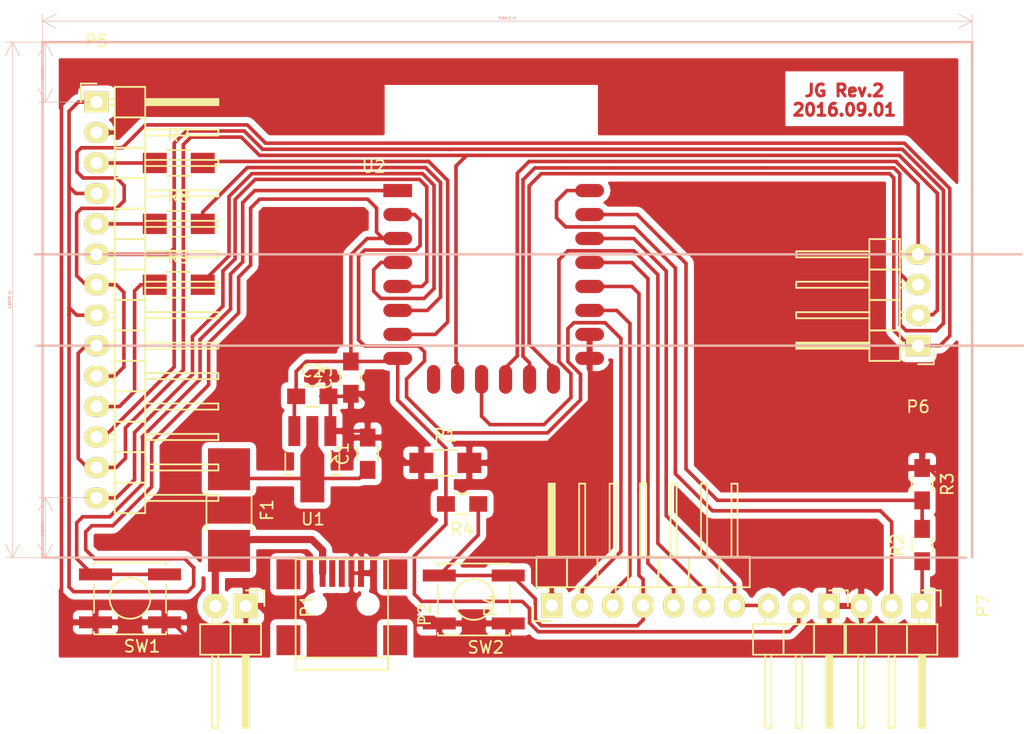
<source format=kicad_pcb>
(kicad_pcb (version 4) (host pcbnew 4.0.2+dfsg1-stable)

  (general
    (links 70)
    (no_connects 5)
    (area 22.251999 25.335 119.988001 86.547001)
    (thickness 1.6)
    (drawings 16)
    (tracks 477)
    (zones 0)
    (modules 22)
    (nets 26)
  )

  (page USLetter portrait)
  (layers
    (0 F.Cu signal)
    (31 B.Cu signal)
    (32 B.Adhes user)
    (33 F.Adhes user)
    (34 B.Paste user hide)
    (35 F.Paste user)
    (36 B.SilkS user)
    (37 F.SilkS user hide)
    (38 B.Mask user hide)
    (39 F.Mask user hide)
    (40 Dwgs.User user)
    (41 Cmts.User user hide)
    (42 Eco1.User user)
    (43 Eco2.User user hide)
    (44 Edge.Cuts user)
    (45 Margin user hide)
    (46 B.CrtYd user hide)
    (47 F.CrtYd user hide)
    (48 B.Fab user)
    (49 F.Fab user hide)
  )

  (setup
    (last_trace_width 0.3)
    (trace_clearance 0.18)
    (zone_clearance 0.508)
    (zone_45_only yes)
    (trace_min 0.2)
    (segment_width 0.2)
    (edge_width 0.01)
    (via_size 0.6)
    (via_drill 0.4)
    (via_min_size 0.4)
    (via_min_drill 0.3)
    (uvia_size 0.3)
    (uvia_drill 0.1)
    (uvias_allowed no)
    (uvia_min_size 0.2)
    (uvia_min_drill 0.1)
    (pcb_text_width 0.3)
    (pcb_text_size 0.2 0.2)
    (mod_edge_width 0.15)
    (mod_text_size 1 1)
    (mod_text_width 0.15)
    (pad_size 1.524 1.524)
    (pad_drill 0.762)
    (pad_to_mask_clearance 0.2)
    (aux_axis_origin 0 0)
    (visible_elements FFFFF611)
    (pcbplotparams
      (layerselection 0x00080_00000000)
      (usegerberextensions false)
      (excludeedgelayer false)
      (linewidth 0.100000)
      (plotframeref false)
      (viasonmask false)
      (mode 1)
      (useauxorigin false)
      (hpglpennumber 1)
      (hpglpenspeed 20)
      (hpglpendiameter 15)
      (hpglpenoverlay 2)
      (psnegative false)
      (psa4output false)
      (plotreference false)
      (plotvalue false)
      (plotinvisibletext false)
      (padsonsilk false)
      (subtractmaskfromsilk false)
      (outputformat 4)
      (mirror true)
      (drillshape 0)
      (scaleselection 1)
      (outputdirectory Output/))
  )

  (net 0 "")
  (net 1 GND)
  (net 2 +3V3)
  (net 3 /GPIO5)
  (net 4 /TX)
  (net 5 /RX)
  (net 6 /RXD)
  (net 7 /GPIO0)
  (net 8 /CSO)
  (net 9 /GPIO9)
  (net 10 /GPIO10)
  (net 11 /ADC)
  (net 12 /GPIO16)
  (net 13 /GPIO14)
  (net 14 /GPIO12)
  (net 15 /GPIO13)
  (net 16 /GPIO2)
  (net 17 /GPIO4)
  (net 18 "Net-(C1-Pad1)")
  (net 19 "Net-(P2-Pad2)")
  (net 20 "Net-(P2-Pad3)")
  (net 21 "/LCD_SDI(MOSI)")
  (net 22 /LCD_SCK)
  (net 23 "/LCD_SDO(MISO)")
  (net 24 +12V)
  (net 25 /RST)

  (net_class Default "This is the default net class."
    (clearance 0.18)
    (trace_width 0.3)
    (via_dia 0.6)
    (via_drill 0.4)
    (uvia_dia 0.3)
    (uvia_drill 0.1)
    (add_net +3V3)
    (add_net /ADC)
    (add_net /CSO)
    (add_net /GPIO0)
    (add_net /GPIO10)
    (add_net /GPIO12)
    (add_net /GPIO13)
    (add_net /GPIO14)
    (add_net /GPIO16)
    (add_net /GPIO2)
    (add_net /GPIO4)
    (add_net /GPIO5)
    (add_net /GPIO9)
    (add_net /LCD_SCK)
    (add_net "/LCD_SDI(MOSI)")
    (add_net "/LCD_SDO(MISO)")
    (add_net /RST)
    (add_net /RX)
    (add_net /RXD)
    (add_net /TX)
    (add_net GND)
    (add_net "Net-(C1-Pad1)")
    (add_net "Net-(P2-Pad2)")
    (add_net "Net-(P2-Pad3)")
  )

  (net_class 12V ""
    (clearance 0.18)
    (trace_width 0.6)
    (via_dia 0.6)
    (via_drill 0.4)
    (uvia_dia 0.3)
    (uvia_drill 0.1)
    (add_net +12V)
  )

  (net_class Default_OriginalSettings ""
    (clearance 0.18)
    (trace_width 0.3)
    (via_dia 0.6)
    (via_drill 0.4)
    (uvia_dia 0.3)
    (uvia_drill 0.1)
  )

  (module Pin_Headers:Pin_Header_Angled_1x07 (layer F.Cu) (tedit 0) (tstamp 57A10D3D)
    (at 71.1 75.65 90)
    (descr "Through hole pin header")
    (tags "pin header")
    (path /57A10E0D)
    (fp_text reference P4 (at 0 -5.1 90) (layer F.SilkS)
      (effects (font (size 1 1) (thickness 0.15)))
    )
    (fp_text value CONN_01X07 (at 0 -3.1 90) (layer F.Fab)
      (effects (font (size 1 1) (thickness 0.15)))
    )
    (fp_line (start -1.5 -1.75) (end -1.5 17) (layer F.CrtYd) (width 0.05))
    (fp_line (start 10.65 -1.75) (end 10.65 17) (layer F.CrtYd) (width 0.05))
    (fp_line (start -1.5 -1.75) (end 10.65 -1.75) (layer F.CrtYd) (width 0.05))
    (fp_line (start -1.5 17) (end 10.65 17) (layer F.CrtYd) (width 0.05))
    (fp_line (start -1.3 -1.55) (end -1.3 0) (layer F.SilkS) (width 0.15))
    (fp_line (start 0 -1.55) (end -1.3 -1.55) (layer F.SilkS) (width 0.15))
    (fp_line (start 4.191 -0.127) (end 10.033 -0.127) (layer F.SilkS) (width 0.15))
    (fp_line (start 10.033 -0.127) (end 10.033 0.127) (layer F.SilkS) (width 0.15))
    (fp_line (start 10.033 0.127) (end 4.191 0.127) (layer F.SilkS) (width 0.15))
    (fp_line (start 4.191 0.127) (end 4.191 0) (layer F.SilkS) (width 0.15))
    (fp_line (start 4.191 0) (end 10.033 0) (layer F.SilkS) (width 0.15))
    (fp_line (start 1.524 -0.254) (end 1.143 -0.254) (layer F.SilkS) (width 0.15))
    (fp_line (start 1.524 0.254) (end 1.143 0.254) (layer F.SilkS) (width 0.15))
    (fp_line (start 1.524 2.286) (end 1.143 2.286) (layer F.SilkS) (width 0.15))
    (fp_line (start 1.524 2.794) (end 1.143 2.794) (layer F.SilkS) (width 0.15))
    (fp_line (start 1.524 4.826) (end 1.143 4.826) (layer F.SilkS) (width 0.15))
    (fp_line (start 1.524 5.334) (end 1.143 5.334) (layer F.SilkS) (width 0.15))
    (fp_line (start 1.524 7.366) (end 1.143 7.366) (layer F.SilkS) (width 0.15))
    (fp_line (start 1.524 7.874) (end 1.143 7.874) (layer F.SilkS) (width 0.15))
    (fp_line (start 1.524 15.494) (end 1.143 15.494) (layer F.SilkS) (width 0.15))
    (fp_line (start 1.524 14.986) (end 1.143 14.986) (layer F.SilkS) (width 0.15))
    (fp_line (start 1.524 12.954) (end 1.143 12.954) (layer F.SilkS) (width 0.15))
    (fp_line (start 1.524 12.446) (end 1.143 12.446) (layer F.SilkS) (width 0.15))
    (fp_line (start 1.524 10.414) (end 1.143 10.414) (layer F.SilkS) (width 0.15))
    (fp_line (start 1.524 9.906) (end 1.143 9.906) (layer F.SilkS) (width 0.15))
    (fp_line (start 4.064 1.27) (end 4.064 -1.27) (layer F.SilkS) (width 0.15))
    (fp_line (start 10.16 0.254) (end 4.064 0.254) (layer F.SilkS) (width 0.15))
    (fp_line (start 10.16 -0.254) (end 10.16 0.254) (layer F.SilkS) (width 0.15))
    (fp_line (start 4.064 -0.254) (end 10.16 -0.254) (layer F.SilkS) (width 0.15))
    (fp_line (start 1.524 1.27) (end 4.064 1.27) (layer F.SilkS) (width 0.15))
    (fp_line (start 1.524 -1.27) (end 1.524 1.27) (layer F.SilkS) (width 0.15))
    (fp_line (start 1.524 -1.27) (end 4.064 -1.27) (layer F.SilkS) (width 0.15))
    (fp_line (start 1.524 3.81) (end 4.064 3.81) (layer F.SilkS) (width 0.15))
    (fp_line (start 1.524 3.81) (end 1.524 6.35) (layer F.SilkS) (width 0.15))
    (fp_line (start 1.524 6.35) (end 4.064 6.35) (layer F.SilkS) (width 0.15))
    (fp_line (start 4.064 4.826) (end 10.16 4.826) (layer F.SilkS) (width 0.15))
    (fp_line (start 10.16 4.826) (end 10.16 5.334) (layer F.SilkS) (width 0.15))
    (fp_line (start 10.16 5.334) (end 4.064 5.334) (layer F.SilkS) (width 0.15))
    (fp_line (start 4.064 6.35) (end 4.064 3.81) (layer F.SilkS) (width 0.15))
    (fp_line (start 4.064 3.81) (end 4.064 1.27) (layer F.SilkS) (width 0.15))
    (fp_line (start 10.16 2.794) (end 4.064 2.794) (layer F.SilkS) (width 0.15))
    (fp_line (start 10.16 2.286) (end 10.16 2.794) (layer F.SilkS) (width 0.15))
    (fp_line (start 4.064 2.286) (end 10.16 2.286) (layer F.SilkS) (width 0.15))
    (fp_line (start 1.524 3.81) (end 4.064 3.81) (layer F.SilkS) (width 0.15))
    (fp_line (start 1.524 1.27) (end 1.524 3.81) (layer F.SilkS) (width 0.15))
    (fp_line (start 1.524 1.27) (end 4.064 1.27) (layer F.SilkS) (width 0.15))
    (fp_line (start 1.524 11.43) (end 4.064 11.43) (layer F.SilkS) (width 0.15))
    (fp_line (start 1.524 11.43) (end 1.524 13.97) (layer F.SilkS) (width 0.15))
    (fp_line (start 1.524 13.97) (end 4.064 13.97) (layer F.SilkS) (width 0.15))
    (fp_line (start 4.064 12.446) (end 10.16 12.446) (layer F.SilkS) (width 0.15))
    (fp_line (start 10.16 12.446) (end 10.16 12.954) (layer F.SilkS) (width 0.15))
    (fp_line (start 10.16 12.954) (end 4.064 12.954) (layer F.SilkS) (width 0.15))
    (fp_line (start 4.064 13.97) (end 4.064 11.43) (layer F.SilkS) (width 0.15))
    (fp_line (start 4.064 16.51) (end 4.064 13.97) (layer F.SilkS) (width 0.15))
    (fp_line (start 10.16 15.494) (end 4.064 15.494) (layer F.SilkS) (width 0.15))
    (fp_line (start 10.16 14.986) (end 10.16 15.494) (layer F.SilkS) (width 0.15))
    (fp_line (start 4.064 14.986) (end 10.16 14.986) (layer F.SilkS) (width 0.15))
    (fp_line (start 1.524 16.51) (end 4.064 16.51) (layer F.SilkS) (width 0.15))
    (fp_line (start 1.524 13.97) (end 1.524 16.51) (layer F.SilkS) (width 0.15))
    (fp_line (start 1.524 13.97) (end 4.064 13.97) (layer F.SilkS) (width 0.15))
    (fp_line (start 1.524 8.89) (end 4.064 8.89) (layer F.SilkS) (width 0.15))
    (fp_line (start 1.524 8.89) (end 1.524 11.43) (layer F.SilkS) (width 0.15))
    (fp_line (start 1.524 11.43) (end 4.064 11.43) (layer F.SilkS) (width 0.15))
    (fp_line (start 4.064 9.906) (end 10.16 9.906) (layer F.SilkS) (width 0.15))
    (fp_line (start 10.16 9.906) (end 10.16 10.414) (layer F.SilkS) (width 0.15))
    (fp_line (start 10.16 10.414) (end 4.064 10.414) (layer F.SilkS) (width 0.15))
    (fp_line (start 4.064 11.43) (end 4.064 8.89) (layer F.SilkS) (width 0.15))
    (fp_line (start 4.064 8.89) (end 4.064 6.35) (layer F.SilkS) (width 0.15))
    (fp_line (start 10.16 7.874) (end 4.064 7.874) (layer F.SilkS) (width 0.15))
    (fp_line (start 10.16 7.366) (end 10.16 7.874) (layer F.SilkS) (width 0.15))
    (fp_line (start 4.064 7.366) (end 10.16 7.366) (layer F.SilkS) (width 0.15))
    (fp_line (start 1.524 8.89) (end 4.064 8.89) (layer F.SilkS) (width 0.15))
    (fp_line (start 1.524 6.35) (end 1.524 8.89) (layer F.SilkS) (width 0.15))
    (fp_line (start 1.524 6.35) (end 4.064 6.35) (layer F.SilkS) (width 0.15))
    (pad 1 thru_hole rect (at 0 0 90) (size 2.032 1.7272) (drill 1.016) (layers *.Cu *.Mask F.SilkS)
      (net 1 GND))
    (pad 2 thru_hole oval (at 0 2.54 90) (size 2.032 1.7272) (drill 1.016) (layers *.Cu *.Mask F.SilkS)
      (net 11 /ADC))
    (pad 3 thru_hole oval (at 0 5.08 90) (size 2.032 1.7272) (drill 1.016) (layers *.Cu *.Mask F.SilkS)
      (net 16 /GPIO2))
    (pad 4 thru_hole oval (at 0 7.62 90) (size 2.032 1.7272) (drill 1.016) (layers *.Cu *.Mask F.SilkS)
      (net 7 /GPIO0))
    (pad 5 thru_hole oval (at 0 10.16 90) (size 2.032 1.7272) (drill 1.016) (layers *.Cu *.Mask F.SilkS)
      (net 17 /GPIO4))
    (pad 6 thru_hole oval (at 0 12.7 90) (size 2.032 1.7272) (drill 1.016) (layers *.Cu *.Mask F.SilkS)
      (net 9 /GPIO9))
    (pad 7 thru_hole oval (at 0 15.24 90) (size 2.032 1.7272) (drill 1.016) (layers *.Cu *.Mask F.SilkS)
      (net 3 /GPIO5))
    (model Pin_Headers.3dshapes/Pin_Header_Angled_1x07.wrl
      (at (xyz 0 -0.3 0))
      (scale (xyz 1 1 1))
      (rotate (xyz 0 0 90))
    )
  )

  (module Pin_Headers:Pin_Header_Angled_1x03 (layer F.Cu) (tedit 0) (tstamp 578DA6BA)
    (at 101.981 75.692 270)
    (descr "Through hole pin header")
    (tags "pin header")
    (path /578E665A)
    (fp_text reference P7 (at 0 -5.1 270) (layer F.SilkS)
      (effects (font (size 1 1) (thickness 0.15)))
    )
    (fp_text value CONN_01X03 (at 0 -3.1 270) (layer F.Fab)
      (effects (font (size 1 1) (thickness 0.15)))
    )
    (fp_line (start -1.5 -1.75) (end -1.5 6.85) (layer F.CrtYd) (width 0.05))
    (fp_line (start 10.65 -1.75) (end 10.65 6.85) (layer F.CrtYd) (width 0.05))
    (fp_line (start -1.5 -1.75) (end 10.65 -1.75) (layer F.CrtYd) (width 0.05))
    (fp_line (start -1.5 6.85) (end 10.65 6.85) (layer F.CrtYd) (width 0.05))
    (fp_line (start -1.3 -1.55) (end -1.3 0) (layer F.SilkS) (width 0.15))
    (fp_line (start 0 -1.55) (end -1.3 -1.55) (layer F.SilkS) (width 0.15))
    (fp_line (start 4.191 -0.127) (end 10.033 -0.127) (layer F.SilkS) (width 0.15))
    (fp_line (start 10.033 -0.127) (end 10.033 0.127) (layer F.SilkS) (width 0.15))
    (fp_line (start 10.033 0.127) (end 4.191 0.127) (layer F.SilkS) (width 0.15))
    (fp_line (start 4.191 0.127) (end 4.191 0) (layer F.SilkS) (width 0.15))
    (fp_line (start 4.191 0) (end 10.033 0) (layer F.SilkS) (width 0.15))
    (fp_line (start 1.524 -0.254) (end 1.143 -0.254) (layer F.SilkS) (width 0.15))
    (fp_line (start 1.524 0.254) (end 1.143 0.254) (layer F.SilkS) (width 0.15))
    (fp_line (start 1.524 2.286) (end 1.143 2.286) (layer F.SilkS) (width 0.15))
    (fp_line (start 1.524 2.794) (end 1.143 2.794) (layer F.SilkS) (width 0.15))
    (fp_line (start 1.524 4.826) (end 1.143 4.826) (layer F.SilkS) (width 0.15))
    (fp_line (start 1.524 5.334) (end 1.143 5.334) (layer F.SilkS) (width 0.15))
    (fp_line (start 4.064 1.27) (end 4.064 -1.27) (layer F.SilkS) (width 0.15))
    (fp_line (start 10.16 0.254) (end 4.064 0.254) (layer F.SilkS) (width 0.15))
    (fp_line (start 10.16 -0.254) (end 10.16 0.254) (layer F.SilkS) (width 0.15))
    (fp_line (start 4.064 -0.254) (end 10.16 -0.254) (layer F.SilkS) (width 0.15))
    (fp_line (start 1.524 1.27) (end 4.064 1.27) (layer F.SilkS) (width 0.15))
    (fp_line (start 1.524 -1.27) (end 1.524 1.27) (layer F.SilkS) (width 0.15))
    (fp_line (start 1.524 -1.27) (end 4.064 -1.27) (layer F.SilkS) (width 0.15))
    (fp_line (start 1.524 3.81) (end 4.064 3.81) (layer F.SilkS) (width 0.15))
    (fp_line (start 1.524 3.81) (end 1.524 6.35) (layer F.SilkS) (width 0.15))
    (fp_line (start 4.064 4.826) (end 10.16 4.826) (layer F.SilkS) (width 0.15))
    (fp_line (start 10.16 4.826) (end 10.16 5.334) (layer F.SilkS) (width 0.15))
    (fp_line (start 10.16 5.334) (end 4.064 5.334) (layer F.SilkS) (width 0.15))
    (fp_line (start 4.064 6.35) (end 4.064 3.81) (layer F.SilkS) (width 0.15))
    (fp_line (start 4.064 3.81) (end 4.064 1.27) (layer F.SilkS) (width 0.15))
    (fp_line (start 10.16 2.794) (end 4.064 2.794) (layer F.SilkS) (width 0.15))
    (fp_line (start 10.16 2.286) (end 10.16 2.794) (layer F.SilkS) (width 0.15))
    (fp_line (start 4.064 2.286) (end 10.16 2.286) (layer F.SilkS) (width 0.15))
    (fp_line (start 1.524 3.81) (end 4.064 3.81) (layer F.SilkS) (width 0.15))
    (fp_line (start 1.524 1.27) (end 1.524 3.81) (layer F.SilkS) (width 0.15))
    (fp_line (start 1.524 1.27) (end 4.064 1.27) (layer F.SilkS) (width 0.15))
    (fp_line (start 1.524 6.35) (end 4.064 6.35) (layer F.SilkS) (width 0.15))
    (pad 1 thru_hole rect (at 0 0 270) (size 2.032 1.7272) (drill 1.016) (layers *.Cu *.Mask F.SilkS)
      (net 4 /TX))
    (pad 2 thru_hole oval (at 0 2.54 270) (size 2.032 1.7272) (drill 1.016) (layers *.Cu *.Mask F.SilkS)
      (net 5 /RX))
    (pad 3 thru_hole oval (at 0 5.08 270) (size 2.032 1.7272) (drill 1.016) (layers *.Cu *.Mask F.SilkS)
      (net 1 GND))
    (model Pin_Headers.3dshapes/Pin_Header_Angled_1x03.wrl
      (at (xyz 0 -0.1 0))
      (scale (xyz 1 1 1))
      (rotate (xyz 0 0 90))
    )
  )

  (module Pin_Headers:Pin_Header_Angled_1x14 (layer F.Cu) (tedit 0) (tstamp 578D9414)
    (at 33.147 33.655)
    (descr "Through hole pin header")
    (tags "pin header")
    (path /578DAFCC)
    (fp_text reference P5 (at 0 -5.1) (layer F.SilkS)
      (effects (font (size 1 1) (thickness 0.15)))
    )
    (fp_text value CONN_01X14 (at 0 -3.1) (layer F.Fab)
      (effects (font (size 1 1) (thickness 0.15)))
    )
    (fp_line (start -1.5 -1.75) (end -1.5 34.8) (layer F.CrtYd) (width 0.05))
    (fp_line (start 10.65 -1.75) (end 10.65 34.8) (layer F.CrtYd) (width 0.05))
    (fp_line (start -1.5 -1.75) (end 10.65 -1.75) (layer F.CrtYd) (width 0.05))
    (fp_line (start -1.5 34.8) (end 10.65 34.8) (layer F.CrtYd) (width 0.05))
    (fp_line (start -1.3 -1.55) (end -1.3 0) (layer F.SilkS) (width 0.15))
    (fp_line (start 0 -1.55) (end -1.3 -1.55) (layer F.SilkS) (width 0.15))
    (fp_line (start 4.191 -0.127) (end 10.033 -0.127) (layer F.SilkS) (width 0.15))
    (fp_line (start 10.033 -0.127) (end 10.033 0.127) (layer F.SilkS) (width 0.15))
    (fp_line (start 10.033 0.127) (end 4.191 0.127) (layer F.SilkS) (width 0.15))
    (fp_line (start 4.191 0.127) (end 4.191 0) (layer F.SilkS) (width 0.15))
    (fp_line (start 4.191 0) (end 10.033 0) (layer F.SilkS) (width 0.15))
    (fp_line (start 1.524 17.526) (end 1.143 17.526) (layer F.SilkS) (width 0.15))
    (fp_line (start 1.524 18.034) (end 1.143 18.034) (layer F.SilkS) (width 0.15))
    (fp_line (start 1.524 20.066) (end 1.143 20.066) (layer F.SilkS) (width 0.15))
    (fp_line (start 1.524 20.574) (end 1.143 20.574) (layer F.SilkS) (width 0.15))
    (fp_line (start 1.524 22.606) (end 1.143 22.606) (layer F.SilkS) (width 0.15))
    (fp_line (start 1.524 23.114) (end 1.143 23.114) (layer F.SilkS) (width 0.15))
    (fp_line (start 1.524 25.146) (end 1.143 25.146) (layer F.SilkS) (width 0.15))
    (fp_line (start 1.524 25.654) (end 1.143 25.654) (layer F.SilkS) (width 0.15))
    (fp_line (start 1.524 33.274) (end 1.143 33.274) (layer F.SilkS) (width 0.15))
    (fp_line (start 1.524 32.766) (end 1.143 32.766) (layer F.SilkS) (width 0.15))
    (fp_line (start 1.524 30.734) (end 1.143 30.734) (layer F.SilkS) (width 0.15))
    (fp_line (start 1.524 30.226) (end 1.143 30.226) (layer F.SilkS) (width 0.15))
    (fp_line (start 1.524 28.194) (end 1.143 28.194) (layer F.SilkS) (width 0.15))
    (fp_line (start 1.524 27.686) (end 1.143 27.686) (layer F.SilkS) (width 0.15))
    (fp_line (start 1.524 -0.254) (end 1.143 -0.254) (layer F.SilkS) (width 0.15))
    (fp_line (start 1.524 0.254) (end 1.143 0.254) (layer F.SilkS) (width 0.15))
    (fp_line (start 1.524 2.286) (end 1.143 2.286) (layer F.SilkS) (width 0.15))
    (fp_line (start 1.524 2.794) (end 1.143 2.794) (layer F.SilkS) (width 0.15))
    (fp_line (start 1.524 4.826) (end 1.143 4.826) (layer F.SilkS) (width 0.15))
    (fp_line (start 1.524 5.334) (end 1.143 5.334) (layer F.SilkS) (width 0.15))
    (fp_line (start 1.524 15.494) (end 1.143 15.494) (layer F.SilkS) (width 0.15))
    (fp_line (start 1.524 14.986) (end 1.143 14.986) (layer F.SilkS) (width 0.15))
    (fp_line (start 1.524 12.954) (end 1.143 12.954) (layer F.SilkS) (width 0.15))
    (fp_line (start 1.524 12.446) (end 1.143 12.446) (layer F.SilkS) (width 0.15))
    (fp_line (start 1.524 10.414) (end 1.143 10.414) (layer F.SilkS) (width 0.15))
    (fp_line (start 1.524 9.906) (end 1.143 9.906) (layer F.SilkS) (width 0.15))
    (fp_line (start 1.524 7.874) (end 1.143 7.874) (layer F.SilkS) (width 0.15))
    (fp_line (start 1.524 7.366) (end 1.143 7.366) (layer F.SilkS) (width 0.15))
    (fp_line (start 1.524 13.97) (end 4.064 13.97) (layer F.SilkS) (width 0.15))
    (fp_line (start 1.524 13.97) (end 1.524 16.51) (layer F.SilkS) (width 0.15))
    (fp_line (start 1.524 16.51) (end 4.064 16.51) (layer F.SilkS) (width 0.15))
    (fp_line (start 4.064 14.986) (end 10.16 14.986) (layer F.SilkS) (width 0.15))
    (fp_line (start 10.16 14.986) (end 10.16 15.494) (layer F.SilkS) (width 0.15))
    (fp_line (start 10.16 15.494) (end 4.064 15.494) (layer F.SilkS) (width 0.15))
    (fp_line (start 4.064 16.51) (end 4.064 13.97) (layer F.SilkS) (width 0.15))
    (fp_line (start 4.064 19.05) (end 4.064 16.51) (layer F.SilkS) (width 0.15))
    (fp_line (start 10.16 18.034) (end 4.064 18.034) (layer F.SilkS) (width 0.15))
    (fp_line (start 10.16 17.526) (end 10.16 18.034) (layer F.SilkS) (width 0.15))
    (fp_line (start 4.064 17.526) (end 10.16 17.526) (layer F.SilkS) (width 0.15))
    (fp_line (start 1.524 19.05) (end 4.064 19.05) (layer F.SilkS) (width 0.15))
    (fp_line (start 1.524 16.51) (end 1.524 19.05) (layer F.SilkS) (width 0.15))
    (fp_line (start 1.524 16.51) (end 4.064 16.51) (layer F.SilkS) (width 0.15))
    (fp_line (start 1.524 21.59) (end 4.064 21.59) (layer F.SilkS) (width 0.15))
    (fp_line (start 1.524 21.59) (end 1.524 24.13) (layer F.SilkS) (width 0.15))
    (fp_line (start 1.524 24.13) (end 4.064 24.13) (layer F.SilkS) (width 0.15))
    (fp_line (start 4.064 22.606) (end 10.16 22.606) (layer F.SilkS) (width 0.15))
    (fp_line (start 10.16 22.606) (end 10.16 23.114) (layer F.SilkS) (width 0.15))
    (fp_line (start 10.16 23.114) (end 4.064 23.114) (layer F.SilkS) (width 0.15))
    (fp_line (start 4.064 24.13) (end 4.064 21.59) (layer F.SilkS) (width 0.15))
    (fp_line (start 4.064 21.59) (end 4.064 19.05) (layer F.SilkS) (width 0.15))
    (fp_line (start 10.16 20.574) (end 4.064 20.574) (layer F.SilkS) (width 0.15))
    (fp_line (start 10.16 20.066) (end 10.16 20.574) (layer F.SilkS) (width 0.15))
    (fp_line (start 4.064 20.066) (end 10.16 20.066) (layer F.SilkS) (width 0.15))
    (fp_line (start 1.524 21.59) (end 4.064 21.59) (layer F.SilkS) (width 0.15))
    (fp_line (start 1.524 19.05) (end 1.524 21.59) (layer F.SilkS) (width 0.15))
    (fp_line (start 1.524 19.05) (end 4.064 19.05) (layer F.SilkS) (width 0.15))
    (fp_line (start 1.524 29.21) (end 4.064 29.21) (layer F.SilkS) (width 0.15))
    (fp_line (start 1.524 29.21) (end 1.524 31.75) (layer F.SilkS) (width 0.15))
    (fp_line (start 1.524 31.75) (end 4.064 31.75) (layer F.SilkS) (width 0.15))
    (fp_line (start 4.064 30.226) (end 10.16 30.226) (layer F.SilkS) (width 0.15))
    (fp_line (start 10.16 30.226) (end 10.16 30.734) (layer F.SilkS) (width 0.15))
    (fp_line (start 10.16 30.734) (end 4.064 30.734) (layer F.SilkS) (width 0.15))
    (fp_line (start 4.064 31.75) (end 4.064 29.21) (layer F.SilkS) (width 0.15))
    (fp_line (start 4.064 34.29) (end 4.064 31.75) (layer F.SilkS) (width 0.15))
    (fp_line (start 10.16 33.274) (end 4.064 33.274) (layer F.SilkS) (width 0.15))
    (fp_line (start 10.16 32.766) (end 10.16 33.274) (layer F.SilkS) (width 0.15))
    (fp_line (start 4.064 32.766) (end 10.16 32.766) (layer F.SilkS) (width 0.15))
    (fp_line (start 1.524 31.75) (end 1.524 34.29) (layer F.SilkS) (width 0.15))
    (fp_line (start 1.524 31.75) (end 4.064 31.75) (layer F.SilkS) (width 0.15))
    (fp_line (start 1.524 26.67) (end 4.064 26.67) (layer F.SilkS) (width 0.15))
    (fp_line (start 1.524 26.67) (end 1.524 29.21) (layer F.SilkS) (width 0.15))
    (fp_line (start 1.524 29.21) (end 4.064 29.21) (layer F.SilkS) (width 0.15))
    (fp_line (start 4.064 27.686) (end 10.16 27.686) (layer F.SilkS) (width 0.15))
    (fp_line (start 10.16 27.686) (end 10.16 28.194) (layer F.SilkS) (width 0.15))
    (fp_line (start 10.16 28.194) (end 4.064 28.194) (layer F.SilkS) (width 0.15))
    (fp_line (start 4.064 29.21) (end 4.064 26.67) (layer F.SilkS) (width 0.15))
    (fp_line (start 4.064 26.67) (end 4.064 24.13) (layer F.SilkS) (width 0.15))
    (fp_line (start 10.16 25.654) (end 4.064 25.654) (layer F.SilkS) (width 0.15))
    (fp_line (start 10.16 25.146) (end 10.16 25.654) (layer F.SilkS) (width 0.15))
    (fp_line (start 4.064 25.146) (end 10.16 25.146) (layer F.SilkS) (width 0.15))
    (fp_line (start 1.524 26.67) (end 4.064 26.67) (layer F.SilkS) (width 0.15))
    (fp_line (start 1.524 24.13) (end 1.524 26.67) (layer F.SilkS) (width 0.15))
    (fp_line (start 1.524 24.13) (end 4.064 24.13) (layer F.SilkS) (width 0.15))
    (fp_line (start 1.524 34.29) (end 4.064 34.29) (layer F.SilkS) (width 0.15))
    (fp_line (start 1.524 -1.27) (end 4.064 -1.27) (layer F.SilkS) (width 0.15))
    (fp_line (start 1.524 1.27) (end 4.064 1.27) (layer F.SilkS) (width 0.15))
    (fp_line (start 1.524 1.27) (end 1.524 3.81) (layer F.SilkS) (width 0.15))
    (fp_line (start 1.524 3.81) (end 4.064 3.81) (layer F.SilkS) (width 0.15))
    (fp_line (start 4.064 2.286) (end 10.16 2.286) (layer F.SilkS) (width 0.15))
    (fp_line (start 10.16 2.286) (end 10.16 2.794) (layer F.SilkS) (width 0.15))
    (fp_line (start 10.16 2.794) (end 4.064 2.794) (layer F.SilkS) (width 0.15))
    (fp_line (start 4.064 3.81) (end 4.064 1.27) (layer F.SilkS) (width 0.15))
    (fp_line (start 4.064 1.27) (end 4.064 -1.27) (layer F.SilkS) (width 0.15))
    (fp_line (start 10.16 0.254) (end 4.064 0.254) (layer F.SilkS) (width 0.15))
    (fp_line (start 10.16 -0.254) (end 10.16 0.254) (layer F.SilkS) (width 0.15))
    (fp_line (start 4.064 -0.254) (end 10.16 -0.254) (layer F.SilkS) (width 0.15))
    (fp_line (start 1.524 1.27) (end 4.064 1.27) (layer F.SilkS) (width 0.15))
    (fp_line (start 1.524 -1.27) (end 1.524 1.27) (layer F.SilkS) (width 0.15))
    (fp_line (start 1.524 8.89) (end 4.064 8.89) (layer F.SilkS) (width 0.15))
    (fp_line (start 1.524 8.89) (end 1.524 11.43) (layer F.SilkS) (width 0.15))
    (fp_line (start 1.524 11.43) (end 4.064 11.43) (layer F.SilkS) (width 0.15))
    (fp_line (start 4.064 9.906) (end 10.16 9.906) (layer F.SilkS) (width 0.15))
    (fp_line (start 10.16 9.906) (end 10.16 10.414) (layer F.SilkS) (width 0.15))
    (fp_line (start 10.16 10.414) (end 4.064 10.414) (layer F.SilkS) (width 0.15))
    (fp_line (start 4.064 11.43) (end 4.064 8.89) (layer F.SilkS) (width 0.15))
    (fp_line (start 4.064 13.97) (end 4.064 11.43) (layer F.SilkS) (width 0.15))
    (fp_line (start 10.16 12.954) (end 4.064 12.954) (layer F.SilkS) (width 0.15))
    (fp_line (start 10.16 12.446) (end 10.16 12.954) (layer F.SilkS) (width 0.15))
    (fp_line (start 4.064 12.446) (end 10.16 12.446) (layer F.SilkS) (width 0.15))
    (fp_line (start 1.524 13.97) (end 4.064 13.97) (layer F.SilkS) (width 0.15))
    (fp_line (start 1.524 11.43) (end 1.524 13.97) (layer F.SilkS) (width 0.15))
    (fp_line (start 1.524 11.43) (end 4.064 11.43) (layer F.SilkS) (width 0.15))
    (fp_line (start 1.524 6.35) (end 4.064 6.35) (layer F.SilkS) (width 0.15))
    (fp_line (start 1.524 6.35) (end 1.524 8.89) (layer F.SilkS) (width 0.15))
    (fp_line (start 1.524 8.89) (end 4.064 8.89) (layer F.SilkS) (width 0.15))
    (fp_line (start 4.064 7.366) (end 10.16 7.366) (layer F.SilkS) (width 0.15))
    (fp_line (start 10.16 7.366) (end 10.16 7.874) (layer F.SilkS) (width 0.15))
    (fp_line (start 10.16 7.874) (end 4.064 7.874) (layer F.SilkS) (width 0.15))
    (fp_line (start 4.064 8.89) (end 4.064 6.35) (layer F.SilkS) (width 0.15))
    (fp_line (start 4.064 6.35) (end 4.064 3.81) (layer F.SilkS) (width 0.15))
    (fp_line (start 10.16 5.334) (end 4.064 5.334) (layer F.SilkS) (width 0.15))
    (fp_line (start 10.16 4.826) (end 10.16 5.334) (layer F.SilkS) (width 0.15))
    (fp_line (start 4.064 4.826) (end 10.16 4.826) (layer F.SilkS) (width 0.15))
    (fp_line (start 1.524 6.35) (end 4.064 6.35) (layer F.SilkS) (width 0.15))
    (fp_line (start 1.524 3.81) (end 1.524 6.35) (layer F.SilkS) (width 0.15))
    (fp_line (start 1.524 3.81) (end 4.064 3.81) (layer F.SilkS) (width 0.15))
    (pad 1 thru_hole rect (at 0 0) (size 2.032 1.7272) (drill 1.016) (layers *.Cu *.Mask F.SilkS)
      (net 2 +3V3))
    (pad 2 thru_hole oval (at 0 2.54) (size 2.032 1.7272) (drill 1.016) (layers *.Cu *.Mask F.SilkS)
      (net 1 GND))
    (pad 3 thru_hole oval (at 0 5.08) (size 2.032 1.7272) (drill 1.016) (layers *.Cu *.Mask F.SilkS)
      (net 15 /GPIO13))
    (pad 4 thru_hole oval (at 0 7.62) (size 2.032 1.7272) (drill 1.016) (layers *.Cu *.Mask F.SilkS)
      (net 2 +3V3))
    (pad 5 thru_hole oval (at 0 10.16) (size 2.032 1.7272) (drill 1.016) (layers *.Cu *.Mask F.SilkS)
      (net 14 /GPIO12))
    (pad 6 thru_hole oval (at 0 12.7) (size 2.032 1.7272) (drill 1.016) (layers *.Cu *.Mask F.SilkS)
      (net 21 "/LCD_SDI(MOSI)"))
    (pad 7 thru_hole oval (at 0 15.24) (size 2.032 1.7272) (drill 1.016) (layers *.Cu *.Mask F.SilkS)
      (net 22 /LCD_SCK))
    (pad 8 thru_hole oval (at 0 17.78) (size 2.032 1.7272) (drill 1.016) (layers *.Cu *.Mask F.SilkS)
      (net 2 +3V3))
    (pad 9 thru_hole oval (at 0 20.32) (size 2.032 1.7272) (drill 1.016) (layers *.Cu *.Mask F.SilkS)
      (net 23 "/LCD_SDO(MISO)"))
    (pad 10 thru_hole oval (at 0 22.86) (size 2.032 1.7272) (drill 1.016) (layers *.Cu *.Mask F.SilkS)
      (net 22 /LCD_SCK))
    (pad 11 thru_hole oval (at 0 25.4) (size 2.032 1.7272) (drill 1.016) (layers *.Cu *.Mask F.SilkS)
      (net 12 /GPIO16))
    (pad 12 thru_hole oval (at 0 27.94) (size 2.032 1.7272) (drill 1.016) (layers *.Cu *.Mask F.SilkS)
      (net 21 "/LCD_SDI(MOSI)"))
    (pad 13 thru_hole oval (at 0 30.48) (size 2.032 1.7272) (drill 1.016) (layers *.Cu *.Mask F.SilkS)
      (net 23 "/LCD_SDO(MISO)"))
    (pad 14 thru_hole oval (at 0 33.02) (size 2.032 1.7272) (drill 1.016) (layers *.Cu *.Mask F.SilkS)
      (net 13 /GPIO14))
    (model Pin_Headers.3dshapes/Pin_Header_Angled_1x14.wrl
      (at (xyz 0 -0.65 0))
      (scale (xyz 1 1 1))
      (rotate (xyz 0 0 90))
    )
  )

  (module Pin_Headers:Pin_Header_Angled_1x02 (layer F.Cu) (tedit 0) (tstamp 578D9501)
    (at 45.593 75.692 270)
    (descr "Through hole pin header")
    (tags "pin header")
    (path /578D9361)
    (fp_text reference P1 (at 0 -5.1 270) (layer F.SilkS)
      (effects (font (size 1 1) (thickness 0.15)))
    )
    (fp_text value CONN_01X02 (at 0 -3.1 270) (layer F.Fab)
      (effects (font (size 1 1) (thickness 0.15)))
    )
    (fp_line (start -1.5 -1.75) (end -1.5 4.3) (layer F.CrtYd) (width 0.05))
    (fp_line (start 10.65 -1.75) (end 10.65 4.3) (layer F.CrtYd) (width 0.05))
    (fp_line (start -1.5 -1.75) (end 10.65 -1.75) (layer F.CrtYd) (width 0.05))
    (fp_line (start -1.5 4.3) (end 10.65 4.3) (layer F.CrtYd) (width 0.05))
    (fp_line (start -1.3 -1.55) (end -1.3 0) (layer F.SilkS) (width 0.15))
    (fp_line (start 0 -1.55) (end -1.3 -1.55) (layer F.SilkS) (width 0.15))
    (fp_line (start 4.191 -0.127) (end 10.033 -0.127) (layer F.SilkS) (width 0.15))
    (fp_line (start 10.033 -0.127) (end 10.033 0.127) (layer F.SilkS) (width 0.15))
    (fp_line (start 10.033 0.127) (end 4.191 0.127) (layer F.SilkS) (width 0.15))
    (fp_line (start 4.191 0.127) (end 4.191 0) (layer F.SilkS) (width 0.15))
    (fp_line (start 4.191 0) (end 10.033 0) (layer F.SilkS) (width 0.15))
    (fp_line (start 1.524 -0.254) (end 1.143 -0.254) (layer F.SilkS) (width 0.15))
    (fp_line (start 1.524 0.254) (end 1.143 0.254) (layer F.SilkS) (width 0.15))
    (fp_line (start 1.524 2.286) (end 1.143 2.286) (layer F.SilkS) (width 0.15))
    (fp_line (start 1.524 2.794) (end 1.143 2.794) (layer F.SilkS) (width 0.15))
    (fp_line (start 1.524 -1.27) (end 4.064 -1.27) (layer F.SilkS) (width 0.15))
    (fp_line (start 1.524 1.27) (end 4.064 1.27) (layer F.SilkS) (width 0.15))
    (fp_line (start 1.524 1.27) (end 1.524 3.81) (layer F.SilkS) (width 0.15))
    (fp_line (start 1.524 3.81) (end 4.064 3.81) (layer F.SilkS) (width 0.15))
    (fp_line (start 4.064 2.286) (end 10.16 2.286) (layer F.SilkS) (width 0.15))
    (fp_line (start 10.16 2.286) (end 10.16 2.794) (layer F.SilkS) (width 0.15))
    (fp_line (start 10.16 2.794) (end 4.064 2.794) (layer F.SilkS) (width 0.15))
    (fp_line (start 4.064 3.81) (end 4.064 1.27) (layer F.SilkS) (width 0.15))
    (fp_line (start 4.064 1.27) (end 4.064 -1.27) (layer F.SilkS) (width 0.15))
    (fp_line (start 10.16 0.254) (end 4.064 0.254) (layer F.SilkS) (width 0.15))
    (fp_line (start 10.16 -0.254) (end 10.16 0.254) (layer F.SilkS) (width 0.15))
    (fp_line (start 4.064 -0.254) (end 10.16 -0.254) (layer F.SilkS) (width 0.15))
    (fp_line (start 1.524 1.27) (end 4.064 1.27) (layer F.SilkS) (width 0.15))
    (fp_line (start 1.524 -1.27) (end 1.524 1.27) (layer F.SilkS) (width 0.15))
    (pad 1 thru_hole rect (at 0 0 270) (size 2.032 2.032) (drill 1.016) (layers *.Cu *.Mask F.SilkS)
      (net 1 GND))
    (pad 2 thru_hole oval (at 0 2.54 270) (size 2.032 2.032) (drill 1.016) (layers *.Cu *.Mask F.SilkS)
      (net 24 +12V))
    (model Pin_Headers.3dshapes/Pin_Header_Angled_1x02.wrl
      (at (xyz 0 -0.05 0))
      (scale (xyz 1 1 1))
      (rotate (xyz 0 0 90))
    )
  )

  (module Connect:USB_Mini-B (layer F.Cu) (tedit 5543E571) (tstamp 578D9506)
    (at 53.6 76.4 90)
    (descr "USB Mini-B 5-pin SMD connector")
    (tags "USB USB_B USB_Mini connector")
    (path /56C2AB8D)
    (attr smd)
    (fp_text reference P2 (at 0 6.90118 90) (layer F.SilkS)
      (effects (font (size 1 1) (thickness 0.15)))
    )
    (fp_text value USB_B (at 0 -7.0993 90) (layer F.Fab)
      (effects (font (size 1 1) (thickness 0.15)))
    )
    (fp_line (start -4.85 -5.7) (end 4.85 -5.7) (layer F.CrtYd) (width 0.05))
    (fp_line (start 4.85 -5.7) (end 4.85 5.7) (layer F.CrtYd) (width 0.05))
    (fp_line (start 4.85 5.7) (end -4.85 5.7) (layer F.CrtYd) (width 0.05))
    (fp_line (start -4.85 5.7) (end -4.85 -5.7) (layer F.CrtYd) (width 0.05))
    (fp_line (start -3.59918 -3.85064) (end -3.59918 3.85064) (layer F.SilkS) (width 0.15))
    (fp_line (start -4.59994 -3.85064) (end -4.59994 3.85064) (layer F.SilkS) (width 0.15))
    (fp_line (start -4.59994 3.85064) (end 4.59994 3.85064) (layer F.SilkS) (width 0.15))
    (fp_line (start 4.59994 3.85064) (end 4.59994 -3.85064) (layer F.SilkS) (width 0.15))
    (fp_line (start 4.59994 -3.85064) (end -4.59994 -3.85064) (layer F.SilkS) (width 0.15))
    (pad 1 smd rect (at 3.44932 -1.6002 90) (size 2.30124 0.50038) (layers F.Cu F.Paste F.Mask)
      (net 24 +12V))
    (pad 2 smd rect (at 3.44932 -0.8001 90) (size 2.30124 0.50038) (layers F.Cu F.Paste F.Mask)
      (net 19 "Net-(P2-Pad2)"))
    (pad 3 smd rect (at 3.44932 0 90) (size 2.30124 0.50038) (layers F.Cu F.Paste F.Mask)
      (net 20 "Net-(P2-Pad3)"))
    (pad 4 smd rect (at 3.44932 0.8001 90) (size 2.30124 0.50038) (layers F.Cu F.Paste F.Mask)
      (net 1 GND))
    (pad 5 smd rect (at 3.44932 1.6002 90) (size 2.30124 0.50038) (layers F.Cu F.Paste F.Mask)
      (net 1 GND))
    (pad 6 smd rect (at 3.35026 -4.45008 90) (size 2.49936 1.99898) (layers F.Cu F.Paste F.Mask))
    (pad 6 smd rect (at -2.14884 -4.45008 90) (size 2.49936 1.99898) (layers F.Cu F.Paste F.Mask))
    (pad 6 smd rect (at 3.35026 4.45008 90) (size 2.49936 1.99898) (layers F.Cu F.Paste F.Mask))
    (pad 6 smd rect (at -2.14884 4.45008 90) (size 2.49936 1.99898) (layers F.Cu F.Paste F.Mask))
    (pad "" np_thru_hole circle (at 0.8509 -2.19964 90) (size 0.89916 0.89916) (drill 0.89916) (layers *.Cu *.Mask F.SilkS))
    (pad "" np_thru_hole circle (at 0.8509 2.19964 90) (size 0.89916 0.89916) (drill 0.89916) (layers *.Cu *.Mask F.SilkS))
  )

  (module Pin_Headers:Pin_Header_Angled_1x03 (layer F.Cu) (tedit 0) (tstamp 578D9514)
    (at 94.234 75.692 270)
    (descr "Through hole pin header")
    (tags "pin header")
    (path /569DF8C1)
    (fp_text reference P3 (at 0 -5.1 270) (layer F.SilkS)
      (effects (font (size 1 1) (thickness 0.15)))
    )
    (fp_text value CONN_01X03 (at 0 -3.1 270) (layer F.Fab)
      (effects (font (size 1 1) (thickness 0.15)))
    )
    (fp_line (start -1.5 -1.75) (end -1.5 6.85) (layer F.CrtYd) (width 0.05))
    (fp_line (start 10.65 -1.75) (end 10.65 6.85) (layer F.CrtYd) (width 0.05))
    (fp_line (start -1.5 -1.75) (end 10.65 -1.75) (layer F.CrtYd) (width 0.05))
    (fp_line (start -1.5 6.85) (end 10.65 6.85) (layer F.CrtYd) (width 0.05))
    (fp_line (start -1.3 -1.55) (end -1.3 0) (layer F.SilkS) (width 0.15))
    (fp_line (start 0 -1.55) (end -1.3 -1.55) (layer F.SilkS) (width 0.15))
    (fp_line (start 4.191 -0.127) (end 10.033 -0.127) (layer F.SilkS) (width 0.15))
    (fp_line (start 10.033 -0.127) (end 10.033 0.127) (layer F.SilkS) (width 0.15))
    (fp_line (start 10.033 0.127) (end 4.191 0.127) (layer F.SilkS) (width 0.15))
    (fp_line (start 4.191 0.127) (end 4.191 0) (layer F.SilkS) (width 0.15))
    (fp_line (start 4.191 0) (end 10.033 0) (layer F.SilkS) (width 0.15))
    (fp_line (start 1.524 -0.254) (end 1.143 -0.254) (layer F.SilkS) (width 0.15))
    (fp_line (start 1.524 0.254) (end 1.143 0.254) (layer F.SilkS) (width 0.15))
    (fp_line (start 1.524 2.286) (end 1.143 2.286) (layer F.SilkS) (width 0.15))
    (fp_line (start 1.524 2.794) (end 1.143 2.794) (layer F.SilkS) (width 0.15))
    (fp_line (start 1.524 4.826) (end 1.143 4.826) (layer F.SilkS) (width 0.15))
    (fp_line (start 1.524 5.334) (end 1.143 5.334) (layer F.SilkS) (width 0.15))
    (fp_line (start 4.064 1.27) (end 4.064 -1.27) (layer F.SilkS) (width 0.15))
    (fp_line (start 10.16 0.254) (end 4.064 0.254) (layer F.SilkS) (width 0.15))
    (fp_line (start 10.16 -0.254) (end 10.16 0.254) (layer F.SilkS) (width 0.15))
    (fp_line (start 4.064 -0.254) (end 10.16 -0.254) (layer F.SilkS) (width 0.15))
    (fp_line (start 1.524 1.27) (end 4.064 1.27) (layer F.SilkS) (width 0.15))
    (fp_line (start 1.524 -1.27) (end 1.524 1.27) (layer F.SilkS) (width 0.15))
    (fp_line (start 1.524 -1.27) (end 4.064 -1.27) (layer F.SilkS) (width 0.15))
    (fp_line (start 1.524 3.81) (end 4.064 3.81) (layer F.SilkS) (width 0.15))
    (fp_line (start 1.524 3.81) (end 1.524 6.35) (layer F.SilkS) (width 0.15))
    (fp_line (start 4.064 4.826) (end 10.16 4.826) (layer F.SilkS) (width 0.15))
    (fp_line (start 10.16 4.826) (end 10.16 5.334) (layer F.SilkS) (width 0.15))
    (fp_line (start 10.16 5.334) (end 4.064 5.334) (layer F.SilkS) (width 0.15))
    (fp_line (start 4.064 6.35) (end 4.064 3.81) (layer F.SilkS) (width 0.15))
    (fp_line (start 4.064 3.81) (end 4.064 1.27) (layer F.SilkS) (width 0.15))
    (fp_line (start 10.16 2.794) (end 4.064 2.794) (layer F.SilkS) (width 0.15))
    (fp_line (start 10.16 2.286) (end 10.16 2.794) (layer F.SilkS) (width 0.15))
    (fp_line (start 4.064 2.286) (end 10.16 2.286) (layer F.SilkS) (width 0.15))
    (fp_line (start 1.524 3.81) (end 4.064 3.81) (layer F.SilkS) (width 0.15))
    (fp_line (start 1.524 1.27) (end 1.524 3.81) (layer F.SilkS) (width 0.15))
    (fp_line (start 1.524 1.27) (end 4.064 1.27) (layer F.SilkS) (width 0.15))
    (fp_line (start 1.524 6.35) (end 4.064 6.35) (layer F.SilkS) (width 0.15))
    (pad 1 thru_hole rect (at 0 0 270) (size 2.032 1.7272) (drill 1.016) (layers *.Cu *.Mask F.SilkS)
      (net 1 GND))
    (pad 2 thru_hole oval (at 0 2.54 270) (size 2.032 1.7272) (drill 1.016) (layers *.Cu *.Mask F.SilkS)
      (net 2 +3V3))
    (pad 3 thru_hole oval (at 0 5.08 270) (size 2.032 1.7272) (drill 1.016) (layers *.Cu *.Mask F.SilkS)
      (net 3 /GPIO5))
    (model Pin_Headers.3dshapes/Pin_Header_Angled_1x03.wrl
      (at (xyz 0 -0.1 0))
      (scale (xyz 1 1 1))
      (rotate (xyz 0 0 90))
    )
  )

  (module Resistors_SMD:R_0805_HandSoldering (layer F.Cu) (tedit 54189DEE) (tstamp 56A05A8A)
    (at 55.753 62.992 90)
    (descr "Resistor SMD 0805, hand soldering")
    (tags "resistor 0805")
    (path /578D89E5)
    (attr smd)
    (fp_text reference C1 (at 0 -2.1 90) (layer F.SilkS)
      (effects (font (size 1 1) (thickness 0.15)))
    )
    (fp_text value 10uF (at 0 2.1 90) (layer F.Fab)
      (effects (font (size 1 1) (thickness 0.15)))
    )
    (fp_line (start -2.4 -1) (end 2.4 -1) (layer F.CrtYd) (width 0.05))
    (fp_line (start -2.4 1) (end 2.4 1) (layer F.CrtYd) (width 0.05))
    (fp_line (start -2.4 -1) (end -2.4 1) (layer F.CrtYd) (width 0.05))
    (fp_line (start 2.4 -1) (end 2.4 1) (layer F.CrtYd) (width 0.05))
    (fp_line (start 0.6 0.875) (end -0.6 0.875) (layer F.SilkS) (width 0.15))
    (fp_line (start -0.6 -0.875) (end 0.6 -0.875) (layer F.SilkS) (width 0.15))
    (pad 1 smd rect (at -1.35 0 90) (size 1.5 1.3) (layers F.Cu F.Paste F.Mask)
      (net 18 "Net-(C1-Pad1)"))
    (pad 2 smd rect (at 1.35 0 90) (size 1.5 1.3) (layers F.Cu F.Paste F.Mask)
      (net 1 GND))
    (model Resistors_SMD.3dshapes/R_0805_HandSoldering.wrl
      (at (xyz 0 0 0))
      (scale (xyz 1 1 1))
      (rotate (xyz 0 0 0))
    )
  )

  (module Resistors_SMD:R_1812_HandSoldering (layer F.Cu) (tedit 5572A996) (tstamp 56A05AA9)
    (at 44.196 67.691 270)
    (descr "Resistor SMD 1812, hand soldering, Panasonic (see ERJ12)")
    (tags "resistor 1812")
    (path /569DBE6A)
    (attr smd)
    (fp_text reference F1 (at 0 -3.175 270) (layer F.SilkS)
      (effects (font (size 1 1) (thickness 0.15)))
    )
    (fp_text value FUSE (at 0 3.175 270) (layer F.Fab)
      (effects (font (size 1 1) (thickness 0.15)))
    )
    (fp_line (start -5.4356 -2.2352) (end 5.4356 -2.2352) (layer F.CrtYd) (width 0.05))
    (fp_line (start 5.4356 -2.2352) (end 5.4356 2.2352) (layer F.CrtYd) (width 0.05))
    (fp_line (start 5.4356 2.2352) (end -5.4356 2.2352) (layer F.CrtYd) (width 0.05))
    (fp_line (start -5.4356 2.2352) (end -5.4356 -2.2352) (layer F.CrtYd) (width 0.05))
    (fp_line (start -1.7272 1.8796) (end 1.7272 1.8796) (layer F.SilkS) (width 0.15))
    (fp_line (start -1.7272 -1.8796) (end 1.7272 -1.8796) (layer F.SilkS) (width 0.15))
    (pad 1 smd rect (at -3.4036 0 270) (size 3.5 3.5) (layers F.Cu F.Paste F.Mask)
      (net 18 "Net-(C1-Pad1)"))
    (pad 2 smd rect (at 3.4036 0 270) (size 3.5 3.5) (layers F.Cu F.Paste F.Mask)
      (net 24 +12V))
  )

  (module Resistors_SMD:R_0805_HandSoldering (layer F.Cu) (tedit 54189DEE) (tstamp 56A05ACB)
    (at 101.981 65.532 270)
    (descr "Resistor SMD 0805, hand soldering")
    (tags "resistor 0805")
    (path /569DCDEF)
    (attr smd)
    (fp_text reference R3 (at 0 -2.1 270) (layer F.SilkS)
      (effects (font (size 1 1) (thickness 0.15)))
    )
    (fp_text value 20k (at 0 2.1 270) (layer F.Fab)
      (effects (font (size 1 1) (thickness 0.15)))
    )
    (fp_line (start -2.4 -1) (end 2.4 -1) (layer F.CrtYd) (width 0.05))
    (fp_line (start -2.4 1) (end 2.4 1) (layer F.CrtYd) (width 0.05))
    (fp_line (start -2.4 -1) (end -2.4 1) (layer F.CrtYd) (width 0.05))
    (fp_line (start 2.4 -1) (end 2.4 1) (layer F.CrtYd) (width 0.05))
    (fp_line (start 0.6 0.875) (end -0.6 0.875) (layer F.SilkS) (width 0.15))
    (fp_line (start -0.6 -0.875) (end 0.6 -0.875) (layer F.SilkS) (width 0.15))
    (pad 1 smd rect (at -1.35 0 270) (size 1.5 1.3) (layers F.Cu F.Paste F.Mask)
      (net 1 GND))
    (pad 2 smd rect (at 1.35 0 270) (size 1.5 1.3) (layers F.Cu F.Paste F.Mask)
      (net 6 /RXD))
    (model Resistors_SMD.3dshapes/R_0805_HandSoldering.wrl
      (at (xyz 0 0 0))
      (scale (xyz 1 1 1))
      (rotate (xyz 0 0 0))
    )
  )

  (module Resistors_SMD:R_0805_HandSoldering (layer F.Cu) (tedit 54189DEE) (tstamp 56A05AD1)
    (at 63.627 67.183 180)
    (descr "Resistor SMD 0805, hand soldering")
    (tags "resistor 0805")
    (path /569DB9E4)
    (attr smd)
    (fp_text reference R4 (at 0 -2.1 180) (layer F.SilkS)
      (effects (font (size 1 1) (thickness 0.15)))
    )
    (fp_text value 10k (at 0 2.1 180) (layer F.Fab)
      (effects (font (size 1 1) (thickness 0.15)))
    )
    (fp_line (start -2.4 -1) (end 2.4 -1) (layer F.CrtYd) (width 0.05))
    (fp_line (start -2.4 1) (end 2.4 1) (layer F.CrtYd) (width 0.05))
    (fp_line (start -2.4 -1) (end -2.4 1) (layer F.CrtYd) (width 0.05))
    (fp_line (start 2.4 -1) (end 2.4 1) (layer F.CrtYd) (width 0.05))
    (fp_line (start 0.6 0.875) (end -0.6 0.875) (layer F.SilkS) (width 0.15))
    (fp_line (start -0.6 -0.875) (end 0.6 -0.875) (layer F.SilkS) (width 0.15))
    (pad 1 smd rect (at -1.35 0 180) (size 1.5 1.3) (layers F.Cu F.Paste F.Mask)
      (net 7 /GPIO0))
    (pad 2 smd rect (at 1.35 0 180) (size 1.5 1.3) (layers F.Cu F.Paste F.Mask)
      (net 2 +3V3))
    (model Resistors_SMD.3dshapes/R_0805_HandSoldering.wrl
      (at (xyz 0 0 0))
      (scale (xyz 1 1 1))
      (rotate (xyz 0 0 0))
    )
  )

  (module Buttons_Switches_SMD:SW_SPST_EVPBF (layer F.Cu) (tedit 55DAF9A7) (tstamp 56A05AD9)
    (at 35.941 75.057 180)
    (descr "Light Touch Switch")
    (path /569DB7AD)
    (attr smd)
    (fp_text reference SW1 (at -1 -4 180) (layer F.SilkS)
      (effects (font (size 1 1) (thickness 0.15)))
    )
    (fp_text value SW_PUSH (at 0 0 180) (layer F.Fab)
      (effects (font (size 1 1) (thickness 0.15)))
    )
    (fp_line (start -4.5 -3.25) (end 4.5 -3.25) (layer F.CrtYd) (width 0.05))
    (fp_line (start 4.5 -3.25) (end 4.5 3.25) (layer F.CrtYd) (width 0.05))
    (fp_line (start 4.5 3.25) (end -4.5 3.25) (layer F.CrtYd) (width 0.05))
    (fp_line (start -4.5 3.25) (end -4.5 -3.25) (layer F.CrtYd) (width 0.05))
    (fp_line (start 3 -3) (end 3 -2.8) (layer F.SilkS) (width 0.15))
    (fp_line (start 3 3) (end 3 2.8) (layer F.SilkS) (width 0.15))
    (fp_line (start -3 3) (end -3 2.8) (layer F.SilkS) (width 0.15))
    (fp_line (start -3 -3) (end -3 -2.8) (layer F.SilkS) (width 0.15))
    (fp_line (start -3 -1.2) (end -3 1.2) (layer F.SilkS) (width 0.15))
    (fp_line (start 3 -1.2) (end 3 1.2) (layer F.SilkS) (width 0.15))
    (fp_line (start 3 -3) (end -3 -3) (layer F.SilkS) (width 0.15))
    (fp_line (start -3 3) (end 3 3) (layer F.SilkS) (width 0.15))
    (fp_circle (center 0 0) (end 1.7 0) (layer F.SilkS) (width 0.15))
    (pad 1 smd rect (at 2.875 -2 180) (size 2.75 1) (layers F.Cu F.Paste F.Mask)
      (net 1 GND))
    (pad 1 smd rect (at -2.875 -2 180) (size 2.75 1) (layers F.Cu F.Paste F.Mask)
      (net 1 GND))
    (pad 2 smd rect (at -2.875 2 180) (size 2.75 1) (layers F.Cu F.Paste F.Mask)
      (net 25 /RST))
    (pad 2 smd rect (at 2.875 2 180) (size 2.75 1) (layers F.Cu F.Paste F.Mask)
      (net 25 /RST))
  )

  (module Buttons_Switches_SMD:SW_SPST_EVPBF (layer F.Cu) (tedit 55DAF9A7) (tstamp 56A05AE1)
    (at 64.6 75.15 180)
    (descr "Light Touch Switch")
    (path /569DB99D)
    (attr smd)
    (fp_text reference SW2 (at -1 -4 180) (layer F.SilkS)
      (effects (font (size 1 1) (thickness 0.15)))
    )
    (fp_text value SW_PUSH (at 0 0 180) (layer F.Fab)
      (effects (font (size 1 1) (thickness 0.15)))
    )
    (fp_line (start -4.5 -3.25) (end 4.5 -3.25) (layer F.CrtYd) (width 0.05))
    (fp_line (start 4.5 -3.25) (end 4.5 3.25) (layer F.CrtYd) (width 0.05))
    (fp_line (start 4.5 3.25) (end -4.5 3.25) (layer F.CrtYd) (width 0.05))
    (fp_line (start -4.5 3.25) (end -4.5 -3.25) (layer F.CrtYd) (width 0.05))
    (fp_line (start 3 -3) (end 3 -2.8) (layer F.SilkS) (width 0.15))
    (fp_line (start 3 3) (end 3 2.8) (layer F.SilkS) (width 0.15))
    (fp_line (start -3 3) (end -3 2.8) (layer F.SilkS) (width 0.15))
    (fp_line (start -3 -3) (end -3 -2.8) (layer F.SilkS) (width 0.15))
    (fp_line (start -3 -1.2) (end -3 1.2) (layer F.SilkS) (width 0.15))
    (fp_line (start 3 -1.2) (end 3 1.2) (layer F.SilkS) (width 0.15))
    (fp_line (start 3 -3) (end -3 -3) (layer F.SilkS) (width 0.15))
    (fp_line (start -3 3) (end 3 3) (layer F.SilkS) (width 0.15))
    (fp_circle (center 0 0) (end 1.7 0) (layer F.SilkS) (width 0.15))
    (pad 1 smd rect (at 2.875 -2 180) (size 2.75 1) (layers F.Cu F.Paste F.Mask)
      (net 1 GND))
    (pad 1 smd rect (at -2.875 -2 180) (size 2.75 1) (layers F.Cu F.Paste F.Mask)
      (net 1 GND))
    (pad 2 smd rect (at -2.875 2 180) (size 2.75 1) (layers F.Cu F.Paste F.Mask)
      (net 7 /GPIO0))
    (pad 2 smd rect (at 2.875 2 180) (size 2.75 1) (layers F.Cu F.Paste F.Mask)
      (net 7 /GPIO0))
  )

  (module ESP8266:ESP-12E (layer F.Cu) (tedit 559F8D21) (tstamp 56A05B03)
    (at 58.261 41.037)
    (descr "Module, ESP-8266, ESP-12, 16 pad, SMD")
    (tags "Module ESP-8266 ESP8266")
    (path /569DB689)
    (fp_text reference U2 (at -2 -2) (layer F.SilkS)
      (effects (font (size 1 1) (thickness 0.15)))
    )
    (fp_text value ESP-12E (at 8 1) (layer F.Fab)
      (effects (font (size 1 1) (thickness 0.15)))
    )
    (fp_line (start 16 -8.4) (end 0 -2.6) (layer F.CrtYd) (width 0.1524))
    (fp_line (start 0 -8.4) (end 16 -2.6) (layer F.CrtYd) (width 0.1524))
    (fp_text user "No Copper" (at 7.9 -5.4) (layer F.CrtYd)
      (effects (font (size 1 1) (thickness 0.15)))
    )
    (fp_line (start 0 -8.4) (end 0 -2.6) (layer F.CrtYd) (width 0.1524))
    (fp_line (start 0 -2.6) (end 16 -2.6) (layer F.CrtYd) (width 0.1524))
    (fp_line (start 16 -2.6) (end 16 -8.4) (layer F.CrtYd) (width 0.1524))
    (fp_line (start 16 -8.4) (end 0 -8.4) (layer F.CrtYd) (width 0.1524))
    (fp_line (start 16 -8.4) (end 16 15.6) (layer F.Fab) (width 0.1524))
    (fp_line (start 16 15.6) (end 0 15.6) (layer F.Fab) (width 0.1524))
    (fp_line (start 0 15.6) (end 0 -8.4) (layer F.Fab) (width 0.1524))
    (fp_line (start 0 -8.4) (end 16 -8.4) (layer F.Fab) (width 0.1524))
    (pad 9 smd oval (at 2.99 15.75 90) (size 2.4 1.1) (layers F.Cu F.Paste F.Mask)
      (net 8 /CSO))
    (pad 10 smd oval (at 4.99 15.75 90) (size 2.4 1.1) (layers F.Cu F.Paste F.Mask)
      (net 23 "/LCD_SDO(MISO)"))
    (pad 11 smd oval (at 6.99 15.75 90) (size 2.4 1.1) (layers F.Cu F.Paste F.Mask)
      (net 9 /GPIO9))
    (pad 12 smd oval (at 8.99 15.75 90) (size 2.4 1.1) (layers F.Cu F.Paste F.Mask)
      (net 10 /GPIO10))
    (pad 13 smd oval (at 10.99 15.75 90) (size 2.4 1.1) (layers F.Cu F.Paste F.Mask)
      (net 21 "/LCD_SDI(MOSI)"))
    (pad 14 smd oval (at 12.99 15.75 90) (size 2.4 1.1) (layers F.Cu F.Paste F.Mask)
      (net 22 /LCD_SCK))
    (pad 1 smd rect (at 0 0) (size 2.4 1.1) (layers F.Cu F.Paste F.Mask)
      (net 25 /RST))
    (pad 2 smd oval (at 0 2) (size 2.4 1.1) (layers F.Cu F.Paste F.Mask)
      (net 11 /ADC))
    (pad 3 smd oval (at 0 4) (size 2.4 1.1) (layers F.Cu F.Paste F.Mask)
      (net 2 +3V3))
    (pad 4 smd oval (at 0 6) (size 2.4 1.1) (layers F.Cu F.Paste F.Mask)
      (net 12 /GPIO16))
    (pad 5 smd oval (at 0 8) (size 2.4 1.1) (layers F.Cu F.Paste F.Mask)
      (net 13 /GPIO14))
    (pad 6 smd oval (at 0 10) (size 2.4 1.1) (layers F.Cu F.Paste F.Mask)
      (net 14 /GPIO12))
    (pad 7 smd oval (at 0 12) (size 2.4 1.1) (layers F.Cu F.Paste F.Mask)
      (net 15 /GPIO13))
    (pad 8 smd oval (at 0 14) (size 2.4 1.1) (layers F.Cu F.Paste F.Mask)
      (net 2 +3V3))
    (pad 15 smd oval (at 16 14) (size 2.4 1.1) (layers F.Cu F.Paste F.Mask)
      (net 1 GND))
    (pad 16 smd oval (at 16 12) (size 2.4 1.1) (layers F.Cu F.Paste F.Mask)
      (net 1 GND))
    (pad 17 smd oval (at 16 10) (size 2.4 1.1) (layers F.Cu F.Paste F.Mask)
      (net 16 /GPIO2))
    (pad 18 smd oval (at 16 8) (size 2.4 1.1) (layers F.Cu F.Paste F.Mask)
      (net 7 /GPIO0))
    (pad 19 smd oval (at 16 6) (size 2.4 1.1) (layers F.Cu F.Paste F.Mask)
      (net 17 /GPIO4))
    (pad 20 smd oval (at 16 4) (size 2.4 1.1) (layers F.Cu F.Paste F.Mask)
      (net 3 /GPIO5))
    (pad 21 smd oval (at 16 2) (size 2.4 1.1) (layers F.Cu F.Paste F.Mask)
      (net 6 /RXD))
    (pad 22 smd oval (at 16 0) (size 2.4 1.1) (layers F.Cu F.Paste F.Mask)
      (net 5 /RX))
  )

  (module Resistors_SMD:R_0805_HandSoldering (layer F.Cu) (tedit 54189DEE) (tstamp 578D93F3)
    (at 51.143 58.202)
    (descr "Resistor SMD 0805, hand soldering")
    (tags "resistor 0805")
    (path /578D8C5E)
    (attr smd)
    (fp_text reference C2 (at 0 -2.1) (layer F.SilkS)
      (effects (font (size 1 1) (thickness 0.15)))
    )
    (fp_text value 10uF (at 0 2.1) (layer F.Fab)
      (effects (font (size 1 1) (thickness 0.15)))
    )
    (fp_line (start -2.4 -1) (end 2.4 -1) (layer F.CrtYd) (width 0.05))
    (fp_line (start -2.4 1) (end 2.4 1) (layer F.CrtYd) (width 0.05))
    (fp_line (start -2.4 -1) (end -2.4 1) (layer F.CrtYd) (width 0.05))
    (fp_line (start 2.4 -1) (end 2.4 1) (layer F.CrtYd) (width 0.05))
    (fp_line (start 0.6 0.875) (end -0.6 0.875) (layer F.SilkS) (width 0.15))
    (fp_line (start -0.6 -0.875) (end 0.6 -0.875) (layer F.SilkS) (width 0.15))
    (pad 1 smd rect (at -1.35 0) (size 1.5 1.3) (layers F.Cu F.Paste F.Mask)
      (net 2 +3V3))
    (pad 2 smd rect (at 1.35 0) (size 1.5 1.3) (layers F.Cu F.Paste F.Mask)
      (net 1 GND))
    (model Resistors_SMD.3dshapes/R_0805_HandSoldering.wrl
      (at (xyz 0 0 0))
      (scale (xyz 1 1 1))
      (rotate (xyz 0 0 0))
    )
  )

  (module Resistors_SMD:R_0805_HandSoldering (layer F.Cu) (tedit 54189DEE) (tstamp 578D93F9)
    (at 54.356 56.642 90)
    (descr "Resistor SMD 0805, hand soldering")
    (tags "resistor 0805")
    (path /569E4408)
    (attr smd)
    (fp_text reference C3 (at 0 -2.1 90) (layer F.SilkS)
      (effects (font (size 1 1) (thickness 0.15)))
    )
    (fp_text value 0.1uF (at 0 2.1 90) (layer F.Fab)
      (effects (font (size 1 1) (thickness 0.15)))
    )
    (fp_line (start -2.4 -1) (end 2.4 -1) (layer F.CrtYd) (width 0.05))
    (fp_line (start -2.4 1) (end 2.4 1) (layer F.CrtYd) (width 0.05))
    (fp_line (start -2.4 -1) (end -2.4 1) (layer F.CrtYd) (width 0.05))
    (fp_line (start 2.4 -1) (end 2.4 1) (layer F.CrtYd) (width 0.05))
    (fp_line (start 0.6 0.875) (end -0.6 0.875) (layer F.SilkS) (width 0.15))
    (fp_line (start -0.6 -0.875) (end 0.6 -0.875) (layer F.SilkS) (width 0.15))
    (pad 1 smd rect (at -1.35 0 90) (size 1.5 1.3) (layers F.Cu F.Paste F.Mask)
      (net 1 GND))
    (pad 2 smd rect (at 1.35 0 90) (size 1.5 1.3) (layers F.Cu F.Paste F.Mask)
      (net 2 +3V3))
    (model Resistors_SMD.3dshapes/R_0805_HandSoldering.wrl
      (at (xyz 0 0 0))
      (scale (xyz 1 1 1))
      (rotate (xyz 0 0 0))
    )
  )

  (module Pin_Headers:Pin_Header_Angled_1x04 (layer F.Cu) (tedit 0) (tstamp 578D941C)
    (at 101.647 53.975 180)
    (descr "Through hole pin header")
    (tags "pin header")
    (path /578DE089)
    (fp_text reference P6 (at 0 -5.1 180) (layer F.SilkS)
      (effects (font (size 1 1) (thickness 0.15)))
    )
    (fp_text value CONN_01X04 (at 0 -3.1 180) (layer F.Fab)
      (effects (font (size 1 1) (thickness 0.15)))
    )
    (fp_line (start -1.5 -1.75) (end -1.5 9.4) (layer F.CrtYd) (width 0.05))
    (fp_line (start 10.65 -1.75) (end 10.65 9.4) (layer F.CrtYd) (width 0.05))
    (fp_line (start -1.5 -1.75) (end 10.65 -1.75) (layer F.CrtYd) (width 0.05))
    (fp_line (start -1.5 9.4) (end 10.65 9.4) (layer F.CrtYd) (width 0.05))
    (fp_line (start -1.3 -1.55) (end -1.3 0) (layer F.SilkS) (width 0.15))
    (fp_line (start 0 -1.55) (end -1.3 -1.55) (layer F.SilkS) (width 0.15))
    (fp_line (start 4.191 -0.127) (end 10.033 -0.127) (layer F.SilkS) (width 0.15))
    (fp_line (start 10.033 -0.127) (end 10.033 0.127) (layer F.SilkS) (width 0.15))
    (fp_line (start 10.033 0.127) (end 4.191 0.127) (layer F.SilkS) (width 0.15))
    (fp_line (start 4.191 0.127) (end 4.191 0) (layer F.SilkS) (width 0.15))
    (fp_line (start 4.191 0) (end 10.033 0) (layer F.SilkS) (width 0.15))
    (fp_line (start 1.524 -0.254) (end 1.143 -0.254) (layer F.SilkS) (width 0.15))
    (fp_line (start 1.524 0.254) (end 1.143 0.254) (layer F.SilkS) (width 0.15))
    (fp_line (start 1.524 2.286) (end 1.143 2.286) (layer F.SilkS) (width 0.15))
    (fp_line (start 1.524 2.794) (end 1.143 2.794) (layer F.SilkS) (width 0.15))
    (fp_line (start 1.524 4.826) (end 1.143 4.826) (layer F.SilkS) (width 0.15))
    (fp_line (start 1.524 5.334) (end 1.143 5.334) (layer F.SilkS) (width 0.15))
    (fp_line (start 1.524 7.874) (end 1.143 7.874) (layer F.SilkS) (width 0.15))
    (fp_line (start 1.524 7.366) (end 1.143 7.366) (layer F.SilkS) (width 0.15))
    (fp_line (start 1.524 -1.27) (end 4.064 -1.27) (layer F.SilkS) (width 0.15))
    (fp_line (start 1.524 1.27) (end 4.064 1.27) (layer F.SilkS) (width 0.15))
    (fp_line (start 1.524 1.27) (end 1.524 3.81) (layer F.SilkS) (width 0.15))
    (fp_line (start 1.524 3.81) (end 4.064 3.81) (layer F.SilkS) (width 0.15))
    (fp_line (start 4.064 2.286) (end 10.16 2.286) (layer F.SilkS) (width 0.15))
    (fp_line (start 10.16 2.286) (end 10.16 2.794) (layer F.SilkS) (width 0.15))
    (fp_line (start 10.16 2.794) (end 4.064 2.794) (layer F.SilkS) (width 0.15))
    (fp_line (start 4.064 3.81) (end 4.064 1.27) (layer F.SilkS) (width 0.15))
    (fp_line (start 4.064 1.27) (end 4.064 -1.27) (layer F.SilkS) (width 0.15))
    (fp_line (start 10.16 0.254) (end 4.064 0.254) (layer F.SilkS) (width 0.15))
    (fp_line (start 10.16 -0.254) (end 10.16 0.254) (layer F.SilkS) (width 0.15))
    (fp_line (start 4.064 -0.254) (end 10.16 -0.254) (layer F.SilkS) (width 0.15))
    (fp_line (start 1.524 1.27) (end 4.064 1.27) (layer F.SilkS) (width 0.15))
    (fp_line (start 1.524 -1.27) (end 1.524 1.27) (layer F.SilkS) (width 0.15))
    (fp_line (start 1.524 6.35) (end 4.064 6.35) (layer F.SilkS) (width 0.15))
    (fp_line (start 1.524 6.35) (end 1.524 8.89) (layer F.SilkS) (width 0.15))
    (fp_line (start 1.524 8.89) (end 4.064 8.89) (layer F.SilkS) (width 0.15))
    (fp_line (start 4.064 7.366) (end 10.16 7.366) (layer F.SilkS) (width 0.15))
    (fp_line (start 10.16 7.366) (end 10.16 7.874) (layer F.SilkS) (width 0.15))
    (fp_line (start 10.16 7.874) (end 4.064 7.874) (layer F.SilkS) (width 0.15))
    (fp_line (start 4.064 8.89) (end 4.064 6.35) (layer F.SilkS) (width 0.15))
    (fp_line (start 4.064 6.35) (end 4.064 3.81) (layer F.SilkS) (width 0.15))
    (fp_line (start 10.16 5.334) (end 4.064 5.334) (layer F.SilkS) (width 0.15))
    (fp_line (start 10.16 4.826) (end 10.16 5.334) (layer F.SilkS) (width 0.15))
    (fp_line (start 4.064 4.826) (end 10.16 4.826) (layer F.SilkS) (width 0.15))
    (fp_line (start 1.524 6.35) (end 4.064 6.35) (layer F.SilkS) (width 0.15))
    (fp_line (start 1.524 3.81) (end 1.524 6.35) (layer F.SilkS) (width 0.15))
    (fp_line (start 1.524 3.81) (end 4.064 3.81) (layer F.SilkS) (width 0.15))
    (pad 1 thru_hole rect (at 0 0 180) (size 2.032 1.7272) (drill 1.016) (layers *.Cu *.Mask F.SilkS)
      (net 22 /LCD_SCK))
    (pad 2 thru_hole oval (at 0 2.54 180) (size 2.032 1.7272) (drill 1.016) (layers *.Cu *.Mask F.SilkS)
      (net 23 "/LCD_SDO(MISO)"))
    (pad 3 thru_hole oval (at 0 5.08 180) (size 2.032 1.7272) (drill 1.016) (layers *.Cu *.Mask F.SilkS)
      (net 21 "/LCD_SDI(MOSI)"))
    (pad 4 thru_hole oval (at 0 7.62 180) (size 2.032 1.7272) (drill 1.016) (layers *.Cu *.Mask F.SilkS)
      (net 10 /GPIO10))
    (model Pin_Headers.3dshapes/Pin_Header_Angled_1x04.wrl
      (at (xyz 0 -0.15 0))
      (scale (xyz 1 1 1))
      (rotate (xyz 0 0 90))
    )
  )

  (module Resistors_SMD:R_0805_HandSoldering (layer F.Cu) (tedit 54189DEE) (tstamp 578D942B)
    (at 101.981 70.612 90)
    (descr "Resistor SMD 0805, hand soldering")
    (tags "resistor 0805")
    (path /569DCE2C)
    (attr smd)
    (fp_text reference R2 (at 0 -2.1 90) (layer F.SilkS)
      (effects (font (size 1 1) (thickness 0.15)))
    )
    (fp_text value 10k (at 0 2.1 90) (layer F.Fab)
      (effects (font (size 1 1) (thickness 0.15)))
    )
    (fp_line (start -2.4 -1) (end 2.4 -1) (layer F.CrtYd) (width 0.05))
    (fp_line (start -2.4 1) (end 2.4 1) (layer F.CrtYd) (width 0.05))
    (fp_line (start -2.4 -1) (end -2.4 1) (layer F.CrtYd) (width 0.05))
    (fp_line (start 2.4 -1) (end 2.4 1) (layer F.CrtYd) (width 0.05))
    (fp_line (start 0.6 0.875) (end -0.6 0.875) (layer F.SilkS) (width 0.15))
    (fp_line (start -0.6 -0.875) (end 0.6 -0.875) (layer F.SilkS) (width 0.15))
    (pad 1 smd rect (at -1.35 0 90) (size 1.5 1.3) (layers F.Cu F.Paste F.Mask)
      (net 4 /TX))
    (pad 2 smd rect (at 1.35 0 90) (size 1.5 1.3) (layers F.Cu F.Paste F.Mask)
      (net 6 /RXD))
    (model Resistors_SMD.3dshapes/R_0805_HandSoldering.wrl
      (at (xyz 0 0 0))
      (scale (xyz 1 1 1))
      (rotate (xyz 0 0 0))
    )
  )

  (module TO_SOT_Packages_SMD:SOT89-3_Housing_Handsoldering (layer F.Cu) (tedit 578D980E) (tstamp 578D951F)
    (at 51.143 63.452 180)
    (descr "SOT89-3, Housing, Handsoldering,")
    (tags "SOT89-3, Housing, Handsoldering,")
    (path /578D859C)
    (attr smd)
    (fp_text reference U1 (at -0.0508 -5.00126 180) (layer F.SilkS)
      (effects (font (size 1 1) (thickness 0.15)))
    )
    (fp_text value HT7333-SOT-89 (at -0.14986 5.30098 360) (layer F.Fab)
      (effects (font (size 1 1) (thickness 0.15)))
    )
    (fp_line (start -1.89992 0.20066) (end -1.651 -0.09906) (layer F.SilkS) (width 0.15))
    (fp_line (start -1.651 -0.09906) (end -1.5494 -0.24892) (layer F.SilkS) (width 0.15))
    (fp_line (start -1.5494 -0.24892) (end -1.5494 0.59944) (layer F.SilkS) (width 0.15))
    (fp_line (start -2.25044 -1.30048) (end -2.25044 0.50038) (layer F.SilkS) (width 0.15))
    (fp_line (start -2.25044 -1.30048) (end -1.6002 -1.30048) (layer F.SilkS) (width 0.15))
    (fp_line (start 2.25044 -1.30048) (end 2.25044 0.50038) (layer F.SilkS) (width 0.15))
    (fp_line (start 2.25044 -1.30048) (end 1.6002 -1.30048) (layer F.SilkS) (width 0.15))
    (pad 1 smd rect (at -1.50114 2.35204 180) (size 1.00076 2.5019) (layers F.Cu F.Paste F.Mask)
      (net 1 GND))
    (pad 2 smd rect (at 0 2.35204 180) (size 1.00076 2.5019) (layers F.Cu F.Paste F.Mask)
      (net 18 "Net-(C1-Pad1)"))
    (pad 3 smd rect (at 1.50114 2.35204 180) (size 1.00076 2.5019) (layers F.Cu F.Paste F.Mask)
      (net 2 +3V3))
    (pad 2 smd rect (at 0 -1.6002 180) (size 1.99898 4.0005) (layers F.Cu F.Paste F.Mask)
      (net 18 "Net-(C1-Pad1)"))
    (pad 2 smd trapezoid (at 0 0.7493) (size 1.50114 0.7493) (rect_delta 0 0.50038 ) (layers F.Cu F.Paste F.Mask)
      (net 18 "Net-(C1-Pad1)"))
    (model TO_SOT_Packages_SMD.3dshapes/SOT89-3_Housing_Handsoldering.wrl
      (at (xyz 0 0 0))
      (scale (xyz 0.3937 0.3937 0.3937))
      (rotate (xyz 0 0 0))
    )
  )

  (module Resistors_SMD:R_1206_HandSoldering (layer F.Cu) (tedit 5418A20D) (tstamp 579C346A)
    (at 40.005 38.735)
    (descr "Resistor SMD 1206, hand soldering")
    (tags "resistor 1206")
    (path /579C4DD1)
    (attr smd)
    (fp_text reference R7 (at 0 -2.3) (layer F.SilkS)
      (effects (font (size 1 1) (thickness 0.15)))
    )
    (fp_text value Zero (at 0 2.3) (layer F.Fab)
      (effects (font (size 1 1) (thickness 0.15)))
    )
    (fp_line (start -3.3 -1.2) (end 3.3 -1.2) (layer F.CrtYd) (width 0.05))
    (fp_line (start -3.3 1.2) (end 3.3 1.2) (layer F.CrtYd) (width 0.05))
    (fp_line (start -3.3 -1.2) (end -3.3 1.2) (layer F.CrtYd) (width 0.05))
    (fp_line (start 3.3 -1.2) (end 3.3 1.2) (layer F.CrtYd) (width 0.05))
    (fp_line (start 1 1.075) (end -1 1.075) (layer F.SilkS) (width 0.15))
    (fp_line (start -1 -1.075) (end 1 -1.075) (layer F.SilkS) (width 0.15))
    (pad 1 smd rect (at -2 0) (size 2 1.7) (layers F.Cu F.Paste F.Mask)
      (net 15 /GPIO13))
    (pad 2 smd rect (at 2 0) (size 2 1.7) (layers F.Cu F.Paste F.Mask)
      (net 15 /GPIO13))
    (model Resistors_SMD.3dshapes/R_1206_HandSoldering.wrl
      (at (xyz 0 0 0))
      (scale (xyz 1 1 1))
      (rotate (xyz 0 0 0))
    )
  )

  (module Resistors_SMD:R_1206_HandSoldering (layer F.Cu) (tedit 5418A20D) (tstamp 579C3476)
    (at 40.005 43.815)
    (descr "Resistor SMD 1206, hand soldering")
    (tags "resistor 1206")
    (path /579C4FFF)
    (attr smd)
    (fp_text reference R8 (at 0 -2.3) (layer F.SilkS)
      (effects (font (size 1 1) (thickness 0.15)))
    )
    (fp_text value Zero (at 0 2.3) (layer F.Fab)
      (effects (font (size 1 1) (thickness 0.15)))
    )
    (fp_line (start -3.3 -1.2) (end 3.3 -1.2) (layer F.CrtYd) (width 0.05))
    (fp_line (start -3.3 1.2) (end 3.3 1.2) (layer F.CrtYd) (width 0.05))
    (fp_line (start -3.3 -1.2) (end -3.3 1.2) (layer F.CrtYd) (width 0.05))
    (fp_line (start 3.3 -1.2) (end 3.3 1.2) (layer F.CrtYd) (width 0.05))
    (fp_line (start 1 1.075) (end -1 1.075) (layer F.SilkS) (width 0.15))
    (fp_line (start -1 -1.075) (end 1 -1.075) (layer F.SilkS) (width 0.15))
    (pad 1 smd rect (at -2 0) (size 2 1.7) (layers F.Cu F.Paste F.Mask)
      (net 14 /GPIO12))
    (pad 2 smd rect (at 2 0) (size 2 1.7) (layers F.Cu F.Paste F.Mask)
      (net 14 /GPIO12))
    (model Resistors_SMD.3dshapes/R_1206_HandSoldering.wrl
      (at (xyz 0 0 0))
      (scale (xyz 1 1 1))
      (rotate (xyz 0 0 0))
    )
  )

  (module Resistors_SMD:R_1206_HandSoldering (layer F.Cu) (tedit 5418A20D) (tstamp 579C3482)
    (at 40.005 48.895)
    (descr "Resistor SMD 1206, hand soldering")
    (tags "resistor 1206")
    (path /579C50C7)
    (attr smd)
    (fp_text reference R9 (at 0 -2.3) (layer F.SilkS)
      (effects (font (size 1 1) (thickness 0.15)))
    )
    (fp_text value Zero (at 0 2.3) (layer F.Fab)
      (effects (font (size 1 1) (thickness 0.15)))
    )
    (fp_line (start -3.3 -1.2) (end 3.3 -1.2) (layer F.CrtYd) (width 0.05))
    (fp_line (start -3.3 1.2) (end 3.3 1.2) (layer F.CrtYd) (width 0.05))
    (fp_line (start -3.3 -1.2) (end -3.3 1.2) (layer F.CrtYd) (width 0.05))
    (fp_line (start 3.3 -1.2) (end 3.3 1.2) (layer F.CrtYd) (width 0.05))
    (fp_line (start 1 1.075) (end -1 1.075) (layer F.SilkS) (width 0.15))
    (fp_line (start -1 -1.075) (end 1 -1.075) (layer F.SilkS) (width 0.15))
    (pad 1 smd rect (at -2 0) (size 2 1.7) (layers F.Cu F.Paste F.Mask)
      (net 12 /GPIO16))
    (pad 2 smd rect (at 2 0) (size 2 1.7) (layers F.Cu F.Paste F.Mask)
      (net 12 /GPIO16))
    (model Resistors_SMD.3dshapes/R_1206_HandSoldering.wrl
      (at (xyz 0 0 0))
      (scale (xyz 1 1 1))
      (rotate (xyz 0 0 0))
    )
  )

  (module Resistors_SMD:R_1206_HandSoldering (layer F.Cu) (tedit 5418A20D) (tstamp 579C4865)
    (at 62.23 63.754)
    (descr "Resistor SMD 1206, hand soldering")
    (tags "resistor 1206")
    (path /56A1C92E)
    (attr smd)
    (fp_text reference R1 (at 0 -2.3) (layer F.SilkS)
      (effects (font (size 1 1) (thickness 0.15)))
    )
    (fp_text value Zero (at 0 2.3) (layer F.Fab)
      (effects (font (size 1 1) (thickness 0.15)))
    )
    (fp_line (start -3.3 -1.2) (end 3.3 -1.2) (layer F.CrtYd) (width 0.05))
    (fp_line (start -3.3 1.2) (end 3.3 1.2) (layer F.CrtYd) (width 0.05))
    (fp_line (start -3.3 -1.2) (end -3.3 1.2) (layer F.CrtYd) (width 0.05))
    (fp_line (start 3.3 -1.2) (end 3.3 1.2) (layer F.CrtYd) (width 0.05))
    (fp_line (start 1 1.075) (end -1 1.075) (layer F.SilkS) (width 0.15))
    (fp_line (start -1 -1.075) (end 1 -1.075) (layer F.SilkS) (width 0.15))
    (pad 1 smd rect (at -2 0) (size 2 1.7) (layers F.Cu F.Paste F.Mask)
      (net 1 GND))
    (pad 2 smd rect (at 2 0) (size 2 1.7) (layers F.Cu F.Paste F.Mask)
      (net 1 GND))
    (model Resistors_SMD.3dshapes/R_1206_HandSoldering.wrl
      (at (xyz 0 0 0))
      (scale (xyz 1 1 1))
      (rotate (xyz 0 0 0))
    )
  )

  (dimension 50 (width 0.05) (layer Eco1.User)
    (gr_text "50.000 mm" (at 109.95 55 270) (layer Eco1.User)
      (effects (font (size 0.2 0.2) (thickness 0.05)))
    )
    (feature1 (pts (xy 105 80) (xy 110.15 80)))
    (feature2 (pts (xy 105 30) (xy 110.15 30)))
    (crossbar (pts (xy 109.75 30) (xy 109.75 80)))
    (arrow1a (pts (xy 109.75 80) (xy 109.163579 78.873496)))
    (arrow1b (pts (xy 109.75 80) (xy 110.336421 78.873496)))
    (arrow2a (pts (xy 109.75 30) (xy 109.163579 31.126504)))
    (arrow2b (pts (xy 109.75 30) (xy 110.336421 31.126504)))
  )
  (dimension 75 (width 0.05) (layer Eco1.User)
    (gr_text "75.000 mm" (at 67.5 25.55) (layer Eco1.User)
      (effects (font (size 0.2 0.2) (thickness 0.05)))
    )
    (feature1 (pts (xy 105 30) (xy 105 25.35)))
    (feature2 (pts (xy 30 30) (xy 30 25.35)))
    (crossbar (pts (xy 30 25.75) (xy 105 25.75)))
    (arrow1a (pts (xy 105 25.75) (xy 103.873496 26.336421)))
    (arrow1b (pts (xy 105 25.75) (xy 103.873496 25.163579)))
    (arrow2a (pts (xy 30 25.75) (xy 31.126504 26.336421)))
    (arrow2b (pts (xy 30 25.75) (xy 31.126504 25.163579)))
  )
  (gr_line (start 106.147 28.655) (end 106.147 71.655) (angle 90) (layer B.SilkS) (width 0.2))
  (gr_line (start 28.647 71.655) (end 105.647 71.655) (angle 90) (layer B.SilkS) (width 0.2))
  (gr_line (start 28.647 28.655) (end 28.647 71.655) (angle 90) (layer B.SilkS) (width 0.2))
  (gr_line (start 28.647 28.655) (end 106.147 28.655) (angle 90) (layer B.SilkS) (width 0.2))
  (dimension 77.5 (width 0.05) (layer B.SilkS)
    (gr_text "77.500 mm" (at 67.397 26.705) (layer B.SilkS)
      (effects (font (size 0.2 0.2) (thickness 0.05)))
    )
    (feature1 (pts (xy 106.147 28.655) (xy 106.147 26.505)))
    (feature2 (pts (xy 28.647 28.655) (xy 28.647 26.505)))
    (crossbar (pts (xy 28.647 26.905) (xy 106.147 26.905)))
    (arrow1a (pts (xy 106.147 26.905) (xy 105.020496 27.491421)))
    (arrow1b (pts (xy 106.147 26.905) (xy 105.020496 26.318579)))
    (arrow2a (pts (xy 28.647 26.905) (xy 29.773504 27.491421)))
    (arrow2b (pts (xy 28.647 26.905) (xy 29.773504 26.318579)))
  )
  (dimension 43 (width 0.05) (layer B.SilkS)
    (gr_text "43.000 mm" (at 25.947001 50.155 270) (layer B.SilkS)
      (effects (font (size 0.2 0.2) (thickness 0.05)))
    )
    (feature1 (pts (xy 28.147 71.655) (xy 25.747001 71.655)))
    (feature2 (pts (xy 28.147 28.655) (xy 25.747001 28.655)))
    (crossbar (pts (xy 26.147001 28.655) (xy 26.147001 71.655)))
    (arrow1a (pts (xy 26.147001 71.655) (xy 25.56058 70.528496)))
    (arrow1b (pts (xy 26.147001 71.655) (xy 26.733422 70.528496)))
    (arrow2a (pts (xy 26.147001 28.655) (xy 25.56058 29.781504)))
    (arrow2b (pts (xy 26.147001 28.655) (xy 26.733422 29.781504)))
  )
  (dimension 5 (width 0.05) (layer B.SilkS)
    (gr_text "5.000 mm" (at 28.697 69.155 270) (layer B.SilkS)
      (effects (font (size 0.2 0.2) (thickness 0.05)))
    )
    (feature1 (pts (xy 33.147 71.655) (xy 28.497 71.655)))
    (feature2 (pts (xy 33.147 66.655) (xy 28.497 66.655)))
    (crossbar (pts (xy 28.897 66.655) (xy 28.897 71.655)))
    (arrow1a (pts (xy 28.897 71.655) (xy 28.310579 70.528496)))
    (arrow1b (pts (xy 28.897 71.655) (xy 29.483421 70.528496)))
    (arrow2a (pts (xy 28.897 66.655) (xy 28.310579 67.781504)))
    (arrow2b (pts (xy 28.897 66.655) (xy 29.483421 67.781504)))
  )
  (dimension 5 (width 0.05) (layer B.SilkS)
    (gr_text "5.000 mm" (at 28.697 31.155 90) (layer B.SilkS)
      (effects (font (size 0.2 0.2) (thickness 0.05)))
    )
    (feature1 (pts (xy 33.147 28.655) (xy 28.497 28.655)))
    (feature2 (pts (xy 33.147 33.655) (xy 28.497 33.655)))
    (crossbar (pts (xy 28.897 33.655) (xy 28.897 28.655)))
    (arrow1a (pts (xy 28.897 28.655) (xy 29.483421 29.781504)))
    (arrow1b (pts (xy 28.897 28.655) (xy 28.310579 29.781504)))
    (arrow2a (pts (xy 28.897 33.655) (xy 29.483421 32.528496)))
    (arrow2b (pts (xy 28.897 33.655) (xy 28.310579 32.528496)))
  )
  (gr_line (start 28.147 53.975) (end 110.397 53.975) (angle 90) (layer B.SilkS) (width 0.2))
  (gr_line (start 28 46.355) (end 110.25 46.355) (angle 90) (layer B.SilkS) (width 0.2))
  (gr_line (start 22.352 51.308) (end 22.352 49.784) (angle 90) (layer B.Paste) (width 0.2))
  (gr_line (start 119.888 51.308) (end 22.352 51.308) (angle 90) (layer B.Paste) (width 0.2))
  (gr_line (start 118.872 43.688) (end 22.352 43.688) (angle 90) (layer B.Paste) (width 0.2))
  (gr_text "JG Rev.2\n2016.09.01" (at 95.5 33.5) (layer F.Cu)
    (effects (font (size 1 1) (thickness 0.25)))
  )

  (segment (start 74.261 53.037) (end 74.261 55.037) (width 0.3) (layer F.Cu) (net 1))
  (segment (start 54.4001 72.95068) (end 54.4001 71.3609) (width 0.3) (layer F.Cu) (net 1))
  (segment (start 60.23 65.531) (end 60.23 63.754) (width 0.3) (layer F.Cu) (net 1) (tstamp 57A11150))
  (segment (start 54.4001 71.3609) (end 60.23 65.531) (width 0.3) (layer F.Cu) (net 1) (tstamp 57A1114E))
  (segment (start 71.1 75.65) (end 71.1 61.742) (width 0.3) (layer F.Cu) (net 1))
  (segment (start 71.1 61.742) (end 70.95 61.892) (width 0.3) (layer F.Cu) (net 1) (tstamp 57A1109C))
  (segment (start 70.95 61.892) (end 70.95 62.061) (width 0.3) (layer F.Cu) (net 1) (tstamp 57A1109D))
  (segment (start 70.95 62.061) (end 70.95 61.892) (width 0.3) (layer F.Cu) (net 1) (tstamp 57A1109E))
  (segment (start 92.95 79.061) (end 93.95 79.061) (width 0.3) (layer F.Cu) (net 1))
  (segment (start 103.2 78.311) (end 102.45 79.061) (width 0.3) (layer F.Cu) (net 1) (tstamp 57A1104B))
  (segment (start 102.45 79.061) (end 93.95 79.061) (width 0.3) (layer F.Cu) (net 1) (tstamp 57A1104C))
  (segment (start 103.2 78.311) (end 103.251 78.311) (width 0.3) (layer F.Cu) (net 1))
  (segment (start 94.234 75.692) (end 94.234 77.777) (width 0.3) (layer F.Cu) (net 1))
  (segment (start 61.725 77.836) (end 62.95 79.061) (width 0.3) (layer F.Cu) (net 1) (tstamp 57A11056))
  (segment (start 62.95 79.061) (end 91.7 79.061) (width 0.3) (layer F.Cu) (net 1) (tstamp 57A11058))
  (segment (start 61.725 77.836) (end 61.725 77.15) (width 0.3) (layer F.Cu) (net 1))
  (segment (start 92.95 79.061) (end 91.7 79.061) (width 0.3) (layer F.Cu) (net 1) (tstamp 57A11062))
  (segment (start 94.234 77.777) (end 92.95 79.061) (width 0.3) (layer F.Cu) (net 1) (tstamp 57A1105F))
  (segment (start 61.725 77.15) (end 61.725 77.525) (width 0.3) (layer F.Cu) (net 1))
  (segment (start 53.6 76.65) (end 61.225 76.65) (width 0.3) (layer F.Cu) (net 1))
  (segment (start 61.225 76.65) (end 61.725 77.15) (width 0.3) (layer F.Cu) (net 1) (tstamp 57A10F75))
  (segment (start 45.593 75.692) (end 46.642 75.692) (width 0.3) (layer F.Cu) (net 1))
  (segment (start 54.4001 75.8499) (end 54.4001 72.95068) (width 0.3) (layer F.Cu) (net 1) (tstamp 57A10F72))
  (segment (start 53.6 76.65) (end 54.4001 75.8499) (width 0.3) (layer F.Cu) (net 1) (tstamp 57A10F71))
  (segment (start 47.6 76.65) (end 53.6 76.65) (width 0.3) (layer F.Cu) (net 1) (tstamp 57A10F70))
  (segment (start 46.642 75.692) (end 47.6 76.65) (width 0.3) (layer F.Cu) (net 1) (tstamp 57A10F6F))
  (segment (start 60.23 63.754) (end 59.055 63.754) (width 0.3) (layer F.Cu) (net 1))
  (segment (start 56.943 61.642) (end 57.658 62.357) (width 0.3) (layer F.Cu) (net 1) (tstamp 579C448F))
  (segment (start 55.753 61.642) (end 56.943 61.642) (width 0.3) (layer F.Cu) (net 1))
  (segment (start 59.055 63.754) (end 57.658 62.357) (width 0.3) (layer F.Cu) (net 1) (tstamp 579C487C))
  (segment (start 68.707 63.754) (end 64.23 63.754) (width 0.3) (layer F.Cu) (net 1))
  (segment (start 74.261 55.037) (end 74.261 58.581) (width 0.3) (layer F.Cu) (net 1))
  (segment (start 69.088 63.754) (end 68.707 63.754) (width 0.3) (layer F.Cu) (net 1) (tstamp 579C4770))
  (segment (start 68.707 63.754) (end 67.818 63.754) (width 0.3) (layer F.Cu) (net 1) (tstamp 579C4878))
  (segment (start 74.261 58.581) (end 70.95 61.892) (width 0.3) (layer F.Cu) (net 1) (tstamp 579C4766))
  (segment (start 70.95 61.892) (end 69.088 63.754) (width 0.3) (layer F.Cu) (net 1) (tstamp 57A1109F))
  (segment (start 54.356 57.992) (end 55.071 57.992) (width 0.3) (layer F.Cu) (net 1))
  (segment (start 55.753 58.674) (end 55.753 61.642) (width 0.3) (layer F.Cu) (net 1) (tstamp 579C45EB))
  (segment (start 55.071 57.992) (end 55.753 58.674) (width 0.3) (layer F.Cu) (net 1) (tstamp 579C45EA))
  (segment (start 61.725 77.15) (end 61.725 77.355) (width 0.3) (layer F.Cu) (net 1) (status 30))
  (segment (start 61.725 77.15) (end 67.475 77.15) (width 0.3) (layer F.Cu) (net 1) (status 30))
  (segment (start 55.22052 72.971) (end 55.2002 72.95068) (width 0.3) (layer F.Cu) (net 1) (tstamp 579C44B8) (status 30))
  (segment (start 54.4001 72.95068) (end 55.2002 72.95068) (width 0.3) (layer F.Cu) (net 1) (status 30))
  (segment (start 52.64414 61.09996) (end 55.21096 61.09996) (width 0.3) (layer F.Cu) (net 1) (status 10))
  (segment (start 55.21096 61.09996) (end 55.753 61.642) (width 0.3) (layer F.Cu) (net 1) (tstamp 579C4482))
  (segment (start 52.64414 61.09996) (end 52.64414 58.35314) (width 0.3) (layer F.Cu) (net 1) (status 10))
  (segment (start 52.64414 58.35314) (end 52.493 58.202) (width 0.3) (layer F.Cu) (net 1) (tstamp 579C4460))
  (segment (start 38.816 77.057) (end 39.465 77.057) (width 0.3) (layer F.Cu) (net 1))
  (segment (start 39.465 77.057) (end 40.894 78.486) (width 0.3) (layer F.Cu) (net 1) (tstamp 579C4437))
  (segment (start 45.593 77.724) (end 45.593 75.692) (width 0.3) (layer F.Cu) (net 1) (tstamp 579C443B))
  (segment (start 44.831 78.486) (end 45.593 77.724) (width 0.3) (layer F.Cu) (net 1) (tstamp 579C443A))
  (segment (start 40.894 78.486) (end 44.831 78.486) (width 0.3) (layer F.Cu) (net 1) (tstamp 579C4438))
  (segment (start 55.25096 61.13996) (end 55.753 61.642) (width 0.3) (layer F.Cu) (net 1) (tstamp 579C4405) (status 30))
  (segment (start 51.858 58.202) (end 54.146 58.202) (width 0.3) (layer F.Cu) (net 1))
  (segment (start 54.146 58.202) (end 54.356 57.992) (width 0.3) (layer F.Cu) (net 1) (tstamp 579C4400))
  (segment (start 52.00914 58.35314) (end 51.858 58.202) (width 0.3) (layer F.Cu) (net 1) (tstamp 579C43FD))
  (segment (start 31.496 31.75) (end 31.115 31.75) (width 0.3) (layer F.Cu) (net 1))
  (segment (start 31.21 77.057) (end 33.066 77.057) (width 0.3) (layer F.Cu) (net 1) (tstamp 579C3F97))
  (segment (start 30.226 76.073) (end 31.21 77.057) (width 0.3) (layer F.Cu) (net 1) (tstamp 579C3F95))
  (segment (start 30.226 32.639) (end 30.226 76.073) (width 0.3) (layer F.Cu) (net 1) (tstamp 579C3F91))
  (segment (start 31.115 31.75) (end 30.226 32.639) (width 0.3) (layer F.Cu) (net 1) (tstamp 579C3F90))
  (segment (start 33.147 36.195) (end 35.052 36.195) (width 0.3) (layer F.Cu) (net 1))
  (segment (start 35.179 31.75) (end 31.496 31.75) (width 0.3) (layer F.Cu) (net 1) (tstamp 579C3692))
  (segment (start 31.496 31.75) (end 31.369 31.75) (width 0.3) (layer F.Cu) (net 1) (tstamp 579C3F8E))
  (segment (start 35.814 32.385) (end 35.179 31.75) (width 0.3) (layer F.Cu) (net 1) (tstamp 579C3691))
  (segment (start 35.814 35.433) (end 35.814 32.385) (width 0.3) (layer F.Cu) (net 1) (tstamp 579C3690))
  (segment (start 35.052 36.195) (end 35.814 35.433) (width 0.3) (layer F.Cu) (net 1) (tstamp 579C368F))
  (segment (start 54.146 58.202) (end 54.356 57.992) (width 0.3) (layer F.Cu) (net 1) (tstamp 578EAD30) (status 30))
  (segment (start 103.251 64.897) (end 102.536 64.182) (width 0.3) (layer F.Cu) (net 1) (tstamp 578EACE9))
  (segment (start 103.251 78.311) (end 103.251 64.897) (width 0.3) (layer F.Cu) (net 1) (tstamp 57A11049))
  (segment (start 103.251 78.232) (end 103.251 78.311) (width 0.3) (layer F.Cu) (net 1) (tstamp 578EACE8))
  (segment (start 102.536 64.182) (end 101.981 64.182) (width 0.3) (layer F.Cu) (net 1) (tstamp 578EACEA))
  (segment (start 94.234 75.692) (end 96.901 75.692) (width 0.3) (layer F.Cu) (net 1) (status 10))
  (segment (start 33.066 77.057) (end 31.856 77.057) (width 0.3) (layer F.Cu) (net 1) (status 30))
  (segment (start 52.00914 58.35314) (end 51.858 58.202) (width 0.3) (layer F.Cu) (net 1) (tstamp 578EA66A))
  (segment (start 38.816 77.057) (end 33.066 77.057) (width 0.3) (layer F.Cu) (net 1) (tstamp 578DAAF8) (status 30))
  (segment (start 52.00914 58.35314) (end 51.858 58.202) (width 0.3) (layer F.Cu) (net 1) (tstamp 578DA592))
  (segment (start 55.25096 61.13996) (end 55.753 61.642) (width 0.3) (layer F.Cu) (net 1) (tstamp 578DA58E) (status 30))
  (segment (start 58.261 45.037) (end 55.713 45.037) (width 0.3) (layer F.Cu) (net 2))
  (segment (start 54.356 46.394) (end 54.356 55.292) (width 0.3) (layer F.Cu) (net 2) (tstamp 57A3F103))
  (segment (start 55.713 45.037) (end 54.356 46.394) (width 0.3) (layer F.Cu) (net 2) (tstamp 57A3F0FF))
  (segment (start 69.25 76.091002) (end 69.25 75.911) (width 0.3) (layer F.Cu) (net 2))
  (segment (start 62.277 68.884) (end 59.65 71.511) (width 0.3) (layer F.Cu) (net 2) (tstamp 57A10FA1))
  (segment (start 59.65 71.511) (end 59.65 74.711) (width 0.3) (layer F.Cu) (net 2) (tstamp 57A10FA3))
  (segment (start 59.65 74.711) (end 60.25 75.311) (width 0.3) (layer F.Cu) (net 2) (tstamp 57A10FA5))
  (segment (start 62.25 75.311) (end 62.45 75.311) (width 0.3) (layer F.Cu) (net 2) (tstamp 57A10FAD))
  (segment (start 60.25 75.311) (end 62.25 75.311) (width 0.3) (layer F.Cu) (net 2) (tstamp 57A10FA6))
  (segment (start 62.277 67.183) (end 62.277 68.884) (width 0.3) (layer F.Cu) (net 2))
  (segment (start 68.65 75.311) (end 62.45 75.311) (width 0.3) (layer F.Cu) (net 2) (tstamp 57A10FBF))
  (segment (start 69.25 75.911) (end 68.65 75.311) (width 0.3) (layer F.Cu) (net 2) (tstamp 57A10FBE))
  (segment (start 91.694 77.055) (end 90.907998 77.841002) (width 0.3) (layer F.Cu) (net 2) (tstamp 57A3B99D))
  (segment (start 90.907998 77.841002) (end 69.980002 77.841002) (width 0.3) (layer F.Cu) (net 2) (tstamp 57A3B99E))
  (segment (start 69.980002 77.841002) (end 69.25 77.111) (width 0.3) (layer F.Cu) (net 2) (tstamp 57A3B9A5))
  (segment (start 69.25 77.111) (end 69.25 76.091002) (width 0.3) (layer F.Cu) (net 2) (tstamp 57A3B9A8))
  (segment (start 91.694 77.055) (end 91.694 75.692) (width 0.3) (layer F.Cu) (net 2))
  (segment (start 41.25 72.5) (end 41.25 74) (width 0.3) (layer F.Cu) (net 2))
  (segment (start 30.861 51.308) (end 30.861 51.435) (width 0.3) (layer F.Cu) (net 2) (tstamp 579C3F6D))
  (segment (start 30.861 51.435) (end 30.861 50.927) (width 0.3) (layer F.Cu) (net 2))
  (segment (start 30.861 74.111) (end 30.861 51.308) (width 0.3) (layer F.Cu) (net 2) (tstamp 57A1843A))
  (segment (start 31.25 74.5) (end 30.861 74.111) (width 0.3) (layer F.Cu) (net 2) (tstamp 57A18438))
  (segment (start 40.75 74.5) (end 31.25 74.5) (width 0.3) (layer F.Cu) (net 2) (tstamp 57A18435))
  (segment (start 41.25 74) (end 40.75 74.5) (width 0.3) (layer F.Cu) (net 2) (tstamp 57A18433))
  (segment (start 37.75 62) (end 37.75 65.75) (width 0.3) (layer F.Cu) (net 2))
  (segment (start 55.75 41.75) (end 46.75 41.75) (width 0.3) (layer F.Cu) (net 2) (tstamp 57A18386))
  (segment (start 37.75 62) (end 42.5 57.25) (width 0.3) (layer F.Cu) (net 2) (tstamp 57A18340))
  (segment (start 42.5 57.25) (end 42.5 53.75) (width 0.3) (layer F.Cu) (net 2) (tstamp 57A18343))
  (segment (start 42.5 53.75) (end 45 51.25) (width 0.3) (layer F.Cu) (net 2) (tstamp 57A18345))
  (segment (start 45 51.25) (end 45 48.25) (width 0.3) (layer F.Cu) (net 2) (tstamp 57A18347))
  (segment (start 45 48.25) (end 46 47.25) (width 0.3) (layer F.Cu) (net 2) (tstamp 57A18349))
  (segment (start 46 47.25) (end 46 42.5) (width 0.3) (layer F.Cu) (net 2) (tstamp 57A1834A))
  (segment (start 46 42.5) (end 46.75 41.75) (width 0.3) (layer F.Cu) (net 2) (tstamp 57A1834F))
  (segment (start 58.261 45.037) (end 57.037 45.037) (width 0.3) (layer F.Cu) (net 2))
  (segment (start 56.5 44.5) (end 56.5 42.5) (width 0.3) (layer F.Cu) (net 2) (tstamp 57A18379))
  (segment (start 57.037 45.037) (end 56.5 44.5) (width 0.3) (layer F.Cu) (net 2) (tstamp 57A18376))
  (segment (start 56.5 42.5) (end 55.75 41.75) (width 0.3) (layer F.Cu) (net 2))
  (segment (start 33 71.75) (end 32.25 71) (width 0.3) (layer F.Cu) (net 2) (tstamp 57A1840D))
  (segment (start 32.25 71) (end 32.25 69.5) (width 0.3) (layer F.Cu) (net 2) (tstamp 57A1840E))
  (segment (start 32.25 69.5) (end 32.75 69) (width 0.3) (layer F.Cu) (net 2) (tstamp 57A1840F))
  (segment (start 32.75 69) (end 34.5 69) (width 0.3) (layer F.Cu) (net 2) (tstamp 57A18410))
  (segment (start 33 71.75) (end 39.25 71.75) (width 0.3) (layer F.Cu) (net 2))
  (segment (start 37.75 65.75) (end 34.5 69) (width 0.3) (layer F.Cu) (net 2) (tstamp 57A1841A))
  (segment (start 40.5 71.75) (end 39.25 71.75) (width 0.3) (layer F.Cu) (net 2) (tstamp 57A1833B))
  (segment (start 39.25 71.75) (end 38.75 71.75) (width 0.3) (layer F.Cu) (net 2) (tstamp 57A1840B))
  (segment (start 41.25 72.5) (end 40.5 71.75) (width 0.3) (layer F.Cu) (net 2) (tstamp 57A1833A))
  (segment (start 41.275 72.5) (end 41.25 72.5) (width 0.3) (layer F.Cu) (net 2))
  (segment (start 91.694 75.692) (end 91.694 76.454) (width 0.3) (layer F.Cu) (net 2))
  (segment (start 58.261 55.037) (end 58.261 58.515) (width 0.3) (layer F.Cu) (net 2))
  (segment (start 62.277 62.531) (end 62.277 67.183) (width 0.3) (layer F.Cu) (net 2) (tstamp 579C45A9))
  (segment (start 58.261 58.515) (end 62.277 62.531) (width 0.3) (layer F.Cu) (net 2) (tstamp 579C45A7))
  (segment (start 49.64186 61.09996) (end 49.64186 58.35314) (width 0.3) (layer F.Cu) (net 2) (status 10))
  (segment (start 49.64186 58.35314) (end 49.793 58.202) (width 0.3) (layer F.Cu) (net 2) (tstamp 579C44A5))
  (segment (start 49.793 58.202) (end 49.793 56.125) (width 0.3) (layer F.Cu) (net 2))
  (segment (start 49.793 56.125) (end 50.626 55.292) (width 0.3) (layer F.Cu) (net 2) (tstamp 579C446A))
  (segment (start 50.626 55.292) (end 54.356 55.292) (width 0.3) (layer F.Cu) (net 2) (tstamp 579C446B))
  (segment (start 54.356 55.292) (end 57.371 55.292) (width 0.3) (layer F.Cu) (net 2))
  (segment (start 58.006 55.292) (end 58.261 55.037) (width 0.3) (layer F.Cu) (net 2) (tstamp 579C43F7))
  (segment (start 54.611 55.037) (end 54.356 55.292) (width 0.3) (layer F.Cu) (net 2) (tstamp 579C43EF))
  (segment (start 33.147 41.275) (end 31.412826 41.275) (width 0.3) (layer F.Cu) (net 2))
  (segment (start 31.412826 41.275) (end 30.861 40.723174) (width 0.3) (layer F.Cu) (net 2) (tstamp 579C41DA))
  (segment (start 30.861 50.927) (end 30.861 40.723174) (width 0.3) (layer F.Cu) (net 2))
  (segment (start 30.861 40.723174) (end 30.861 34.417) (width 0.3) (layer F.Cu) (net 2) (tstamp 579C41DF))
  (segment (start 31.623 33.655) (end 33.147 33.655) (width 0.3) (layer F.Cu) (net 2) (tstamp 579C4104))
  (segment (start 30.861 34.417) (end 31.623 33.655) (width 0.3) (layer F.Cu) (net 2) (tstamp 579C4103))
  (segment (start 30.861 50.927) (end 30.861 50.8) (width 0.3) (layer F.Cu) (net 2) (tstamp 579C4101))
  (segment (start 31.496 51.435) (end 33.147 51.435) (width 0.3) (layer F.Cu) (net 2))
  (segment (start 31.369 51.308) (end 30.861 50.8) (width 0.3) (layer F.Cu) (net 2) (tstamp 579C40FA))
  (segment (start 31.496 51.435) (end 31.369 51.308) (width 0.3) (layer F.Cu) (net 2) (tstamp 579C40F8))
  (segment (start 33.147 33.655) (end 32.258 33.655) (width 0.3) (layer F.Cu) (net 2))
  (segment (start 32.258 51.435) (end 33.147 51.435) (width 0.3) (layer F.Cu) (net 2) (tstamp 579C31F3) (status 30))
  (segment (start 54.611 55.037) (end 54.356 55.292) (width 0.3) (layer F.Cu) (net 2) (tstamp 578EAD36) (status 30))
  (segment (start 80.645 65.137) (end 80.645 68.161) (width 0.3) (layer F.Cu) (net 3))
  (segment (start 86.34 73.856) (end 86.34 75.65) (width 0.3) (layer F.Cu) (net 3) (tstamp 57A3BAC2))
  (segment (start 80.645 68.161) (end 86.34 73.856) (width 0.3) (layer F.Cu) (net 3) (tstamp 57A3BAC0))
  (segment (start 86.34 75.65) (end 89.112 75.65) (width 0.3) (layer F.Cu) (net 3))
  (segment (start 89.112 75.65) (end 89.154 75.692) (width 0.3) (layer F.Cu) (net 3) (tstamp 57A173E7))
  (segment (start 77.93 45.037) (end 74.261 45.037) (width 0.3) (layer F.Cu) (net 3) (tstamp 579C46C9))
  (segment (start 80.645 47.752) (end 77.93 45.037) (width 0.3) (layer F.Cu) (net 3) (tstamp 579C46C7))
  (segment (start 80.645 65.024) (end 80.645 65.137) (width 0.3) (layer F.Cu) (net 3) (tstamp 579C46C5))
  (segment (start 80.645 65.137) (end 80.645 47.752) (width 0.3) (layer F.Cu) (net 3) (tstamp 57A3BABE))
  (segment (start 101.981 75.692) (end 101.981 71.962) (width 0.3) (layer F.Cu) (net 4) (status 20))
  (segment (start 81.407 64.5) (end 81.407 64.657) (width 0.3) (layer F.Cu) (net 5))
  (segment (start 99.441 73.914) (end 99.441 75.692) (width 0.3) (layer F.Cu) (net 5))
  (segment (start 99.441 68.691) (end 99.441 73.914) (width 0.3) (layer F.Cu) (net 5) (tstamp 57A3B957))
  (segment (start 98.5 67.75) (end 99.441 68.691) (width 0.3) (layer F.Cu) (net 5) (tstamp 57A3B954))
  (segment (start 84.5 67.75) (end 98.5 67.75) (width 0.3) (layer F.Cu) (net 5) (tstamp 57A3B94C))
  (segment (start 81.407 64.657) (end 84.5 67.75) (width 0.3) (layer F.Cu) (net 5) (tstamp 57A3B94B))
  (segment (start 72.374 41.037) (end 74.261 41.037) (width 0.3) (layer F.Cu) (net 5) (tstamp 579C4740))
  (segment (start 71.501 41.91) (end 72.374 41.037) (width 0.3) (layer F.Cu) (net 5) (tstamp 579C473F))
  (segment (start 71.501 43.307) (end 71.501 41.91) (width 0.3) (layer F.Cu) (net 5) (tstamp 579C473E))
  (segment (start 72.263 44.069) (end 71.501 43.307) (width 0.3) (layer F.Cu) (net 5) (tstamp 579C473D))
  (segment (start 77.978 44.069) (end 72.263 44.069) (width 0.3) (layer F.Cu) (net 5) (tstamp 579C473B))
  (segment (start 81.407 47.498) (end 77.978 44.069) (width 0.3) (layer F.Cu) (net 5) (tstamp 579C4739))
  (segment (start 81.407 64.516) (end 81.407 64.5) (width 0.3) (layer F.Cu) (net 5) (tstamp 579C4737))
  (segment (start 81.407 64.5) (end 81.407 47.498) (width 0.3) (layer F.Cu) (net 5) (tstamp 57A3B949))
  (segment (start 101.981 66.882) (end 84.916 66.882) (width 0.3) (layer F.Cu) (net 6))
  (segment (start 78.216 43.037) (end 74.261 43.037) (width 0.3) (layer F.Cu) (net 6) (tstamp 578EAF7C))
  (segment (start 82.296 47.117) (end 78.216 43.037) (width 0.3) (layer F.Cu) (net 6) (tstamp 578EAF7B))
  (segment (start 82.296 64.262) (end 82.296 47.117) (width 0.3) (layer F.Cu) (net 6) (tstamp 578EAF7A))
  (segment (start 84.916 66.882) (end 82.296 64.262) (width 0.3) (layer F.Cu) (net 6) (tstamp 578EAF79))
  (segment (start 101.981 69.262) (end 101.981 66.882) (width 0.3) (layer F.Cu) (net 6) (status 10))
  (segment (start 78.371 65.887) (end 78.371 73.137) (width 0.3) (layer F.Cu) (net 7))
  (segment (start 78.72 73.486) (end 78.72 75.65) (width 0.3) (layer F.Cu) (net 7) (tstamp 57A3BA9E))
  (segment (start 78.371 73.137) (end 78.72 73.486) (width 0.3) (layer F.Cu) (net 7) (tstamp 57A3BA9C))
  (segment (start 77.771 49.037) (end 74.261 49.037) (width 0.3) (layer F.Cu) (net 7))
  (segment (start 78.371 49.637) (end 78.371 65.887) (width 0.3) (layer F.Cu) (net 7) (tstamp 57A3B9FC))
  (segment (start 77.771 49.037) (end 78.371 49.637) (width 0.3) (layer F.Cu) (net 7) (tstamp 57A3B9FB))
  (segment (start 78.371 66.137) (end 78.371 65.887) (width 0.3) (layer F.Cu) (net 7) (tstamp 57A3BA0E))
  (segment (start 69.730002 75.091002) (end 69.730002 76.841002) (width 0.3) (layer F.Cu) (net 7))
  (segment (start 67.789 73.15) (end 69.730002 75.091002) (width 0.3) (layer F.Cu) (net 7) (tstamp 57A1107D))
  (segment (start 78.730002 76.841002) (end 78.730002 75.660002) (width 0.3) (layer F.Cu) (net 7) (tstamp 57A3B990))
  (segment (start 78.230002 77.341002) (end 78.730002 76.841002) (width 0.3) (layer F.Cu) (net 7) (tstamp 57A3B98C))
  (segment (start 77.980002 77.341002) (end 78.230002 77.341002) (width 0.3) (layer F.Cu) (net 7) (tstamp 57A3B98A))
  (segment (start 75.730002 77.341002) (end 77.980002 77.341002) (width 0.3) (layer F.Cu) (net 7) (tstamp 57A3B988))
  (segment (start 70.230002 77.341002) (end 75.730002 77.341002) (width 0.3) (layer F.Cu) (net 7) (tstamp 57A3B984))
  (segment (start 69.730002 76.841002) (end 70.230002 77.341002) (width 0.3) (layer F.Cu) (net 7) (tstamp 57A3B982))
  (segment (start 78.730002 75.660002) (end 78.72 75.65) (width 0.3) (layer F.Cu) (net 7) (tstamp 57A3B992))
  (segment (start 67.475 73.15) (end 67.789 73.15) (width 0.3) (layer F.Cu) (net 7))
  (segment (start 67.475 73.15) (end 67.807 73.15) (width 0.3) (layer F.Cu) (net 7) (status 30))
  (segment (start 61.725 73.15) (end 64.181 70.566) (width 0.3) (layer F.Cu) (net 7) (status 10))
  (segment (start 64.977 69.77) (end 64.977 67.183) (width 0.3) (layer F.Cu) (net 7) (tstamp 579C45E7))
  (segment (start 64.181 70.566) (end 64.977 69.77) (width 0.3) (layer F.Cu) (net 7) (tstamp 579C45E6))
  (segment (start 61.886 72.989) (end 61.725 73.15) (width 0.3) (layer F.Cu) (net 7) (tstamp 579C45AD) (status 30))
  (segment (start 61.725 73.15) (end 67.475 73.15) (width 0.3) (layer F.Cu) (net 7) (status 30))
  (segment (start 79.95 65.311) (end 79.95 70.466) (width 0.3) (layer F.Cu) (net 9))
  (segment (start 71.7 46.811) (end 71.7 55.311) (width 0.3) (layer F.Cu) (net 9) (tstamp 57A173C7))
  (segment (start 71.7 55.311) (end 72.7 56.311) (width 0.3) (layer F.Cu) (net 9) (tstamp 57A173C8))
  (segment (start 72.7 56.311) (end 72.7 58.311) (width 0.3) (layer F.Cu) (net 9) (tstamp 57A173CA))
  (segment (start 72.7 58.311) (end 70.45 60.561) (width 0.3) (layer F.Cu) (net 9) (tstamp 57A173CD))
  (segment (start 70.45 60.561) (end 65.95 60.561) (width 0.3) (layer F.Cu) (net 9) (tstamp 57A173CE))
  (segment (start 65.95 60.561) (end 65.251 59.862) (width 0.3) (layer F.Cu) (net 9) (tstamp 57A173D1))
  (segment (start 65.251 56.787) (end 65.251 59.862) (width 0.3) (layer F.Cu) (net 9) (tstamp 57A173D3))
  (segment (start 77.95 46.061) (end 72.45 46.061) (width 0.3) (layer F.Cu) (net 9) (tstamp 57A1736E))
  (segment (start 79.95 48.061) (end 77.95 46.061) (width 0.3) (layer F.Cu) (net 9) (tstamp 57A1736B))
  (segment (start 79.95 65.311) (end 79.95 48.061) (width 0.3) (layer F.Cu) (net 9) (tstamp 57A17368))
  (segment (start 72.45 46.061) (end 71.7 46.811) (width 0.3) (layer F.Cu) (net 9))
  (segment (start 83.8 74.316) (end 83.8 75.65) (width 0.3) (layer F.Cu) (net 9) (tstamp 57A3BAB1))
  (segment (start 79.95 70.466) (end 83.8 74.316) (width 0.3) (layer F.Cu) (net 9) (tstamp 57A3BAAF))
  (segment (start 101.647 46.355) (end 101.647 40.484174) (width 0.3) (layer F.Cu) (net 10))
  (segment (start 100.460413 39.297587) (end 100.460413 39.288413) (width 0.3) (layer F.Cu) (net 10) (tstamp 57A3BDE6))
  (segment (start 101.647 40.484174) (end 100.460413 39.297587) (width 0.3) (layer F.Cu) (net 10) (tstamp 57A3BDE3))
  (segment (start 99.845 38.611) (end 99.845 38.673) (width 0.3) (layer F.Cu) (net 10))
  (segment (start 99.845 38.611) (end 89.027 38.611) (width 0.3) (layer F.Cu) (net 10) (tstamp 57A3BAEA))
  (segment (start 67.251 55.815) (end 68.226998 54.839002) (width 0.3) (layer F.Cu) (net 10) (tstamp 579C312D))
  (segment (start 89.027 38.611) (end 72.263 38.611) (width 0.3) (layer F.Cu) (net 10) (tstamp 579C30E4))
  (segment (start 69.215 38.611) (end 72.263 38.611) (width 0.3) (layer F.Cu) (net 10) (tstamp 579C3130))
  (segment (start 68.226998 39.599002) (end 69.215 38.611) (width 0.3) (layer F.Cu) (net 10) (tstamp 579C312F))
  (segment (start 68.226998 54.839002) (end 68.226998 39.599002) (width 0.3) (layer F.Cu) (net 10) (tstamp 579C312E))
  (segment (start 99.845 38.673) (end 100.460413 39.288413) (width 0.3) (layer F.Cu) (net 10) (tstamp 57A3BDD3))
  (segment (start 100.460413 39.288413) (end 100.647 39.475) (width 0.3) (layer F.Cu) (net 10) (tstamp 57A3BDE7))
  (segment (start 67.251 56.787) (end 67.251 55.815) (width 0.3) (layer F.Cu) (net 10))
  (segment (start 76.371 52.887) (end 76.871 53.387) (width 0.3) (layer F.Cu) (net 11))
  (segment (start 75.545 52.061) (end 75.621 52.137) (width 0.3) (layer F.Cu) (net 11) (tstamp 57A3BA59))
  (segment (start 75.621 52.137) (end 76.371 52.887) (width 0.3) (layer F.Cu) (net 11) (tstamp 57A3BA35))
  (segment (start 73.5 56.811) (end 73.5 56.361) (width 0.3) (layer F.Cu) (net 11))
  (segment (start 72.45 55.311) (end 72.45 52.561) (width 0.3) (layer F.Cu) (net 11) (tstamp 57A17384))
  (segment (start 73.5 56.361) (end 72.45 55.311) (width 0.3) (layer F.Cu) (net 11) (tstamp 57A17381))
  (segment (start 72.45 52.561) (end 72.95 52.061) (width 0.3) (layer F.Cu) (net 11))
  (segment (start 72.95 52.061) (end 75.545 52.061) (width 0.3) (layer F.Cu) (net 11))
  (segment (start 73.64 74.368) (end 73.64 75.65) (width 0.3) (layer F.Cu) (net 11) (tstamp 57A3BAD6))
  (segment (start 76.871 71.137) (end 73.64 74.368) (width 0.3) (layer F.Cu) (net 11) (tstamp 57A3BAD1))
  (segment (start 76.871 53.387) (end 76.871 71.137) (width 0.3) (layer F.Cu) (net 11) (tstamp 57A3BACF))
  (segment (start 59 56.75) (end 59 58.25) (width 0.3) (layer F.Cu) (net 11))
  (segment (start 60 54) (end 60.5 54.5) (width 0.3) (layer F.Cu) (net 11) (tstamp 57A10B3B))
  (segment (start 60.5 54.5) (end 60.5 55) (width 0.3) (layer F.Cu) (net 11) (tstamp 57A10B3C))
  (segment (start 60.5 55) (end 60.5 55.25) (width 0.3) (layer F.Cu) (net 11) (tstamp 57A10B3F))
  (segment (start 60.5 55.25) (end 59 56.75) (width 0.3) (layer F.Cu) (net 11) (tstamp 57A10B41))
  (segment (start 58.261 43.037) (end 59.663996 43.037) (width 0.3) (layer F.Cu) (net 11))
  (segment (start 55.5 54) (end 59.5 54) (width 0.3) (layer F.Cu) (net 11) (tstamp 57A10B00))
  (segment (start 55 53.5) (end 55.5 54) (width 0.3) (layer F.Cu) (net 11) (tstamp 57A10AFB))
  (segment (start 55 46.516826) (end 55 53.5) (width 0.3) (layer F.Cu) (net 11) (tstamp 57A10AF7))
  (segment (start 55.516826 46) (end 55 46.516826) (width 0.3) (layer F.Cu) (net 11) (tstamp 57A10AEF))
  (segment (start 59.75 46) (end 55.516826 46) (width 0.3) (layer F.Cu) (net 11) (tstamp 57A10AEC))
  (segment (start 60.126996 45.623004) (end 59.75 46) (width 0.3) (layer F.Cu) (net 11) (tstamp 57A10AEA))
  (segment (start 60.126996 43.5) (end 60.126996 45.623004) (width 0.3) (layer F.Cu) (net 11) (tstamp 57A10AE6))
  (segment (start 59.663996 43.037) (end 60.126996 43.5) (width 0.3) (layer F.Cu) (net 11) (tstamp 57A10AE3))
  (segment (start 59.5 54) (end 60 54) (width 0.3) (layer F.Cu) (net 11))
  (segment (start 73.5 58.5) (end 73.5 56.811) (width 0.3) (layer F.Cu) (net 11) (tstamp 57A10B5F))
  (segment (start 73.5 56.811) (end 73.5 56.75) (width 0.3) (layer F.Cu) (net 11) (tstamp 57A1737F))
  (segment (start 70.75 61.25) (end 73.5 58.5) (width 0.3) (layer F.Cu) (net 11) (tstamp 57A10B5D))
  (segment (start 62 61.25) (end 70.75 61.25) (width 0.3) (layer F.Cu) (net 11) (tstamp 57A10B54))
  (segment (start 59 58.25) (end 62 61.25) (width 0.3) (layer F.Cu) (net 11) (tstamp 57A10B53))
  (segment (start 61.287 49.197) (end 61.287 49.211) (width 0.3) (layer F.Cu) (net 12))
  (segment (start 60.325 39.624) (end 61.087 40.386) (width 0.3) (layer F.Cu) (net 12) (tstamp 579C3F06))
  (segment (start 61.087 40.386) (end 61.087 40.397) (width 0.3) (layer F.Cu) (net 12) (tstamp 579C3F08))
  (segment (start 42.005 48.673) (end 44.196 46.482) (width 0.3) (layer F.Cu) (net 12) (tstamp 579C3EFC))
  (segment (start 44.196 46.482) (end 44.196 41.529) (width 0.3) (layer F.Cu) (net 12) (tstamp 579C3EFD))
  (segment (start 44.196 41.529) (end 46.101 39.624) (width 0.3) (layer F.Cu) (net 12) (tstamp 579C3EFF))
  (segment (start 46.101 39.624) (end 58.293 39.624) (width 0.3) (layer F.Cu) (net 12) (tstamp 579C3F01))
  (segment (start 58.293 39.624) (end 60.325 39.624) (width 0.3) (layer F.Cu) (net 12))
  (segment (start 56.861 47.037) (end 56.261 47.637) (width 0.3) (layer F.Cu) (net 12) (tstamp 57A414F0))
  (segment (start 56.261 47.637) (end 56.261 49.437) (width 0.3) (layer F.Cu) (net 12) (tstamp 57A414F3))
  (segment (start 56.261 49.437) (end 56.861 50.037) (width 0.3) (layer F.Cu) (net 12) (tstamp 57A414F5))
  (segment (start 56.861 50.037) (end 60.461 50.037) (width 0.3) (layer F.Cu) (net 12) (tstamp 57A414F8))
  (segment (start 60.461 50.037) (end 61.087 49.411) (width 0.3) (layer F.Cu) (net 12) (tstamp 57A414F9))
  (segment (start 56.861 47.037) (end 58.261 47.037) (width 0.3) (layer F.Cu) (net 12))
  (segment (start 61.287 40.597) (end 61.287 49.197) (width 0.3) (layer F.Cu) (net 12) (tstamp 57A4159F))
  (segment (start 61.087 40.397) (end 61.287 40.597) (width 0.3) (layer F.Cu) (net 12))
  (segment (start 61.287 49.211) (end 61.087 49.411) (width 0.3) (layer F.Cu) (net 12) (tstamp 57A415B0))
  (segment (start 33.147 59.055) (end 35.052 59.055) (width 0.3) (layer F.Cu) (net 12))
  (segment (start 35.052 59.055) (end 36.322 57.785) (width 0.3) (layer F.Cu) (net 12) (tstamp 579C3C9F))
  (segment (start 42.005 48.895) (end 42.005 48.673) (width 0.3) (layer F.Cu) (net 12))
  (segment (start 36.83 48.895) (end 38.005 48.895) (width 0.3) (layer F.Cu) (net 12) (tstamp 579C3CA7))
  (segment (start 36.322 49.403) (end 36.83 48.895) (width 0.3) (layer F.Cu) (net 12) (tstamp 579C3CA5))
  (segment (start 36.322 57.785) (end 36.322 49.403) (width 0.3) (layer F.Cu) (net 12) (tstamp 579C3CA3))
  (segment (start 58.261 49.037) (end 60.29 49.037) (width 0.3) (layer F.Cu) (net 13))
  (segment (start 43.688 50.673) (end 41.148 53.213) (width 0.3) (layer F.Cu) (net 13) (tstamp 579C409A))
  (segment (start 41.148 53.213) (end 41.148 56.388) (width 0.3) (layer F.Cu) (net 13) (tstamp 579C409D))
  (segment (start 46.382998 40.104002) (end 60.071 40.104002) (width 0.3) (layer F.Cu) (net 13) (tstamp 579C4038))
  (segment (start 44.704 41.783) (end 46.382998 40.104002) (width 0.3) (layer F.Cu) (net 13) (tstamp 579C4036))
  (segment (start 44.704 46.736) (end 44.704 41.783) (width 0.3) (layer F.Cu) (net 13) (tstamp 579C4035))
  (segment (start 43.688 47.752) (end 44.704 46.736) (width 0.3) (layer F.Cu) (net 13) (tstamp 579C4034))
  (segment (start 43.688 50.419) (end 43.688 47.752) (width 0.3) (layer F.Cu) (net 13) (tstamp 579C4033))
  (segment (start 34.798 66.675) (end 33.147 66.675) (width 0.3) (layer F.Cu) (net 13))
  (segment (start 36.322 61.214) (end 41.148 56.388) (width 0.3) (layer F.Cu) (net 13) (tstamp 579C3E83))
  (segment (start 36.322 65.151) (end 36.322 61.214) (width 0.3) (layer F.Cu) (net 13) (tstamp 579C3E7B))
  (segment (start 34.798 66.675) (end 36.322 65.151) (width 0.3) (layer F.Cu) (net 13) (tstamp 579C3E77))
  (segment (start 43.688 50.419) (end 43.688 50.673) (width 0.3) (layer F.Cu) (net 13))
  (segment (start 60.687 40.720002) (end 60.071 40.104002) (width 0.3) (layer F.Cu) (net 13) (tstamp 57A415F3))
  (segment (start 60.687 48.64) (end 60.687 40.720002) (width 0.3) (layer F.Cu) (net 13) (tstamp 57A415F0))
  (segment (start 60.29 49.037) (end 60.687 48.64) (width 0.3) (layer F.Cu) (net 13) (tstamp 57A415ED))
  (segment (start 33.131 66.802) (end 33.111 66.627) (width 0.3) (layer F.Cu) (net 13) (tstamp 578EB277) (status 30))
  (segment (start 61.83 40.397) (end 61.83 40.367) (width 0.3) (layer F.Cu) (net 14))
  (segment (start 58.261 51.037) (end 60.723 51.037) (width 0.3) (layer F.Cu) (net 14))
  (segment (start 60.723 51.037) (end 61.595 50.165) (width 0.3) (layer F.Cu) (net 14) (tstamp 579C3F2E))
  (segment (start 59.055 39.116) (end 60.579 39.116) (width 0.3) (layer F.Cu) (net 14))
  (segment (start 42.005 42.831) (end 45.72 39.116) (width 0.3) (layer F.Cu) (net 14) (tstamp 579C3EEE))
  (segment (start 45.72 39.116) (end 59.055 39.116) (width 0.3) (layer F.Cu) (net 14) (tstamp 579C3EF3))
  (segment (start 42.005 42.831) (end 42.005 43.815) (width 0.3) (layer F.Cu) (net 14))
  (segment (start 60.579 39.116) (end 61.445 39.982) (width 0.3) (layer F.Cu) (net 14) (tstamp 579C3F1D))
  (segment (start 61.83 40.397) (end 61.83 49.93) (width 0.3) (layer F.Cu) (net 14) (tstamp 57A41553))
  (segment (start 61.83 49.93) (end 61.595 50.165) (width 0.3) (layer F.Cu) (net 14) (tstamp 57A41555))
  (segment (start 61.83 40.367) (end 61.445 39.982) (width 0.3) (layer F.Cu) (net 14) (tstamp 57A41589))
  (segment (start 33.147 43.815) (end 38.005 43.815) (width 0.3) (layer F.Cu) (net 14) (status 20))
  (segment (start 60.83 38.608) (end 60.841 38.608) (width 0.3) (layer F.Cu) (net 15))
  (segment (start 61.39 53.037) (end 62.23 52.197) (width 0.3) (layer F.Cu) (net 15) (tstamp 579C3F37))
  (segment (start 61.39 53.037) (end 58.261 53.037) (width 0.3) (layer F.Cu) (net 15))
  (segment (start 62.43 51.997) (end 62.43 40.197) (width 0.3) (layer F.Cu) (net 15) (tstamp 57A41542))
  (segment (start 62.23 52.197) (end 62.43 51.997) (width 0.3) (layer F.Cu) (net 15))
  (segment (start 60.841 38.608) (end 62.43 40.197) (width 0.3) (layer F.Cu) (net 15) (tstamp 57A41593))
  (segment (start 42.005 38.735) (end 43.053 38.608) (width 0.3) (layer F.Cu) (net 15))
  (segment (start 60.833 38.608) (end 60.83 38.608) (width 0.3) (layer F.Cu) (net 15))
  (segment (start 60.83 38.608) (end 43.053 38.608) (width 0.3) (layer F.Cu) (net 15) (tstamp 57A41591))
  (segment (start 33.147 38.735) (end 38.005 38.735) (width 0.3) (layer F.Cu) (net 15) (status 20))
  (segment (start 74.261 51.037) (end 76.521 51.037) (width 0.3) (layer F.Cu) (net 16))
  (segment (start 76.18 74.578) (end 76.18 75.65) (width 0.3) (layer F.Cu) (net 16) (tstamp 57A3BA83))
  (segment (start 77.621 73.137) (end 76.18 74.578) (width 0.3) (layer F.Cu) (net 16) (tstamp 57A3BA7D))
  (segment (start 77.621 52.137) (end 77.621 73.137) (width 0.3) (layer F.Cu) (net 16) (tstamp 57A3BA76))
  (segment (start 76.521 51.037) (end 77.621 52.137) (width 0.3) (layer F.Cu) (net 16) (tstamp 57A3BA73))
  (segment (start 79.121 65.637) (end 79.121 72.137) (width 0.3) (layer F.Cu) (net 17))
  (segment (start 81.26 74.276) (end 81.26 75.65) (width 0.3) (layer F.Cu) (net 17) (tstamp 57A3BAA9))
  (segment (start 79.121 72.137) (end 81.26 74.276) (width 0.3) (layer F.Cu) (net 17) (tstamp 57A3BAA5))
  (segment (start 79.121 64.732) (end 79.121 65.637) (width 0.3) (layer F.Cu) (net 17))
  (segment (start 79.121 65.637) (end 79.121 65.732) (width 0.3) (layer F.Cu) (net 17) (tstamp 57A3BAA3))
  (segment (start 74.261 47.037) (end 77.771 47.037) (width 0.3) (layer F.Cu) (net 17) (tstamp 579C46BF))
  (segment (start 79.121 48.387) (end 77.771 47.037) (width 0.3) (layer F.Cu) (net 17) (tstamp 579C46B7))
  (segment (start 79.121 48.387) (end 79.121 64.732) (width 0.3) (layer F.Cu) (net 17))
  (segment (start 51.143 65.0522) (end 51.143 61.09996) (width 0.3) (layer F.Cu) (net 18))
  (segment (start 51.143 65.0522) (end 44.9608 65.0522) (width 0.3) (layer F.Cu) (net 18) (status 10))
  (segment (start 44.9608 65.0522) (end 44.196 64.2874) (width 0.3) (layer F.Cu) (net 18) (tstamp 579C48A4))
  (segment (start 51.143 65.0522) (end 55.0428 65.0522) (width 0.3) (layer F.Cu) (net 18) (status 10))
  (segment (start 55.0428 65.0522) (end 55.753 64.342) (width 0.3) (layer F.Cu) (net 18) (tstamp 579C4486))
  (segment (start 55.7566 64.3384) (end 55.753 64.342) (width 0.3) (layer F.Cu) (net 18) (tstamp 578DA588) (status 30))
  (segment (start 102.647 52.725) (end 103.147 52.725) (width 0.3) (layer F.Cu) (net 21))
  (segment (start 103.759 41.021) (end 100.33 37.592) (width 0.3) (layer F.Cu) (net 21) (tstamp 579C31C3))
  (segment (start 62.738 37.592) (end 100.33 37.592) (width 0.3) (layer F.Cu) (net 21) (tstamp 579C31C7))
  (segment (start 100.147 52.225) (end 100.647 52.725) (width 0.3) (layer F.Cu) (net 21) (tstamp 57A3BDAF))
  (segment (start 100.647 52.725) (end 102.647 52.725) (width 0.3) (layer F.Cu) (net 21) (tstamp 57A3BDB0))
  (segment (start 100.147 52.225) (end 100.147 47.975) (width 0.3) (layer F.Cu) (net 21))
  (segment (start 103.759 52.113) (end 103.759 41.021) (width 0.3) (layer F.Cu) (net 21) (tstamp 57A3BE01))
  (segment (start 103.147 52.725) (end 103.759 52.113) (width 0.3) (layer F.Cu) (net 21) (tstamp 57A3BE00))
  (segment (start 101.647 48.895) (end 101.067 48.895) (width 0.3) (layer F.Cu) (net 21))
  (segment (start 101.067 48.895) (end 100.147 47.975) (width 0.3) (layer F.Cu) (net 21) (tstamp 57A3BDA2))
  (segment (start 100.147 47.975) (end 100.121 47.949) (width 0.3) (layer F.Cu) (net 21) (tstamp 57A3BDAD))
  (segment (start 100.121 39.637) (end 99.630998 39.146998) (width 0.3) (layer F.Cu) (net 21) (tstamp 57A3BAF9))
  (segment (start 69.251 56.787) (end 69.251 55.411) (width 0.3) (layer F.Cu) (net 21))
  (segment (start 88.546998 39.146998) (end 76.327 39.146998) (width 0.3) (layer F.Cu) (net 21) (tstamp 579C30D0))
  (segment (start 72.263 39.146998) (end 76.327 39.146998) (width 0.3) (layer F.Cu) (net 21))
  (segment (start 69.695002 39.146998) (end 72.263 39.146998) (width 0.3) (layer F.Cu) (net 21) (tstamp 579C310A))
  (segment (start 68.707 40.135) (end 69.695002 39.146998) (width 0.3) (layer F.Cu) (net 21) (tstamp 579C3109))
  (segment (start 68.707 54.867) (end 68.707 40.135) (width 0.3) (layer F.Cu) (net 21) (tstamp 579C3108))
  (segment (start 69.251 55.411) (end 68.707 54.867) (width 0.3) (layer F.Cu) (net 21) (tstamp 579C3107))
  (segment (start 99.630998 39.146998) (end 88.546998 39.146998) (width 0.3) (layer F.Cu) (net 21) (tstamp 57A3BAFA))
  (segment (start 100.121 47.949) (end 100.121 39.637) (width 0.3) (layer F.Cu) (net 21) (tstamp 57A3BDA3))
  (segment (start 62.738 37.592) (end 46.99 37.592) (width 0.3) (layer F.Cu) (net 21))
  (segment (start 39.624 37.465) (end 39.624 45.847) (width 0.3) (layer F.Cu) (net 21) (tstamp 579C3675))
  (segment (start 39.624 37.084) (end 39.624 37.465) (width 0.3) (layer F.Cu) (net 21) (tstamp 579C3EC8))
  (segment (start 40.64 36.068) (end 39.624 37.084) (width 0.3) (layer F.Cu) (net 21) (tstamp 579C3EC7))
  (segment (start 45.466 36.068) (end 40.64 36.068) (width 0.3) (layer F.Cu) (net 21) (tstamp 579C3EC5))
  (segment (start 46.99 37.592) (end 45.466 36.068) (width 0.3) (layer F.Cu) (net 21) (tstamp 579C3EC3))
  (segment (start 39.624 50.292) (end 39.624 55.753) (width 0.3) (layer F.Cu) (net 21))
  (segment (start 39.624 55.753) (end 33.782 61.595) (width 0.3) (layer F.Cu) (net 21) (tstamp 579C3E35))
  (segment (start 39.624 45.847) (end 39.624 50.292) (width 0.3) (layer F.Cu) (net 21))
  (segment (start 33.782 61.595) (end 33.147 61.595) (width 0.3) (layer F.Cu) (net 21) (tstamp 579C3E3C))
  (segment (start 33.147 46.355) (end 39.116 46.355) (width 0.3) (layer F.Cu) (net 21))
  (segment (start 39.116 46.355) (end 39.624 45.847) (width 0.3) (layer F.Cu) (net 21) (tstamp 579C3674))
  (segment (start 62.738 37.592) (end 62.484 37.592) (width 0.3) (layer F.Cu) (net 21) (tstamp 579C3EC1))
  (segment (start 69.251 56.787) (end 69.251 55.767) (width 0.3) (layer F.Cu) (net 21))
  (segment (start 101.727 48.855) (end 101.089 48.855) (width 0.3) (layer F.Cu) (net 21))
  (segment (start 101.647 53.975) (end 103.465 53.975) (width 0.3) (layer F.Cu) (net 22))
  (segment (start 104.288913 43.372087) (end 104.288913 53.151087) (width 0.3) (layer F.Cu) (net 22) (tstamp 579C41B6))
  (segment (start 104.288913 40.872087) (end 103.018913 39.602087) (width 0.3) (layer F.Cu) (net 22))
  (segment (start 104.288913 43.372087) (end 104.288913 40.872087) (width 0.3) (layer F.Cu) (net 22))
  (segment (start 103.465 53.975) (end 104.288913 53.151087) (width 0.3) (layer F.Cu) (net 22) (tstamp 57A3BE17))
  (segment (start 101.647 53.975) (end 100.897 53.975) (width 0.3) (layer F.Cu) (net 22))
  (segment (start 100.897 53.975) (end 99.621 52.699) (width 0.3) (layer F.Cu) (net 22) (tstamp 57A3BD86))
  (segment (start 99.621 52.699) (end 99.621 39.987) (width 0.3) (layer F.Cu) (net 22) (tstamp 57A3BD87))
  (segment (start 101.727 53.935) (end 100.919 53.935) (width 0.3) (layer F.Cu) (net 22))
  (segment (start 99.621 39.987) (end 99.261 39.627) (width 0.3) (layer F.Cu) (net 22) (tstamp 57A3BB7E))
  (segment (start 99.261 39.627) (end 88.011 39.627) (width 0.3) (layer F.Cu) (net 22))
  (segment (start 69.215 53.851) (end 69.215 40.643) (width 0.3) (layer F.Cu) (net 22) (tstamp 579C3123))
  (segment (start 69.215 40.643) (end 70.231 39.627) (width 0.3) (layer F.Cu) (net 22) (tstamp 579C3125))
  (segment (start 70.231 39.627) (end 88.011 39.627) (width 0.3) (layer F.Cu) (net 22) (tstamp 579C3126))
  (segment (start 69.215 53.851) (end 71.251 55.887) (width 0.3) (layer F.Cu) (net 22) (tstamp 579C3122))
  (segment (start 33.147 48.895) (end 34.798 48.895) (width 0.3) (layer F.Cu) (net 22))
  (segment (start 34.798 48.895) (end 35.433 49.53) (width 0.3) (layer F.Cu) (net 22) (tstamp 579C366E))
  (segment (start 35.433 49.53) (end 35.433 55.753) (width 0.3) (layer F.Cu) (net 22) (tstamp 579C366F))
  (segment (start 35.433 55.753) (end 34.671 56.515) (width 0.3) (layer F.Cu) (net 22) (tstamp 579C3670))
  (segment (start 34.671 56.515) (end 33.147 56.515) (width 0.3) (layer F.Cu) (net 22) (tstamp 579C3671))
  (segment (start 31.496 48.133) (end 31.496 42.926) (width 0.3) (layer F.Cu) (net 22))
  (segment (start 31.496 42.926) (end 31.898913 42.523087) (width 0.3) (layer F.Cu) (net 22) (tstamp 579C41E6))
  (segment (start 31.898913 42.523087) (end 34.819913 42.523087) (width 0.3) (layer F.Cu) (net 22) (tstamp 579C41E9))
  (segment (start 34.819913 42.523087) (end 35.454913 41.888087) (width 0.3) (layer F.Cu) (net 22) (tstamp 579C41EC))
  (segment (start 35.454913 41.888087) (end 35.454913 40.618087) (width 0.3) (layer F.Cu) (net 22) (tstamp 579C41EE))
  (segment (start 35.454913 40.618087) (end 34.819913 39.983087) (width 0.3) (layer F.Cu) (net 22) (tstamp 579C41F0))
  (segment (start 34.819913 39.983087) (end 32.025913 39.983087) (width 0.3) (layer F.Cu) (net 22) (tstamp 579C41F3))
  (segment (start 32.025913 39.983087) (end 31.517913 39.475087) (width 0.3) (layer F.Cu) (net 22) (tstamp 579C41F5))
  (segment (start 31.517913 39.475087) (end 31.517913 37.824087) (width 0.3) (layer F.Cu) (net 22) (tstamp 579C41F7))
  (segment (start 31.517913 37.824087) (end 31.877 37.465) (width 0.3) (layer F.Cu) (net 22) (tstamp 579C41F9))
  (segment (start 31.877 37.465) (end 32.131 37.465) (width 0.3) (layer F.Cu) (net 22) (tstamp 579C41FA))
  (segment (start 31.496 48.133) (end 32.258 48.895) (width 0.3) (layer F.Cu) (net 22) (tstamp 579C4109))
  (segment (start 103.018913 39.602087) (end 100.500826 37.084) (width 0.3) (layer F.Cu) (net 22) (tstamp 579C4121))
  (segment (start 47.244 37.084) (end 100.500826 37.084) (width 0.3) (layer F.Cu) (net 22) (tstamp 579C411C))
  (segment (start 45.72 35.56) (end 47.244 37.084) (width 0.3) (layer F.Cu) (net 22) (tstamp 579C411A))
  (segment (start 37.211 35.56) (end 45.72 35.56) (width 0.3) (layer F.Cu) (net 22) (tstamp 579C4118))
  (segment (start 35.306 37.465) (end 37.211 35.56) (width 0.3) (layer F.Cu) (net 22) (tstamp 579C4114))
  (segment (start 32.131 37.465) (end 35.306 37.465) (width 0.3) (layer F.Cu) (net 22) (tstamp 579C4111))
  (segment (start 33.147 48.895) (end 32.258 48.895) (width 0.3) (layer F.Cu) (net 22))
  (segment (start 103.018913 39.602087) (end 103.526913 40.110087) (width 0.3) (layer F.Cu) (net 22) (tstamp 579C41B4))
  (segment (start 71.251 56.787) (end 71.251 55.887) (width 0.3) (layer F.Cu) (net 22))
  (segment (start 71.251 56.787) (end 71.251 55.767) (width 0.3) (layer F.Cu) (net 22))
  (segment (start 71.251 55.767) (end 71.111 55.627) (width 0.3) (layer F.Cu) (net 22) (tstamp 579AA61C))
  (segment (start 103.251 41.275) (end 103.251 43.775) (width 0.3) (layer F.Cu) (net 23))
  (segment (start 64.008 38.1) (end 100.076 38.1) (width 0.3) (layer F.Cu) (net 23) (tstamp 579C31B5))
  (segment (start 103.251 41.275) (end 100.076 38.1) (width 0.3) (layer F.Cu) (net 23) (tstamp 579C31B0))
  (segment (start 102.87 51.395) (end 103.251 51.014) (width 0.3) (layer F.Cu) (net 23) (tstamp 579C3165))
  (segment (start 103.251 51.014) (end 103.251 45.426) (width 0.3) (layer F.Cu) (net 23) (tstamp 579C3166))
  (segment (start 102.87 51.395) (end 101.727 51.395) (width 0.3) (layer F.Cu) (net 23))
  (segment (start 103.251 45.426) (end 103.251 43.775) (width 0.3) (layer F.Cu) (net 23))
  (segment (start 40.386 37.465) (end 40.386 37.211) (width 0.3) (layer F.Cu) (net 23))
  (segment (start 34.798 64.135) (end 35.56 63.373) (width 0.3) (layer F.Cu) (net 23) (tstamp 579C3E60))
  (segment (start 35.56 63.373) (end 35.56 60.833) (width 0.3) (layer F.Cu) (net 23) (tstamp 579C3E62))
  (segment (start 35.56 60.833) (end 40.386 56.007) (width 0.3) (layer F.Cu) (net 23) (tstamp 579C3E64))
  (segment (start 40.386 56.007) (end 40.386 37.465) (width 0.3) (layer F.Cu) (net 23) (tstamp 579C3E68))
  (segment (start 33.147 64.135) (end 34.798 64.135) (width 0.3) (layer F.Cu) (net 23))
  (segment (start 46.736 38.1) (end 64.008 38.1) (width 0.3) (layer F.Cu) (net 23) (tstamp 579C3EBC))
  (segment (start 45.212 36.576) (end 46.736 38.1) (width 0.3) (layer F.Cu) (net 23) (tstamp 579C3EB8))
  (segment (start 41.021 36.576) (end 45.212 36.576) (width 0.3) (layer F.Cu) (net 23) (tstamp 579C3EB5))
  (segment (start 40.386 37.211) (end 41.021 36.576) (width 0.3) (layer F.Cu) (net 23) (tstamp 579C3EB3))
  (segment (start 33.147 64.135) (end 32.385 64.135) (width 0.3) (layer F.Cu) (net 23))
  (segment (start 32.385 64.135) (end 31.623 63.373) (width 0.3) (layer F.Cu) (net 23) (tstamp 579C369E))
  (segment (start 31.623 63.373) (end 31.623 62.865) (width 0.3) (layer F.Cu) (net 23) (tstamp 579C369F))
  (segment (start 33.147 53.975) (end 32.258 53.975) (width 0.3) (layer F.Cu) (net 23))
  (segment (start 32.258 53.975) (end 31.623 54.61) (width 0.3) (layer F.Cu) (net 23) (tstamp 579C369A))
  (segment (start 31.623 54.61) (end 31.623 62.865) (width 0.3) (layer F.Cu) (net 23) (tstamp 579C369B))
  (segment (start 63.119 38.989) (end 63.119 39.751) (width 0.3) (layer F.Cu) (net 23))
  (segment (start 64.008 38.1) (end 63.119 38.989) (width 0.3) (layer F.Cu) (net 23) (tstamp 579C31BB))
  (segment (start 63.251 56.787) (end 63.251 55.504) (width 0.3) (layer F.Cu) (net 23))
  (segment (start 63.119 55.372) (end 63.119 39.751) (width 0.3) (layer F.Cu) (net 23) (tstamp 579C319F))
  (segment (start 63.251 55.504) (end 63.119 55.372) (width 0.3) (layer F.Cu) (net 23) (tstamp 579C3194))
  (segment (start 63.251 56.787) (end 63.251 55.767) (width 0.3) (layer F.Cu) (net 23))
  (segment (start 44.196 71.0946) (end 45.1554 71.0946) (width 0.3) (layer F.Cu) (net 24))
  (segment (start 45.1554 71.0946) (end 46.1 70.15) (width 0.3) (layer F.Cu) (net 24) (tstamp 57A10F65))
  (segment (start 51.9998 71.0498) (end 51.9998 72.95068) (width 0.6) (layer F.Cu) (net 24) (tstamp 57A10F68))
  (segment (start 51.1 70.15) (end 51.9998 71.0498) (width 0.6) (layer F.Cu) (net 24) (tstamp 57A10F67))
  (segment (start 46.1 70.15) (end 51.1 70.15) (width 0.6) (layer F.Cu) (net 24) (tstamp 57A10F66))
  (segment (start 44.196 71.0946) (end 45.1104 71.0946) (width 0.3) (layer F.Cu) (net 24))
  (segment (start 43.053 75.692) (end 43.053 72.2376) (width 0.6) (layer F.Cu) (net 24))
  (segment (start 43.053 72.2376) (end 44.196 71.0946) (width 0.3) (layer F.Cu) (net 24) (tstamp 579C43C2))
  (segment (start 43.156 72.1346) (end 44.196 71.0946) (width 0.3) (layer F.Cu) (net 24) (tstamp 578DA568) (status 30))
  (segment (start 33.066 73.057) (end 32.807 73.057) (width 0.3) (layer F.Cu) (net 25))
  (segment (start 32.807 73.057) (end 31.5 71.75) (width 0.3) (layer F.Cu) (net 25) (tstamp 57A183EE))
  (segment (start 58.261 41.037) (end 46.339 41.037) (width 0.3) (layer F.Cu) (net 25))
  (segment (start 44.323 48.006) (end 44.323 50.927) (width 0.3) (layer F.Cu) (net 25) (tstamp 579C4223))
  (segment (start 45.339 46.99) (end 44.323 48.006) (width 0.3) (layer F.Cu) (net 25) (tstamp 579C4221))
  (segment (start 45.339 42.037) (end 45.339 46.99) (width 0.3) (layer F.Cu) (net 25) (tstamp 579C421D))
  (segment (start 46.339 41.037) (end 45.339 42.037) (width 0.3) (layer F.Cu) (net 25) (tstamp 579C421C))
  (segment (start 44.323 50.927) (end 41.783 53.467) (width 0.3) (layer F.Cu) (net 25))
  (segment (start 41.783 56.769) (end 36.957 61.595) (width 0.3) (layer F.Cu) (net 25) (tstamp 579C4258))
  (segment (start 41.783 53.467) (end 41.783 56.769) (width 0.3) (layer F.Cu) (net 25))
  (segment (start 37 61.552) (end 36.957 61.595) (width 0.3) (layer F.Cu) (net 25) (tstamp 57A183FC))
  (segment (start 37 65.5) (end 37 61.552) (width 0.3) (layer F.Cu) (net 25) (tstamp 57A183FA))
  (segment (start 34.25 68.25) (end 37 65.5) (width 0.3) (layer F.Cu) (net 25) (tstamp 57A183F7))
  (segment (start 32 68.25) (end 34.25 68.25) (width 0.3) (layer F.Cu) (net 25) (tstamp 57A183F4))
  (segment (start 31.5 68.75) (end 32 68.25) (width 0.3) (layer F.Cu) (net 25) (tstamp 57A183F3))
  (segment (start 31.5 71.75) (end 31.5 68.75) (width 0.3) (layer F.Cu) (net 25) (tstamp 57A183F0))
  (segment (start 58.261 41.037) (end 57.166 41.037) (width 0.3) (layer F.Cu) (net 25))
  (segment (start 33.066 73.057) (end 38.816 73.057) (width 0.3) (layer F.Cu) (net 25) (status 30))

  (zone (net 0) (net_name "") (layer F.Cu) (tstamp 56A1BF7F) (hatch edge 0.508)
    (connect_pads (clearance 2))
    (min_thickness 0.254)
    (keepout (tracks allowed) (vias allowed) (copperpour not_allowed))
    (fill (arc_segments 16) (thermal_gap 0.508) (thermal_bridge_width 0.508))
    (polygon
      (pts
        (xy 74.95 38.576) (xy 57.17 38.576) (xy 57.17 32.226) (xy 74.95 32.226) (xy 74.95 38.576)
      )
    )
  )
  (zone (net 1) (net_name GND) (layer F.Cu) (tstamp 578E9FC6) (hatch edge 0.508)
    (connect_pads (clearance 0.508))
    (min_thickness 0.254)
    (fill yes (arc_segments 16) (thermal_gap 0.508) (thermal_bridge_width 0.508))
    (polygon
      (pts
        (xy 105 80) (xy 30 80) (xy 30 30) (xy 105 30) (xy 105 80)
      )
    )
    (filled_polygon
      (pts
        (xy 98.836 52.699) (xy 98.895755 52.999407) (xy 99.065921 53.254079) (xy 99.98356 54.171717) (xy 99.98356 54.8386)
        (xy 100.027838 55.073917) (xy 100.16691 55.290041) (xy 100.37911 55.435031) (xy 100.631 55.48604) (xy 102.663 55.48604)
        (xy 102.898317 55.441762) (xy 103.114441 55.30269) (xy 103.259431 55.09049) (xy 103.31044 54.8386) (xy 103.31044 54.76)
        (xy 103.465 54.76) (xy 103.765407 54.700245) (xy 104.020079 54.530079) (xy 104.843992 53.706166) (xy 104.873 53.662752)
        (xy 104.873 79.873) (xy 59.681927 79.873) (xy 59.69701 79.79852) (xy 59.69701 77.43575) (xy 59.715 77.43575)
        (xy 59.715 77.77631) (xy 59.811673 78.009699) (xy 59.990302 78.188327) (xy 60.223691 78.285) (xy 61.43925 78.285)
        (xy 61.598 78.12625) (xy 61.598 77.277) (xy 61.852 77.277) (xy 61.852 78.12625) (xy 62.01075 78.285)
        (xy 63.226309 78.285) (xy 63.459698 78.188327) (xy 63.638327 78.009699) (xy 63.735 77.77631) (xy 63.735 77.43575)
        (xy 65.465 77.43575) (xy 65.465 77.77631) (xy 65.561673 78.009699) (xy 65.740302 78.188327) (xy 65.973691 78.285)
        (xy 67.18925 78.285) (xy 67.348 78.12625) (xy 67.348 77.277) (xy 65.62375 77.277) (xy 65.465 77.43575)
        (xy 63.735 77.43575) (xy 63.57625 77.277) (xy 61.852 77.277) (xy 61.598 77.277) (xy 59.87375 77.277)
        (xy 59.715 77.43575) (xy 59.69701 77.43575) (xy 59.69701 77.29916) (xy 59.652732 77.063843) (xy 59.51366 76.847719)
        (xy 59.30146 76.702729) (xy 59.04957 76.65172) (xy 57.05059 76.65172) (xy 56.815273 76.695998) (xy 56.599149 76.83507)
        (xy 56.454159 77.04727) (xy 56.40315 77.29916) (xy 56.40315 79.79852) (xy 56.417164 79.873) (xy 50.781767 79.873)
        (xy 50.79685 79.79852) (xy 50.79685 77.29916) (xy 50.752572 77.063843) (xy 50.6135 76.847719) (xy 50.4013 76.702729)
        (xy 50.14941 76.65172) (xy 48.15043 76.65172) (xy 47.915113 76.695998) (xy 47.698989 76.83507) (xy 47.553999 77.04727)
        (xy 47.50299 77.29916) (xy 47.50299 79.79852) (xy 47.517004 79.873) (xy 30.127 79.873) (xy 30.127 77.34275)
        (xy 31.056 77.34275) (xy 31.056 77.68331) (xy 31.152673 77.916699) (xy 31.331302 78.095327) (xy 31.564691 78.192)
        (xy 32.78025 78.192) (xy 32.939 78.03325) (xy 32.939 77.184) (xy 33.193 77.184) (xy 33.193 78.03325)
        (xy 33.35175 78.192) (xy 34.567309 78.192) (xy 34.800698 78.095327) (xy 34.979327 77.916699) (xy 35.076 77.68331)
        (xy 35.076 77.34275) (xy 36.806 77.34275) (xy 36.806 77.68331) (xy 36.902673 77.916699) (xy 37.081302 78.095327)
        (xy 37.314691 78.192) (xy 38.53025 78.192) (xy 38.689 78.03325) (xy 38.689 77.184) (xy 38.943 77.184)
        (xy 38.943 78.03325) (xy 39.10175 78.192) (xy 40.317309 78.192) (xy 40.550698 78.095327) (xy 40.729327 77.916699)
        (xy 40.826 77.68331) (xy 40.826 77.34275) (xy 40.66725 77.184) (xy 38.943 77.184) (xy 38.689 77.184)
        (xy 36.96475 77.184) (xy 36.806 77.34275) (xy 35.076 77.34275) (xy 34.91725 77.184) (xy 33.193 77.184)
        (xy 32.939 77.184) (xy 31.21475 77.184) (xy 31.056 77.34275) (xy 30.127 77.34275) (xy 30.127 76.43069)
        (xy 31.056 76.43069) (xy 31.056 76.77125) (xy 31.21475 76.93) (xy 32.939 76.93) (xy 32.939 76.08075)
        (xy 33.193 76.08075) (xy 33.193 76.93) (xy 34.91725 76.93) (xy 35.076 76.77125) (xy 35.076 76.43069)
        (xy 36.806 76.43069) (xy 36.806 76.77125) (xy 36.96475 76.93) (xy 38.689 76.93) (xy 38.689 76.08075)
        (xy 38.943 76.08075) (xy 38.943 76.93) (xy 40.66725 76.93) (xy 40.826 76.77125) (xy 40.826 76.43069)
        (xy 40.729327 76.197301) (xy 40.550698 76.018673) (xy 40.317309 75.922) (xy 39.10175 75.922) (xy 38.943 76.08075)
        (xy 38.689 76.08075) (xy 38.53025 75.922) (xy 37.314691 75.922) (xy 37.081302 76.018673) (xy 36.902673 76.197301)
        (xy 36.806 76.43069) (xy 35.076 76.43069) (xy 34.979327 76.197301) (xy 34.800698 76.018673) (xy 34.567309 75.922)
        (xy 33.35175 75.922) (xy 33.193 76.08075) (xy 32.939 76.08075) (xy 32.78025 75.922) (xy 31.564691 75.922)
        (xy 31.331302 76.018673) (xy 31.152673 76.197301) (xy 31.056 76.43069) (xy 30.127 76.43069) (xy 30.127 74.367393)
        (xy 30.135755 74.411407) (xy 30.305921 74.666079) (xy 30.694921 75.055079) (xy 30.949593 75.225245) (xy 31.25 75.285)
        (xy 40.75 75.285) (xy 41.050407 75.225245) (xy 41.305079 75.055079) (xy 41.805079 74.555079) (xy 41.975245 74.300406)
        (xy 42.035 74) (xy 42.035 73.332316) (xy 42.118 73.389027) (xy 42.118 74.336915) (xy 41.885567 74.492222)
        (xy 41.527675 75.027845) (xy 41.402 75.659655) (xy 41.402 75.724345) (xy 41.527675 76.356155) (xy 41.885567 76.891778)
        (xy 42.42119 77.24967) (xy 43.053 77.375345) (xy 43.68481 77.24967) (xy 44.021001 77.025034) (xy 44.038673 77.067698)
        (xy 44.217301 77.246327) (xy 44.45069 77.343) (xy 45.30725 77.343) (xy 45.466 77.18425) (xy 45.466 75.819)
        (xy 45.72 75.819) (xy 45.72 77.18425) (xy 45.87875 77.343) (xy 46.73531 77.343) (xy 46.968699 77.246327)
        (xy 47.147327 77.067698) (xy 47.244 76.834309) (xy 47.244 75.97775) (xy 47.08525 75.819) (xy 45.72 75.819)
        (xy 45.466 75.819) (xy 45.446 75.819) (xy 45.446 75.565) (xy 45.466 75.565) (xy 45.466 74.19975)
        (xy 45.72 74.19975) (xy 45.72 75.565) (xy 47.08525 75.565) (xy 47.244 75.40625) (xy 47.244 74.549691)
        (xy 47.147327 74.316302) (xy 46.968699 74.137673) (xy 46.73531 74.041) (xy 45.87875 74.041) (xy 45.72 74.19975)
        (xy 45.466 74.19975) (xy 45.30725 74.041) (xy 44.45069 74.041) (xy 44.217301 74.137673) (xy 44.038673 74.316302)
        (xy 44.021001 74.358966) (xy 43.988 74.336915) (xy 43.988 73.49204) (xy 45.946 73.49204) (xy 46.181317 73.447762)
        (xy 46.397441 73.30869) (xy 46.542431 73.09649) (xy 46.59344 72.8446) (xy 46.59344 71.80006) (xy 47.50299 71.80006)
        (xy 47.50299 74.29942) (xy 47.547268 74.534737) (xy 47.68634 74.750861) (xy 47.89854 74.895851) (xy 48.15043 74.94686)
        (xy 50.14941 74.94686) (xy 50.384727 74.902582) (xy 50.600851 74.76351) (xy 50.745841 74.55131) (xy 50.79685 74.29942)
        (xy 50.79685 71.80006) (xy 50.752572 71.564743) (xy 50.6135 71.348619) (xy 50.4013 71.203629) (xy 50.14941 71.15262)
        (xy 48.15043 71.15262) (xy 47.915113 71.196898) (xy 47.698989 71.33597) (xy 47.553999 71.54817) (xy 47.50299 71.80006)
        (xy 46.59344 71.80006) (xy 46.59344 71.085) (xy 50.71271 71.085) (xy 51.0648 71.43709) (xy 51.0648 72.95068)
        (xy 51.10217 73.138551) (xy 51.10217 74.1013) (xy 51.146448 74.336617) (xy 51.228655 74.46437) (xy 51.18557 74.464332)
        (xy 50.786797 74.629102) (xy 50.481434 74.933933) (xy 50.315969 75.332417) (xy 50.315592 75.76389) (xy 50.480362 76.162663)
        (xy 50.785193 76.468026) (xy 51.183677 76.633491) (xy 51.61515 76.633868) (xy 52.013923 76.469098) (xy 52.319286 76.164267)
        (xy 52.484751 75.765783) (xy 52.485128 75.33431) (xy 52.320358 74.935537) (xy 52.133886 74.74874) (xy 52.24999 74.74874)
        (xy 52.405352 74.719507) (xy 52.54971 74.74874) (xy 53.05009 74.74874) (xy 53.205452 74.719507) (xy 53.34981 74.74874)
        (xy 53.85019 74.74874) (xy 53.990084 74.722417) (xy 54.0236 74.7363) (xy 54.116255 74.7363) (xy 54.261055 74.5915)
        (xy 54.301631 74.56539) (xy 54.397068 74.425714) (xy 54.411683 74.460998) (xy 54.525195 74.574511) (xy 54.525195 74.57755)
        (xy 54.683945 74.7363) (xy 54.7766 74.7363) (xy 54.80015 74.726545) (xy 54.8237 74.7363) (xy 54.916355 74.7363)
        (xy 55.073198 74.579457) (xy 55.073198 74.7363) (xy 55.078692 74.7363) (xy 54.880714 74.933933) (xy 54.715249 75.332417)
        (xy 54.714872 75.76389) (xy 54.879642 76.162663) (xy 55.184473 76.468026) (xy 55.582957 76.633491) (xy 56.01443 76.633868)
        (xy 56.413203 76.469098) (xy 56.718566 76.164267) (xy 56.884031 75.765783) (xy 56.884408 75.33431) (xy 56.719638 74.935537)
        (xy 56.414807 74.630174) (xy 56.016323 74.464709) (xy 55.985033 74.464682) (xy 55.988717 74.460998) (xy 56.08539 74.227609)
        (xy 56.08539 73.23643) (xy 55.92664 73.07768) (xy 55.325295 73.07768) (xy 55.325295 73.09768) (xy 55.14654 73.09768)
        (xy 55.12654 73.07768) (xy 55.0532 73.07768) (xy 55.0532 72.82368) (xy 55.12654 72.82368) (xy 55.28529 72.66493)
        (xy 55.28529 71.673751) (xy 55.188617 71.440362) (xy 55.075105 71.326849) (xy 55.075105 71.32381) (xy 55.325295 71.32381)
        (xy 55.325295 72.82368) (xy 55.92664 72.82368) (xy 56.08539 72.66493) (xy 56.08539 71.673751) (xy 55.988717 71.440362)
        (xy 55.810089 71.261733) (xy 55.5767 71.16506) (xy 55.484045 71.16506) (xy 55.325295 71.32381) (xy 55.075105 71.32381)
        (xy 54.916355 71.16506) (xy 54.8237 71.16506) (xy 54.80015 71.174815) (xy 54.7766 71.16506) (xy 54.683945 71.16506)
        (xy 54.525195 71.32381) (xy 54.525195 71.326849) (xy 54.411683 71.440362) (xy 54.396657 71.476637) (xy 54.31428 71.348619)
        (xy 54.268607 71.317412) (xy 54.116255 71.16506) (xy 54.0236 71.16506) (xy 53.986831 71.18029) (xy 53.85019 71.15262)
        (xy 53.34981 71.15262) (xy 53.194448 71.181853) (xy 53.05009 71.15262) (xy 52.9348 71.15262) (xy 52.9348 71.0498)
        (xy 52.863627 70.691991) (xy 52.660945 70.388655) (xy 51.761145 69.488855) (xy 51.457809 69.286173) (xy 51.1 69.215)
        (xy 46.569054 69.215) (xy 46.549162 69.109283) (xy 46.41009 68.893159) (xy 46.19789 68.748169) (xy 45.946 68.69716)
        (xy 42.446 68.69716) (xy 42.210683 68.741438) (xy 41.994559 68.88051) (xy 41.849569 69.09271) (xy 41.79856 69.3446)
        (xy 41.79856 71.923861) (xy 41.754738 71.89458) (xy 41.055079 71.194921) (xy 40.800407 71.024755) (xy 40.5 70.965)
        (xy 33.325158 70.965) (xy 33.035 70.674842) (xy 33.035 69.825158) (xy 33.075158 69.785) (xy 34.5 69.785)
        (xy 34.800407 69.725245) (xy 35.055079 69.555079) (xy 38.305079 66.305079) (xy 38.475245 66.050407) (xy 38.535 65.75)
        (xy 38.535 62.325158) (xy 43.055079 57.805079) (xy 43.128684 57.694921) (xy 43.225245 57.550406) (xy 43.285 57.25)
        (xy 43.285 54.075158) (xy 45.555079 51.805079) (xy 45.725245 51.550406) (xy 45.785 51.25) (xy 45.785 48.575158)
        (xy 46.555079 47.805079) (xy 46.725245 47.550406) (xy 46.785001 47.25) (xy 46.785 47.249995) (xy 46.785 42.825158)
        (xy 47.075158 42.535) (xy 55.424842 42.535) (xy 55.715 42.825158) (xy 55.715 44.252) (xy 55.713 44.252)
        (xy 55.412594 44.311755) (xy 55.157921 44.481921) (xy 53.800921 45.838921) (xy 53.630755 46.093593) (xy 53.578758 46.355)
        (xy 53.571 46.394) (xy 53.571 53.919962) (xy 53.470683 53.938838) (xy 53.254559 54.07791) (xy 53.109569 54.29011)
        (xy 53.065648 54.507) (xy 50.626 54.507) (xy 50.325594 54.566755) (xy 50.070921 54.736921) (xy 49.237921 55.569921)
        (xy 49.067755 55.824593) (xy 49.013521 56.097245) (xy 49.008 56.125) (xy 49.008 56.911146) (xy 48.807683 56.948838)
        (xy 48.591559 57.08791) (xy 48.446569 57.30011) (xy 48.39556 57.552) (xy 48.39556 58.852) (xy 48.439838 59.087317)
        (xy 48.57891 59.303441) (xy 48.694221 59.382229) (xy 48.690039 59.38492) (xy 48.545049 59.59712) (xy 48.49404 59.84901)
        (xy 48.49404 62.35091) (xy 48.538318 62.586227) (xy 48.67739 62.802351) (xy 48.88959 62.947341) (xy 49.14148 62.99835)
        (xy 49.506924 62.99835) (xy 49.49607 63.05195) (xy 49.49607 63.05625) (xy 49.495047 63.059463) (xy 49.49607 63.065346)
        (xy 49.49607 64.2672) (xy 46.59344 64.2672) (xy 46.59344 62.5374) (xy 46.549162 62.302083) (xy 46.41009 62.085959)
        (xy 46.19789 61.940969) (xy 45.946 61.88996) (xy 42.446 61.88996) (xy 42.210683 61.934238) (xy 41.994559 62.07331)
        (xy 41.849569 62.28551) (xy 41.79856 62.5374) (xy 41.79856 66.0374) (xy 41.842838 66.272717) (xy 41.98191 66.488841)
        (xy 42.19411 66.633831) (xy 42.446 66.68484) (xy 45.946 66.68484) (xy 46.181317 66.640562) (xy 46.397441 66.50149)
        (xy 46.542431 66.28929) (xy 46.59344 66.0374) (xy 46.59344 65.8372) (xy 49.49607 65.8372) (xy 49.49607 67.05245)
        (xy 49.540348 67.287767) (xy 49.67942 67.503891) (xy 49.89162 67.648881) (xy 50.14351 67.69989) (xy 52.14249 67.69989)
        (xy 52.377807 67.655612) (xy 52.593931 67.51654) (xy 52.738921 67.30434) (xy 52.78993 67.05245) (xy 52.78993 65.8372)
        (xy 55.0428 65.8372) (xy 55.343207 65.777445) (xy 55.400086 65.73944) (xy 56.403 65.73944) (xy 56.638317 65.695162)
        (xy 56.854441 65.55609) (xy 56.999431 65.34389) (xy 57.05044 65.092) (xy 57.05044 64.03975) (xy 58.595 64.03975)
        (xy 58.595 64.73031) (xy 58.691673 64.963699) (xy 58.870302 65.142327) (xy 59.103691 65.239) (xy 59.94425 65.239)
        (xy 60.103 65.08025) (xy 60.103 63.881) (xy 58.75375 63.881) (xy 58.595 64.03975) (xy 57.05044 64.03975)
        (xy 57.05044 63.592) (xy 57.006162 63.356683) (xy 56.86709 63.140559) (xy 56.65489 62.995569) (xy 56.62151 62.988809)
        (xy 56.762699 62.930327) (xy 56.915335 62.77769) (xy 58.595 62.77769) (xy 58.595 63.46825) (xy 58.75375 63.627)
        (xy 60.103 63.627) (xy 60.103 62.42775) (xy 59.94425 62.269) (xy 59.103691 62.269) (xy 58.870302 62.365673)
        (xy 58.691673 62.544301) (xy 58.595 62.77769) (xy 56.915335 62.77769) (xy 56.941327 62.751698) (xy 57.038 62.518309)
        (xy 57.038 61.92775) (xy 56.87925 61.769) (xy 55.88 61.769) (xy 55.88 61.789) (xy 55.626 61.789)
        (xy 55.626 61.769) (xy 54.62675 61.769) (xy 54.468 61.92775) (xy 54.468 62.518309) (xy 54.564673 62.751698)
        (xy 54.743301 62.930327) (xy 54.879287 62.986654) (xy 54.867683 62.988838) (xy 54.651559 63.12791) (xy 54.506569 63.34011)
        (xy 54.45556 63.592) (xy 54.45556 64.2672) (xy 52.78993 64.2672) (xy 52.78993 63.05195) (xy 52.779229 62.995081)
        (xy 52.779649 62.955598) (xy 52.771142 62.934843) (xy 52.771142 62.827162) (xy 52.92989 62.98591) (xy 53.270829 62.98591)
        (xy 53.504218 62.889237) (xy 53.682847 62.710609) (xy 53.77952 62.47722) (xy 53.77952 61.38571) (xy 53.62077 61.22696)
        (xy 52.77114 61.22696) (xy 52.77114 61.24696) (xy 52.51714 61.24696) (xy 52.51714 61.22696) (xy 52.49714 61.22696)
        (xy 52.49714 60.97296) (xy 52.51714 60.97296) (xy 52.51714 60.95296) (xy 52.77114 60.95296) (xy 52.77114 60.97296)
        (xy 53.62077 60.97296) (xy 53.77952 60.81421) (xy 53.77952 60.765691) (xy 54.468 60.765691) (xy 54.468 61.35625)
        (xy 54.62675 61.515) (xy 55.626 61.515) (xy 55.626 60.41575) (xy 55.88 60.41575) (xy 55.88 61.515)
        (xy 56.87925 61.515) (xy 57.038 61.35625) (xy 57.038 60.765691) (xy 56.941327 60.532302) (xy 56.762699 60.353673)
        (xy 56.52931 60.257) (xy 56.03875 60.257) (xy 55.88 60.41575) (xy 55.626 60.41575) (xy 55.46725 60.257)
        (xy 54.97669 60.257) (xy 54.743301 60.353673) (xy 54.564673 60.532302) (xy 54.468 60.765691) (xy 53.77952 60.765691)
        (xy 53.77952 59.7227) (xy 53.682847 59.489311) (xy 53.589379 59.395844) (xy 53.602698 59.390327) (xy 53.616025 59.377)
        (xy 54.07025 59.377) (xy 54.229 59.21825) (xy 54.229 58.119) (xy 54.483 58.119) (xy 54.483 59.21825)
        (xy 54.64175 59.377) (xy 55.13231 59.377) (xy 55.365699 59.280327) (xy 55.544327 59.101698) (xy 55.641 58.868309)
        (xy 55.641 58.27775) (xy 55.48225 58.119) (xy 54.483 58.119) (xy 54.229 58.119) (xy 54.209 58.119)
        (xy 54.209 57.865) (xy 54.229 57.865) (xy 54.229 57.845) (xy 54.483 57.845) (xy 54.483 57.865)
        (xy 55.48225 57.865) (xy 55.641 57.70625) (xy 55.641 57.115691) (xy 55.544327 56.882302) (xy 55.365699 56.703673)
        (xy 55.229713 56.647346) (xy 55.241317 56.645162) (xy 55.457441 56.50609) (xy 55.602431 56.29389) (xy 55.646352 56.077)
        (xy 57.03956 56.077) (xy 57.12157 56.131797) (xy 57.476 56.202298) (xy 57.476 58.515) (xy 57.535755 58.815407)
        (xy 57.705921 59.070079) (xy 60.904842 62.269) (xy 60.51575 62.269) (xy 60.357 62.42775) (xy 60.357 63.627)
        (xy 60.377 63.627) (xy 60.377 63.881) (xy 60.357 63.881) (xy 60.357 65.08025) (xy 60.51575 65.239)
        (xy 61.356309 65.239) (xy 61.492 65.182795) (xy 61.492 65.892146) (xy 61.291683 65.929838) (xy 61.075559 66.06891)
        (xy 60.930569 66.28111) (xy 60.87956 66.533) (xy 60.87956 67.833) (xy 60.923838 68.068317) (xy 61.06291 68.284441)
        (xy 61.27511 68.429431) (xy 61.492 68.473352) (xy 61.492 68.558842) (xy 59.094921 70.955921) (xy 58.963491 71.15262)
        (xy 57.05059 71.15262) (xy 56.815273 71.196898) (xy 56.599149 71.33597) (xy 56.454159 71.54817) (xy 56.40315 71.80006)
        (xy 56.40315 74.29942) (xy 56.447428 74.534737) (xy 56.5865 74.750861) (xy 56.7987 74.895851) (xy 57.05059 74.94686)
        (xy 58.911916 74.94686) (xy 58.924755 75.011407) (xy 59.094921 75.266079) (xy 59.694921 75.866079) (xy 59.949593 76.036245)
        (xy 60.100117 76.066186) (xy 59.990302 76.111673) (xy 59.811673 76.290301) (xy 59.715 76.52369) (xy 59.715 76.86425)
        (xy 59.87375 77.023) (xy 61.598 77.023) (xy 61.598 77.003) (xy 61.852 77.003) (xy 61.852 77.023)
        (xy 63.57625 77.023) (xy 63.735 76.86425) (xy 63.735 76.52369) (xy 63.638327 76.290301) (xy 63.459698 76.111673)
        (xy 63.42186 76.096) (xy 65.77814 76.096) (xy 65.740302 76.111673) (xy 65.561673 76.290301) (xy 65.465 76.52369)
        (xy 65.465 76.86425) (xy 65.62375 77.023) (xy 67.348 77.023) (xy 67.348 77.003) (xy 67.602 77.003)
        (xy 67.602 77.023) (xy 67.622 77.023) (xy 67.622 77.277) (xy 67.602 77.277) (xy 67.602 78.12625)
        (xy 67.76075 78.285) (xy 68.976309 78.285) (xy 69.209698 78.188327) (xy 69.213434 78.184592) (xy 69.424923 78.396081)
        (xy 69.679596 78.566247) (xy 69.980002 78.626002) (xy 90.907998 78.626002) (xy 91.208405 78.566247) (xy 91.463077 78.396081)
        (xy 92.249079 77.610079) (xy 92.419245 77.355406) (xy 92.464102 77.129899) (xy 92.75367 76.936415) (xy 92.7685 76.91422)
        (xy 92.832073 77.067698) (xy 93.010701 77.246327) (xy 93.24409 77.343) (xy 93.94825 77.343) (xy 94.107 77.18425)
        (xy 94.107 75.819) (xy 94.361 75.819) (xy 94.361 77.18425) (xy 94.51975 77.343) (xy 95.22391 77.343)
        (xy 95.457299 77.246327) (xy 95.635927 77.067698) (xy 95.7326 76.834309) (xy 95.7326 76.744607) (xy 95.998964 77.042732)
        (xy 96.526209 77.296709) (xy 96.541974 77.299358) (xy 96.774 77.178217) (xy 96.774 75.819) (xy 94.361 75.819)
        (xy 94.107 75.819) (xy 94.087 75.819) (xy 94.087 75.565) (xy 94.107 75.565) (xy 94.107 74.19975)
        (xy 94.361 74.19975) (xy 94.361 75.565) (xy 96.774 75.565) (xy 96.774 74.205783) (xy 96.541974 74.084642)
        (xy 96.526209 74.087291) (xy 95.998964 74.341268) (xy 95.7326 74.639393) (xy 95.7326 74.549691) (xy 95.635927 74.316302)
        (xy 95.457299 74.137673) (xy 95.22391 74.041) (xy 94.51975 74.041) (xy 94.361 74.19975) (xy 94.107 74.19975)
        (xy 93.94825 74.041) (xy 93.24409 74.041) (xy 93.010701 74.137673) (xy 92.832073 74.316302) (xy 92.7685 74.46978)
        (xy 92.75367 74.447585) (xy 92.267489 74.122729) (xy 91.694 74.008655) (xy 91.120511 74.122729) (xy 90.63433 74.447585)
        (xy 90.424 74.762366) (xy 90.21367 74.447585) (xy 89.727489 74.122729) (xy 89.154 74.008655) (xy 88.580511 74.122729)
        (xy 88.09433 74.447585) (xy 87.815422 74.865) (xy 87.706642 74.865) (xy 87.39967 74.405585) (xy 87.125 74.222056)
        (xy 87.125 73.856) (xy 87.108839 73.774755) (xy 87.065245 73.555593) (xy 86.895079 73.300921) (xy 81.43 67.835842)
        (xy 81.43 65.790158) (xy 83.944921 68.305079) (xy 84.199594 68.475245) (xy 84.5 68.535001) (xy 84.500005 68.535)
        (xy 98.174842 68.535) (xy 98.656 69.016158) (xy 98.656 74.264056) (xy 98.38133 74.447585) (xy 98.174539 74.757069)
        (xy 97.803036 74.341268) (xy 97.275791 74.087291) (xy 97.260026 74.084642) (xy 97.028 74.205783) (xy 97.028 75.565)
        (xy 97.048 75.565) (xy 97.048 75.819) (xy 97.028 75.819) (xy 97.028 77.178217) (xy 97.260026 77.299358)
        (xy 97.275791 77.296709) (xy 97.803036 77.042732) (xy 98.174539 76.626931) (xy 98.38133 76.936415) (xy 98.867511 77.261271)
        (xy 99.441 77.375345) (xy 100.014489 77.261271) (xy 100.50067 76.936415) (xy 100.510243 76.922087) (xy 100.514238 76.943317)
        (xy 100.65331 77.159441) (xy 100.86551 77.304431) (xy 101.1174 77.35544) (xy 102.8446 77.35544) (xy 103.079917 77.311162)
        (xy 103.296041 77.17209) (xy 103.441031 76.95989) (xy 103.49204 76.708) (xy 103.49204 74.676) (xy 103.447762 74.440683)
        (xy 103.30869 74.224559) (xy 103.09649 74.079569) (xy 102.8446 74.02856) (xy 102.766 74.02856) (xy 102.766 73.334038)
        (xy 102.866317 73.315162) (xy 103.082441 73.17609) (xy 103.227431 72.96389) (xy 103.27844 72.712) (xy 103.27844 71.212)
        (xy 103.234162 70.976683) (xy 103.09509 70.760559) (xy 102.88289 70.615569) (xy 102.869803 70.612919) (xy 103.082441 70.47609)
        (xy 103.227431 70.26389) (xy 103.27844 70.012) (xy 103.27844 68.512) (xy 103.234162 68.276683) (xy 103.10073 68.069323)
        (xy 103.227431 67.88389) (xy 103.27844 67.632) (xy 103.27844 66.132) (xy 103.234162 65.896683) (xy 103.09509 65.680559)
        (xy 102.88289 65.535569) (xy 102.84951 65.528809) (xy 102.990699 65.470327) (xy 103.169327 65.291698) (xy 103.266 65.058309)
        (xy 103.266 64.46775) (xy 103.10725 64.309) (xy 102.108 64.309) (xy 102.108 64.329) (xy 101.854 64.329)
        (xy 101.854 64.309) (xy 100.85475 64.309) (xy 100.696 64.46775) (xy 100.696 65.058309) (xy 100.792673 65.291698)
        (xy 100.971301 65.470327) (xy 101.107287 65.526654) (xy 101.095683 65.528838) (xy 100.879559 65.66791) (xy 100.734569 65.88011)
        (xy 100.690648 66.097) (xy 85.241157 66.097) (xy 83.081 63.936842) (xy 83.081 63.305691) (xy 100.696 63.305691)
        (xy 100.696 63.89625) (xy 100.85475 64.055) (xy 101.854 64.055) (xy 101.854 62.95575) (xy 102.108 62.95575)
        (xy 102.108 64.055) (xy 103.10725 64.055) (xy 103.266 63.89625) (xy 103.266 63.305691) (xy 103.169327 63.072302)
        (xy 102.990699 62.893673) (xy 102.75731 62.797) (xy 102.26675 62.797) (xy 102.108 62.95575) (xy 101.854 62.95575)
        (xy 101.69525 62.797) (xy 101.20469 62.797) (xy 100.971301 62.893673) (xy 100.792673 63.072302) (xy 100.696 63.305691)
        (xy 83.081 63.305691) (xy 83.081 47.117) (xy 83.046373 46.942921) (xy 83.021245 46.816593) (xy 82.851079 46.561921)
        (xy 78.771079 42.481921) (xy 78.516407 42.311755) (xy 78.216 42.252) (xy 75.820233 42.252) (xy 75.784872 42.199078)
        (xy 75.542304 42.037) (xy 75.784872 41.874922) (xy 76.041747 41.49048) (xy 76.13195 41.037) (xy 76.041747 40.58352)
        (xy 75.927141 40.412) (xy 98.836 40.412)
      )
    )
    (filled_polygon
      (pts
        (xy 74.388 52.91) (xy 74.408 52.91) (xy 74.408 53.164) (xy 74.388 53.164) (xy 74.388 54.91)
        (xy 74.408 54.91) (xy 74.408 55.164) (xy 74.388 55.164) (xy 74.388 56.222) (xy 75.038 56.222)
        (xy 75.481813 56.083196) (xy 75.838724 55.785118) (xy 76.054398 55.373146) (xy 76.054803 55.346744) (xy 75.929362 55.164002)
        (xy 76.086 55.164002) (xy 76.086 70.811842) (xy 73.084921 73.812921) (xy 72.914755 74.067593) (xy 72.88848 74.199686)
        (xy 72.58033 74.405585) (xy 72.5655 74.42778) (xy 72.501927 74.274302) (xy 72.323299 74.095673) (xy 72.08991 73.999)
        (xy 71.38575 73.999) (xy 71.227 74.15775) (xy 71.227 75.523) (xy 71.247 75.523) (xy 71.247 75.777)
        (xy 71.227 75.777) (xy 71.227 75.797) (xy 70.973 75.797) (xy 70.973 75.777) (xy 70.953 75.777)
        (xy 70.953 75.523) (xy 70.973 75.523) (xy 70.973 74.15775) (xy 70.81425 73.999) (xy 70.11009 73.999)
        (xy 69.876701 74.095673) (xy 69.860766 74.111608) (xy 69.480889 73.731731) (xy 69.49744 73.65) (xy 69.49744 72.65)
        (xy 69.453162 72.414683) (xy 69.31409 72.198559) (xy 69.10189 72.053569) (xy 68.85 72.00256) (xy 66.1 72.00256)
        (xy 65.864683 72.046838) (xy 65.648559 72.18591) (xy 65.526192 72.365) (xy 63.671192 72.365) (xy 63.623931 72.291555)
        (xy 64.743104 71.114054) (xy 65.532079 70.325079) (xy 65.702245 70.070407) (xy 65.762 69.77) (xy 65.762 68.473854)
        (xy 65.962317 68.436162) (xy 66.178441 68.29709) (xy 66.323431 68.08489) (xy 66.37444 67.833) (xy 66.37444 66.533)
        (xy 66.330162 66.297683) (xy 66.19109 66.081559) (xy 65.97889 65.936569) (xy 65.727 65.88556) (xy 64.227 65.88556)
        (xy 63.991683 65.929838) (xy 63.775559 66.06891) (xy 63.630569 66.28111) (xy 63.627919 66.294197) (xy 63.49109 66.081559)
        (xy 63.27889 65.936569) (xy 63.062 65.892648) (xy 63.062 65.221731) (xy 63.103691 65.239) (xy 63.94425 65.239)
        (xy 64.103 65.08025) (xy 64.103 63.881) (xy 64.357 63.881) (xy 64.357 65.08025) (xy 64.51575 65.239)
        (xy 65.356309 65.239) (xy 65.589698 65.142327) (xy 65.768327 64.963699) (xy 65.865 64.73031) (xy 65.865 64.03975)
        (xy 65.70625 63.881) (xy 64.357 63.881) (xy 64.103 63.881) (xy 64.083 63.881) (xy 64.083 63.627)
        (xy 64.103 63.627) (xy 64.103 62.42775) (xy 64.357 62.42775) (xy 64.357 63.627) (xy 65.70625 63.627)
        (xy 65.865 63.46825) (xy 65.865 62.77769) (xy 65.768327 62.544301) (xy 65.589698 62.365673) (xy 65.356309 62.269)
        (xy 64.51575 62.269) (xy 64.357 62.42775) (xy 64.103 62.42775) (xy 63.94425 62.269) (xy 63.103691 62.269)
        (xy 63.017025 62.304898) (xy 63.002245 62.230594) (xy 62.871554 62.035) (xy 70.75 62.035) (xy 71.050407 61.975245)
        (xy 71.305079 61.805079) (xy 74.055079 59.055079) (xy 74.225245 58.800407) (xy 74.285 58.5) (xy 74.285 56.361)
        (xy 74.233292 56.10105) (xy 74.225245 56.060593) (xy 74.134 55.924035) (xy 74.134 55.164) (xy 74.114 55.164)
        (xy 74.114 54.91) (xy 74.134 54.91) (xy 74.134 53.164) (xy 74.114 53.164) (xy 74.114 52.91)
        (xy 74.134 52.91) (xy 74.134 52.89) (xy 74.388 52.89)
      )
    )
    (filled_polygon
      (pts
        (xy 53.102838 56.277317) (xy 53.24191 56.493441) (xy 53.45411 56.638431) (xy 53.48749 56.645191) (xy 53.346301 56.703673)
        (xy 53.167673 56.882302) (xy 53.153301 56.917) (xy 52.77875 56.917) (xy 52.62 57.07575) (xy 52.62 58.075)
        (xy 52.64 58.075) (xy 52.64 58.329) (xy 52.62 58.329) (xy 52.62 58.349) (xy 52.366 58.349)
        (xy 52.366 58.329) (xy 52.346 58.329) (xy 52.346 58.075) (xy 52.366 58.075) (xy 52.366 57.07575)
        (xy 52.20725 56.917) (xy 51.616691 56.917) (xy 51.383302 57.013673) (xy 51.204673 57.192301) (xy 51.148346 57.328287)
        (xy 51.146162 57.316683) (xy 51.00709 57.100559) (xy 50.79489 56.955569) (xy 50.578 56.911648) (xy 50.578 56.450158)
        (xy 50.951158 56.077) (xy 53.065146 56.077)
      )
    )
    (filled_polygon
      (pts
        (xy 104.873 40.360422) (xy 104.843992 40.317008) (xy 101.055905 36.528921) (xy 100.801233 36.358755) (xy 100.500826 36.299)
        (xy 75.077 36.299) (xy 75.077 32.226) (xy 75.068315 32.179841) (xy 75.041035 32.137447) (xy 74.99941 32.109006)
        (xy 74.95 32.099) (xy 57.17 32.099) (xy 57.123841 32.107685) (xy 57.081447 32.134965) (xy 57.053006 32.17659)
        (xy 57.043 32.226) (xy 57.043 36.299) (xy 47.569157 36.299) (xy 46.275079 35.004921) (xy 46.020407 34.834755)
        (xy 45.72 34.775) (xy 37.211 34.775) (xy 36.910594 34.834755) (xy 36.655921 35.004921) (xy 34.980842 36.68)
        (xy 34.698621 36.68) (xy 34.751709 36.569791) (xy 34.754358 36.554026) (xy 34.633217 36.322) (xy 33.274 36.322)
        (xy 33.274 36.342) (xy 33.02 36.342) (xy 33.02 36.322) (xy 33 36.322) (xy 33 36.068)
        (xy 33.02 36.068) (xy 33.02 36.048) (xy 33.274 36.048) (xy 33.274 36.068) (xy 34.633217 36.068)
        (xy 34.754358 35.835974) (xy 34.751709 35.820209) (xy 34.497732 35.292964) (xy 34.322155 35.136093) (xy 34.398317 35.121762)
        (xy 34.614441 34.98269) (xy 34.759431 34.77049) (xy 34.81044 34.5186) (xy 34.81044 32.7914) (xy 34.766162 32.556083)
        (xy 34.62709 32.339959) (xy 34.41489 32.194969) (xy 34.163 32.14396) (xy 32.131 32.14396) (xy 31.895683 32.188238)
        (xy 31.679559 32.32731) (xy 31.534569 32.53951) (xy 31.48356 32.7914) (xy 31.48356 32.897737) (xy 31.322594 32.929755)
        (xy 31.067921 33.099921) (xy 30.305921 33.861921) (xy 30.135755 34.116593) (xy 30.127 34.160607) (xy 30.127 30.965)
        (xy 90.454286 30.965) (xy 90.454286 35.785) (xy 100.545714 35.785) (xy 100.545714 30.965) (xy 90.454286 30.965)
        (xy 30.127 30.965) (xy 30.127 30.127) (xy 104.873 30.127)
      )
    )
  )
)

</source>
